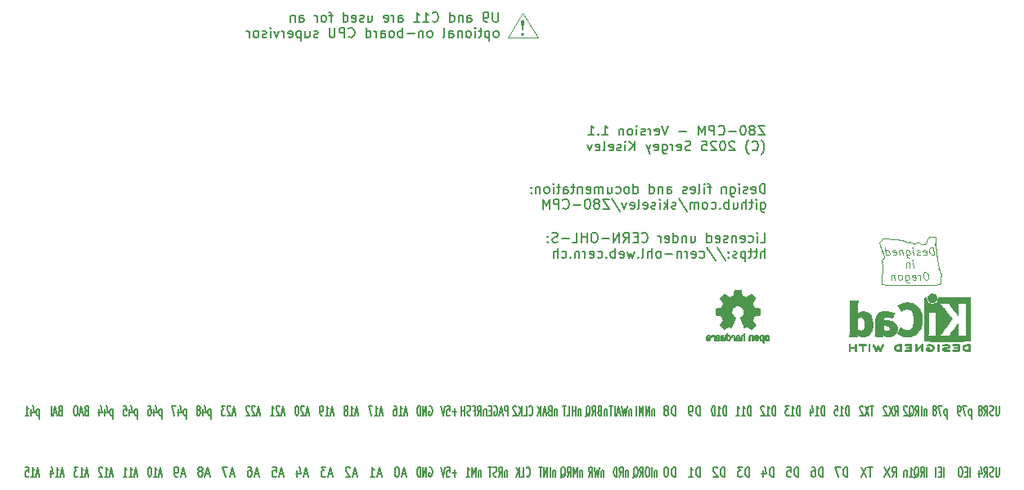
<source format=gbr>
G04 #@! TF.GenerationSoftware,KiCad,Pcbnew,(6.0.2)*
G04 #@! TF.CreationDate,2025-06-29T10:14:29-07:00*
G04 #@! TF.ProjectId,z80-cpu-mem,7a38302d-6370-4752-9d6d-656d2e6b6963,1.1*
G04 #@! TF.SameCoordinates,Original*
G04 #@! TF.FileFunction,Legend,Bot*
G04 #@! TF.FilePolarity,Positive*
%FSLAX46Y46*%
G04 Gerber Fmt 4.6, Leading zero omitted, Abs format (unit mm)*
G04 Created by KiCad (PCBNEW (6.0.2)) date 2025-06-29 10:14:29*
%MOMM*%
%LPD*%
G01*
G04 APERTURE LIST*
%ADD10C,0.120000*%
%ADD11C,0.150000*%
%ADD12C,0.010000*%
G04 APERTURE END LIST*
D10*
X177800000Y-82550000D02*
X176212500Y-85090000D01*
X219607213Y-106259715D02*
X219607213Y-106148095D01*
X220181163Y-105738735D02*
X220273768Y-105794585D01*
X219977493Y-105794585D02*
X220107163Y-105757335D01*
X220347838Y-105775885D02*
X220514513Y-105738735D01*
X220107163Y-105757335D02*
X220181163Y-105738735D01*
X219662748Y-105961920D02*
X219736818Y-105868985D01*
X219736818Y-105868985D02*
X219903418Y-105775885D01*
X219903418Y-105775885D02*
X219977493Y-105794585D01*
X219588678Y-106389925D02*
X219607213Y-106259715D01*
X220273768Y-105794585D02*
X220347838Y-105775885D01*
X219607213Y-106148095D02*
X219662748Y-105961920D01*
X214996553Y-108380795D02*
X214959603Y-108250495D01*
X216440893Y-110762313D02*
X215626153Y-110743709D01*
X219625678Y-110743709D02*
X218996113Y-110762313D01*
X215200253Y-107896960D02*
X215181753Y-107766800D01*
X215126153Y-108045850D02*
X215200253Y-107896960D01*
X218088823Y-110780848D02*
X216440893Y-110762313D01*
X220440443Y-110725037D02*
X220088628Y-110725037D01*
X220088628Y-110725037D02*
X219625678Y-110743709D01*
X215052103Y-108585420D02*
X214978053Y-108492340D01*
X214959603Y-110706502D02*
X215052103Y-108585420D01*
X214978053Y-108492340D02*
X214996553Y-108380795D01*
X215626153Y-110743709D02*
X214959603Y-110706502D01*
X218996113Y-110762313D02*
X218088823Y-110780848D01*
X215015103Y-108064455D02*
X215126153Y-108045850D01*
X214941053Y-108138945D02*
X215015103Y-108064455D01*
X214959603Y-108250495D02*
X214941053Y-108138945D01*
X214866953Y-106203905D02*
X214922503Y-106129420D01*
X217366653Y-106222500D02*
X217380993Y-106222500D01*
X214781404Y-106613445D02*
X214751303Y-106527120D01*
X219347939Y-106501565D02*
X219514608Y-106464345D01*
X215070653Y-107506290D02*
X214941053Y-107227225D01*
X214959603Y-107134146D02*
X214944953Y-107110581D01*
X217283433Y-106213200D02*
X217318143Y-106219535D01*
X219144263Y-106501565D02*
X219347939Y-106501565D01*
X214718803Y-106464345D02*
X214718803Y-106464345D01*
X218977648Y-106482885D02*
X219144263Y-106501565D01*
X218829513Y-106352725D02*
X218903583Y-106427075D01*
X218607303Y-106371265D02*
X218829513Y-106352725D01*
X217774073Y-106371265D02*
X217885148Y-106259715D01*
X217625943Y-106352725D02*
X217774073Y-106371265D01*
X217533338Y-106259715D02*
X217533338Y-106259715D01*
X217477793Y-106241105D02*
X217517764Y-106253860D01*
X216940848Y-106092270D02*
X217088908Y-106129420D01*
X217423978Y-106228285D02*
X217477793Y-106241105D01*
X215181753Y-107766800D02*
X215070653Y-107506290D01*
X214805503Y-106710670D02*
X214781404Y-106613445D01*
X217380993Y-106222500D02*
X217423978Y-106228285D01*
X215292853Y-105961920D02*
X216200153Y-105980580D01*
X214994453Y-107229025D02*
X214995753Y-107211460D01*
X217318143Y-106219535D02*
X217354533Y-106222500D01*
X214966603Y-107145455D02*
X214959603Y-107134146D01*
X217088908Y-106129420D02*
X217255598Y-106203905D01*
X214995753Y-107211460D02*
X214985403Y-107180855D01*
X214922503Y-106129420D02*
X215033653Y-105999190D01*
X216774178Y-106110880D02*
X216940848Y-106092270D01*
X214751303Y-106527120D02*
X214728103Y-106479160D01*
X218459168Y-106389925D02*
X218607303Y-106371265D01*
X214985053Y-107236470D02*
X214994453Y-107229025D01*
X218329558Y-106427075D02*
X218366563Y-106501565D01*
X218144348Y-106427075D02*
X218329558Y-106427075D01*
X214811453Y-106743465D02*
X214805503Y-106710670D01*
X217517764Y-106253860D02*
X217533338Y-106259715D01*
X216644568Y-105980580D02*
X216774178Y-106110880D01*
X214945653Y-107229290D02*
X214956953Y-107233575D01*
X214718803Y-106334115D02*
X214866953Y-106203905D01*
X214864703Y-106959681D02*
X214837203Y-106869900D01*
X214817203Y-106775160D02*
X214811453Y-106743465D01*
X217255598Y-106203905D02*
X217255598Y-106203905D01*
X214837203Y-106869900D02*
X214817203Y-106775160D01*
X215033653Y-105999190D02*
X215052103Y-105924770D01*
X214718803Y-106464345D02*
X214718803Y-106334115D01*
X217885148Y-106259715D02*
X218144348Y-106427075D01*
X217533338Y-106259715D02*
X217625943Y-106352725D01*
X217255598Y-106203905D02*
X217262548Y-106206800D01*
X217262548Y-106206800D02*
X217283433Y-106213200D01*
X217354533Y-106222500D02*
X217366653Y-106222500D01*
X214728103Y-106479160D02*
X214718803Y-106464345D01*
X214941053Y-107227225D02*
X214941053Y-107227225D01*
X215292853Y-105943380D02*
X215292853Y-105961920D01*
X214956953Y-107233575D02*
X214971353Y-107237016D01*
X215052103Y-105924770D02*
X215292853Y-105943380D01*
X216200153Y-105980580D02*
X216644568Y-105980580D01*
X214902603Y-107039055D02*
X214864703Y-106959681D01*
X214971353Y-107237016D02*
X214985053Y-107236470D01*
X214941053Y-107227225D02*
X214945653Y-107229290D01*
X214985403Y-107180855D02*
X214966603Y-107145455D01*
X219514608Y-106464345D02*
X219588678Y-106389925D01*
X218366563Y-106501565D02*
X218459168Y-106389925D01*
X218903583Y-106427075D02*
X218977648Y-106482885D01*
X214944953Y-107110581D02*
X214902603Y-107039055D01*
X220514513Y-105738735D02*
X220495978Y-105943380D01*
X221032930Y-109906481D02*
X220995929Y-110018035D01*
X220644118Y-107673790D02*
X220681118Y-107859830D01*
X221125534Y-109776190D02*
X221032930Y-109906481D01*
X220625583Y-107506290D02*
X220644118Y-107580766D01*
X220977396Y-109385515D02*
X221032930Y-109497135D01*
X220829256Y-108808730D02*
X220866326Y-108901685D01*
X220773722Y-108715650D02*
X220829256Y-108808730D01*
X220792256Y-108473805D02*
X220773722Y-108585420D01*
X220718184Y-108287765D02*
X220755187Y-108362115D01*
X220699653Y-108064455D02*
X220718184Y-108287765D01*
X220551513Y-106557445D02*
X220570048Y-106929501D01*
X220681118Y-107859830D02*
X220699653Y-108064455D01*
X220644118Y-107580766D02*
X220607048Y-107655110D01*
X220570048Y-106929501D02*
X220588583Y-107078265D01*
X220477443Y-106408535D02*
X220495978Y-106408535D01*
X220495978Y-105943380D02*
X220551513Y-105999190D01*
X220458908Y-106613255D02*
X220551513Y-106557445D01*
X220829256Y-110706502D02*
X220440443Y-110725037D01*
X220847791Y-110687900D02*
X220829256Y-110706502D01*
X220810721Y-109087795D02*
X220958861Y-109143600D01*
X221051465Y-110278550D02*
X221051465Y-110371570D01*
X220995929Y-110018035D02*
X221032930Y-110166930D01*
X220977396Y-109162205D02*
X220977396Y-109385515D01*
X220458908Y-106538695D02*
X220458908Y-106613255D01*
X220755187Y-108362115D02*
X220792256Y-108473805D01*
X220551513Y-105999190D02*
X220532978Y-106241035D01*
X220588583Y-107078265D02*
X220625583Y-107301575D01*
X220995929Y-110539071D02*
X220940395Y-110650692D01*
X221032930Y-109497135D02*
X221107000Y-109664500D01*
X220625583Y-107301575D02*
X220644118Y-107394656D01*
X220644118Y-107394656D02*
X220625583Y-107506290D01*
X220847791Y-108994765D02*
X220810721Y-109087795D01*
X220866326Y-108901685D02*
X220847791Y-108994765D01*
X220773722Y-108585420D02*
X220773722Y-108715650D01*
X220532978Y-106315525D02*
X220477443Y-106408535D01*
X220532978Y-106241035D02*
X220532978Y-106315525D01*
X220607048Y-107655110D02*
X220644118Y-107673790D01*
X220495978Y-106408535D02*
X220458908Y-106538695D01*
X220940395Y-110650692D02*
X220847791Y-110687900D01*
X221051465Y-110371570D02*
X220995929Y-110539071D01*
X220958861Y-109143600D02*
X220977396Y-109162205D01*
X221032930Y-110166930D02*
X221051465Y-110278550D01*
X221107000Y-109664500D02*
X221125534Y-109776190D01*
X179387500Y-85090000D02*
X177800000Y-82550000D01*
X176212500Y-85090000D02*
X179387500Y-85090000D01*
D11*
X202817857Y-94214880D02*
X202151190Y-94214880D01*
X202817857Y-95214880D01*
X202151190Y-95214880D01*
X201627380Y-94643452D02*
X201722619Y-94595833D01*
X201770238Y-94548214D01*
X201817857Y-94452976D01*
X201817857Y-94405357D01*
X201770238Y-94310119D01*
X201722619Y-94262500D01*
X201627380Y-94214880D01*
X201436904Y-94214880D01*
X201341666Y-94262500D01*
X201294047Y-94310119D01*
X201246428Y-94405357D01*
X201246428Y-94452976D01*
X201294047Y-94548214D01*
X201341666Y-94595833D01*
X201436904Y-94643452D01*
X201627380Y-94643452D01*
X201722619Y-94691071D01*
X201770238Y-94738690D01*
X201817857Y-94833928D01*
X201817857Y-95024404D01*
X201770238Y-95119642D01*
X201722619Y-95167261D01*
X201627380Y-95214880D01*
X201436904Y-95214880D01*
X201341666Y-95167261D01*
X201294047Y-95119642D01*
X201246428Y-95024404D01*
X201246428Y-94833928D01*
X201294047Y-94738690D01*
X201341666Y-94691071D01*
X201436904Y-94643452D01*
X200627380Y-94214880D02*
X200532142Y-94214880D01*
X200436904Y-94262500D01*
X200389285Y-94310119D01*
X200341666Y-94405357D01*
X200294047Y-94595833D01*
X200294047Y-94833928D01*
X200341666Y-95024404D01*
X200389285Y-95119642D01*
X200436904Y-95167261D01*
X200532142Y-95214880D01*
X200627380Y-95214880D01*
X200722619Y-95167261D01*
X200770238Y-95119642D01*
X200817857Y-95024404D01*
X200865476Y-94833928D01*
X200865476Y-94595833D01*
X200817857Y-94405357D01*
X200770238Y-94310119D01*
X200722619Y-94262500D01*
X200627380Y-94214880D01*
X199865476Y-94833928D02*
X199103571Y-94833928D01*
X198055952Y-95119642D02*
X198103571Y-95167261D01*
X198246428Y-95214880D01*
X198341666Y-95214880D01*
X198484523Y-95167261D01*
X198579761Y-95072023D01*
X198627380Y-94976785D01*
X198675000Y-94786309D01*
X198675000Y-94643452D01*
X198627380Y-94452976D01*
X198579761Y-94357738D01*
X198484523Y-94262500D01*
X198341666Y-94214880D01*
X198246428Y-94214880D01*
X198103571Y-94262500D01*
X198055952Y-94310119D01*
X197627380Y-95214880D02*
X197627380Y-94214880D01*
X197246428Y-94214880D01*
X197151190Y-94262500D01*
X197103571Y-94310119D01*
X197055952Y-94405357D01*
X197055952Y-94548214D01*
X197103571Y-94643452D01*
X197151190Y-94691071D01*
X197246428Y-94738690D01*
X197627380Y-94738690D01*
X196627380Y-95214880D02*
X196627380Y-94214880D01*
X196294047Y-94929166D01*
X195960714Y-94214880D01*
X195960714Y-95214880D01*
X194722619Y-94833928D02*
X193960714Y-94833928D01*
X192865476Y-94214880D02*
X192532142Y-95214880D01*
X192198809Y-94214880D01*
X191484523Y-95167261D02*
X191579761Y-95214880D01*
X191770238Y-95214880D01*
X191865476Y-95167261D01*
X191913095Y-95072023D01*
X191913095Y-94691071D01*
X191865476Y-94595833D01*
X191770238Y-94548214D01*
X191579761Y-94548214D01*
X191484523Y-94595833D01*
X191436904Y-94691071D01*
X191436904Y-94786309D01*
X191913095Y-94881547D01*
X191008333Y-95214880D02*
X191008333Y-94548214D01*
X191008333Y-94738690D02*
X190960714Y-94643452D01*
X190913095Y-94595833D01*
X190817857Y-94548214D01*
X190722619Y-94548214D01*
X190436904Y-95167261D02*
X190341666Y-95214880D01*
X190151190Y-95214880D01*
X190055952Y-95167261D01*
X190008333Y-95072023D01*
X190008333Y-95024404D01*
X190055952Y-94929166D01*
X190151190Y-94881547D01*
X190294047Y-94881547D01*
X190389285Y-94833928D01*
X190436904Y-94738690D01*
X190436904Y-94691071D01*
X190389285Y-94595833D01*
X190294047Y-94548214D01*
X190151190Y-94548214D01*
X190055952Y-94595833D01*
X189579761Y-95214880D02*
X189579761Y-94548214D01*
X189579761Y-94214880D02*
X189627380Y-94262500D01*
X189579761Y-94310119D01*
X189532142Y-94262500D01*
X189579761Y-94214880D01*
X189579761Y-94310119D01*
X188960714Y-95214880D02*
X189055952Y-95167261D01*
X189103571Y-95119642D01*
X189151190Y-95024404D01*
X189151190Y-94738690D01*
X189103571Y-94643452D01*
X189055952Y-94595833D01*
X188960714Y-94548214D01*
X188817857Y-94548214D01*
X188722619Y-94595833D01*
X188675000Y-94643452D01*
X188627380Y-94738690D01*
X188627380Y-95024404D01*
X188675000Y-95119642D01*
X188722619Y-95167261D01*
X188817857Y-95214880D01*
X188960714Y-95214880D01*
X188198809Y-94548214D02*
X188198809Y-95214880D01*
X188198809Y-94643452D02*
X188151190Y-94595833D01*
X188055952Y-94548214D01*
X187913095Y-94548214D01*
X187817857Y-94595833D01*
X187770238Y-94691071D01*
X187770238Y-95214880D01*
X186008333Y-95214880D02*
X186579761Y-95214880D01*
X186294047Y-95214880D02*
X186294047Y-94214880D01*
X186389285Y-94357738D01*
X186484523Y-94452976D01*
X186579761Y-94500595D01*
X185579761Y-95119642D02*
X185532142Y-95167261D01*
X185579761Y-95214880D01*
X185627380Y-95167261D01*
X185579761Y-95119642D01*
X185579761Y-95214880D01*
X184579761Y-95214880D02*
X185151190Y-95214880D01*
X184865476Y-95214880D02*
X184865476Y-94214880D01*
X184960714Y-94357738D01*
X185055952Y-94452976D01*
X185151190Y-94500595D01*
X202484523Y-97205833D02*
X202532142Y-97158214D01*
X202627380Y-97015357D01*
X202675000Y-96920119D01*
X202722619Y-96777261D01*
X202770238Y-96539166D01*
X202770238Y-96348690D01*
X202722619Y-96110595D01*
X202675000Y-95967738D01*
X202627380Y-95872500D01*
X202532142Y-95729642D01*
X202484523Y-95682023D01*
X201532142Y-96729642D02*
X201579761Y-96777261D01*
X201722619Y-96824880D01*
X201817857Y-96824880D01*
X201960714Y-96777261D01*
X202055952Y-96682023D01*
X202103571Y-96586785D01*
X202151190Y-96396309D01*
X202151190Y-96253452D01*
X202103571Y-96062976D01*
X202055952Y-95967738D01*
X201960714Y-95872500D01*
X201817857Y-95824880D01*
X201722619Y-95824880D01*
X201579761Y-95872500D01*
X201532142Y-95920119D01*
X201198809Y-97205833D02*
X201151190Y-97158214D01*
X201055952Y-97015357D01*
X201008333Y-96920119D01*
X200960714Y-96777261D01*
X200913095Y-96539166D01*
X200913095Y-96348690D01*
X200960714Y-96110595D01*
X201008333Y-95967738D01*
X201055952Y-95872500D01*
X201151190Y-95729642D01*
X201198809Y-95682023D01*
X199722619Y-95920119D02*
X199675000Y-95872500D01*
X199579761Y-95824880D01*
X199341666Y-95824880D01*
X199246428Y-95872500D01*
X199198809Y-95920119D01*
X199151190Y-96015357D01*
X199151190Y-96110595D01*
X199198809Y-96253452D01*
X199770238Y-96824880D01*
X199151190Y-96824880D01*
X198532142Y-95824880D02*
X198436904Y-95824880D01*
X198341666Y-95872500D01*
X198294047Y-95920119D01*
X198246428Y-96015357D01*
X198198809Y-96205833D01*
X198198809Y-96443928D01*
X198246428Y-96634404D01*
X198294047Y-96729642D01*
X198341666Y-96777261D01*
X198436904Y-96824880D01*
X198532142Y-96824880D01*
X198627380Y-96777261D01*
X198675000Y-96729642D01*
X198722619Y-96634404D01*
X198770238Y-96443928D01*
X198770238Y-96205833D01*
X198722619Y-96015357D01*
X198675000Y-95920119D01*
X198627380Y-95872500D01*
X198532142Y-95824880D01*
X197817857Y-95920119D02*
X197770238Y-95872500D01*
X197675000Y-95824880D01*
X197436904Y-95824880D01*
X197341666Y-95872500D01*
X197294047Y-95920119D01*
X197246428Y-96015357D01*
X197246428Y-96110595D01*
X197294047Y-96253452D01*
X197865476Y-96824880D01*
X197246428Y-96824880D01*
X196341666Y-95824880D02*
X196817857Y-95824880D01*
X196865476Y-96301071D01*
X196817857Y-96253452D01*
X196722619Y-96205833D01*
X196484523Y-96205833D01*
X196389285Y-96253452D01*
X196341666Y-96301071D01*
X196294047Y-96396309D01*
X196294047Y-96634404D01*
X196341666Y-96729642D01*
X196389285Y-96777261D01*
X196484523Y-96824880D01*
X196722619Y-96824880D01*
X196817857Y-96777261D01*
X196865476Y-96729642D01*
X195151190Y-96777261D02*
X195008333Y-96824880D01*
X194770238Y-96824880D01*
X194675000Y-96777261D01*
X194627380Y-96729642D01*
X194579761Y-96634404D01*
X194579761Y-96539166D01*
X194627380Y-96443928D01*
X194675000Y-96396309D01*
X194770238Y-96348690D01*
X194960714Y-96301071D01*
X195055952Y-96253452D01*
X195103571Y-96205833D01*
X195151190Y-96110595D01*
X195151190Y-96015357D01*
X195103571Y-95920119D01*
X195055952Y-95872500D01*
X194960714Y-95824880D01*
X194722619Y-95824880D01*
X194579761Y-95872500D01*
X193770238Y-96777261D02*
X193865476Y-96824880D01*
X194055952Y-96824880D01*
X194151190Y-96777261D01*
X194198809Y-96682023D01*
X194198809Y-96301071D01*
X194151190Y-96205833D01*
X194055952Y-96158214D01*
X193865476Y-96158214D01*
X193770238Y-96205833D01*
X193722619Y-96301071D01*
X193722619Y-96396309D01*
X194198809Y-96491547D01*
X193294047Y-96824880D02*
X193294047Y-96158214D01*
X193294047Y-96348690D02*
X193246428Y-96253452D01*
X193198809Y-96205833D01*
X193103571Y-96158214D01*
X193008333Y-96158214D01*
X192246428Y-96158214D02*
X192246428Y-96967738D01*
X192294047Y-97062976D01*
X192341666Y-97110595D01*
X192436904Y-97158214D01*
X192579761Y-97158214D01*
X192675000Y-97110595D01*
X192246428Y-96777261D02*
X192341666Y-96824880D01*
X192532142Y-96824880D01*
X192627380Y-96777261D01*
X192675000Y-96729642D01*
X192722619Y-96634404D01*
X192722619Y-96348690D01*
X192675000Y-96253452D01*
X192627380Y-96205833D01*
X192532142Y-96158214D01*
X192341666Y-96158214D01*
X192246428Y-96205833D01*
X191389285Y-96777261D02*
X191484523Y-96824880D01*
X191675000Y-96824880D01*
X191770238Y-96777261D01*
X191817857Y-96682023D01*
X191817857Y-96301071D01*
X191770238Y-96205833D01*
X191675000Y-96158214D01*
X191484523Y-96158214D01*
X191389285Y-96205833D01*
X191341666Y-96301071D01*
X191341666Y-96396309D01*
X191817857Y-96491547D01*
X191008333Y-96158214D02*
X190770238Y-96824880D01*
X190532142Y-96158214D02*
X190770238Y-96824880D01*
X190865476Y-97062976D01*
X190913095Y-97110595D01*
X191008333Y-97158214D01*
X189389285Y-96824880D02*
X189389285Y-95824880D01*
X188817857Y-96824880D02*
X189246428Y-96253452D01*
X188817857Y-95824880D02*
X189389285Y-96396309D01*
X188389285Y-96824880D02*
X188389285Y-96158214D01*
X188389285Y-95824880D02*
X188436904Y-95872500D01*
X188389285Y-95920119D01*
X188341666Y-95872500D01*
X188389285Y-95824880D01*
X188389285Y-95920119D01*
X187960714Y-96777261D02*
X187865476Y-96824880D01*
X187675000Y-96824880D01*
X187579761Y-96777261D01*
X187532142Y-96682023D01*
X187532142Y-96634404D01*
X187579761Y-96539166D01*
X187675000Y-96491547D01*
X187817857Y-96491547D01*
X187913095Y-96443928D01*
X187960714Y-96348690D01*
X187960714Y-96301071D01*
X187913095Y-96205833D01*
X187817857Y-96158214D01*
X187675000Y-96158214D01*
X187579761Y-96205833D01*
X186722619Y-96777261D02*
X186817857Y-96824880D01*
X187008333Y-96824880D01*
X187103571Y-96777261D01*
X187151190Y-96682023D01*
X187151190Y-96301071D01*
X187103571Y-96205833D01*
X187008333Y-96158214D01*
X186817857Y-96158214D01*
X186722619Y-96205833D01*
X186675000Y-96301071D01*
X186675000Y-96396309D01*
X187151190Y-96491547D01*
X186103571Y-96824880D02*
X186198809Y-96777261D01*
X186246428Y-96682023D01*
X186246428Y-95824880D01*
X185341666Y-96777261D02*
X185436904Y-96824880D01*
X185627380Y-96824880D01*
X185722619Y-96777261D01*
X185770238Y-96682023D01*
X185770238Y-96301071D01*
X185722619Y-96205833D01*
X185627380Y-96158214D01*
X185436904Y-96158214D01*
X185341666Y-96205833D01*
X185294047Y-96301071D01*
X185294047Y-96396309D01*
X185770238Y-96491547D01*
X184960714Y-96158214D02*
X184722619Y-96824880D01*
X184484523Y-96158214D01*
D10*
X220375976Y-107658904D02*
X220275976Y-106858904D01*
X220085500Y-106858904D01*
X219975976Y-106897000D01*
X219909309Y-106973190D01*
X219880738Y-107049380D01*
X219861690Y-107201761D01*
X219875976Y-107316047D01*
X219933119Y-107468428D01*
X219980738Y-107544619D01*
X220066452Y-107620809D01*
X220185500Y-107658904D01*
X220375976Y-107658904D01*
X219266452Y-107620809D02*
X219347404Y-107658904D01*
X219499785Y-107658904D01*
X219571214Y-107620809D01*
X219599785Y-107544619D01*
X219561690Y-107239857D01*
X219514071Y-107163666D01*
X219433119Y-107125571D01*
X219280738Y-107125571D01*
X219209309Y-107163666D01*
X219180738Y-107239857D01*
X219190261Y-107316047D01*
X219580738Y-107392238D01*
X218923595Y-107620809D02*
X218852166Y-107658904D01*
X218699785Y-107658904D01*
X218618833Y-107620809D01*
X218571214Y-107544619D01*
X218566452Y-107506523D01*
X218595023Y-107430333D01*
X218666452Y-107392238D01*
X218780738Y-107392238D01*
X218852166Y-107354142D01*
X218880738Y-107277952D01*
X218875976Y-107239857D01*
X218828357Y-107163666D01*
X218747404Y-107125571D01*
X218633119Y-107125571D01*
X218561690Y-107163666D01*
X218242642Y-107658904D02*
X218175976Y-107125571D01*
X218142642Y-106858904D02*
X218185500Y-106897000D01*
X218152166Y-106935095D01*
X218109309Y-106897000D01*
X218142642Y-106858904D01*
X218152166Y-106935095D01*
X217452166Y-107125571D02*
X217533119Y-107773190D01*
X217580738Y-107849380D01*
X217623595Y-107887476D01*
X217704547Y-107925571D01*
X217818833Y-107925571D01*
X217890261Y-107887476D01*
X217514071Y-107620809D02*
X217595023Y-107658904D01*
X217747404Y-107658904D01*
X217818833Y-107620809D01*
X217852166Y-107582714D01*
X217880738Y-107506523D01*
X217852166Y-107277952D01*
X217804547Y-107201761D01*
X217761690Y-107163666D01*
X217680738Y-107125571D01*
X217528357Y-107125571D01*
X217456928Y-107163666D01*
X217071214Y-107125571D02*
X217137880Y-107658904D01*
X217080738Y-107201761D02*
X217037880Y-107163666D01*
X216956928Y-107125571D01*
X216842642Y-107125571D01*
X216771214Y-107163666D01*
X216742642Y-107239857D01*
X216795023Y-107658904D01*
X216104547Y-107620809D02*
X216185500Y-107658904D01*
X216337880Y-107658904D01*
X216409309Y-107620809D01*
X216437880Y-107544619D01*
X216399785Y-107239857D01*
X216352166Y-107163666D01*
X216271214Y-107125571D01*
X216118833Y-107125571D01*
X216047404Y-107163666D01*
X216018833Y-107239857D01*
X216028357Y-107316047D01*
X216418833Y-107392238D01*
X215385500Y-107658904D02*
X215285500Y-106858904D01*
X215380738Y-107620809D02*
X215461690Y-107658904D01*
X215614071Y-107658904D01*
X215685500Y-107620809D01*
X215718833Y-107582714D01*
X215747404Y-107506523D01*
X215718833Y-107277952D01*
X215671214Y-107201761D01*
X215628357Y-107163666D01*
X215547404Y-107125571D01*
X215395023Y-107125571D01*
X215323595Y-107163666D01*
X218242642Y-108946904D02*
X218175976Y-108413571D01*
X218142642Y-108146904D02*
X218185500Y-108185000D01*
X218152166Y-108223095D01*
X218109309Y-108185000D01*
X218142642Y-108146904D01*
X218152166Y-108223095D01*
X217795023Y-108413571D02*
X217861690Y-108946904D01*
X217804547Y-108489761D02*
X217761690Y-108451666D01*
X217680738Y-108413571D01*
X217566452Y-108413571D01*
X217495023Y-108451666D01*
X217466452Y-108527857D01*
X217518833Y-108946904D01*
X219533119Y-109434904D02*
X219380738Y-109434904D01*
X219309309Y-109473000D01*
X219242642Y-109549190D01*
X219223595Y-109701571D01*
X219256928Y-109968238D01*
X219314071Y-110120619D01*
X219399785Y-110196809D01*
X219480738Y-110234904D01*
X219633119Y-110234904D01*
X219704547Y-110196809D01*
X219771214Y-110120619D01*
X219790261Y-109968238D01*
X219756928Y-109701571D01*
X219699785Y-109549190D01*
X219614071Y-109473000D01*
X219533119Y-109434904D01*
X218947404Y-110234904D02*
X218880738Y-109701571D01*
X218899785Y-109853952D02*
X218852166Y-109777761D01*
X218809309Y-109739666D01*
X218728357Y-109701571D01*
X218652166Y-109701571D01*
X218142642Y-110196809D02*
X218223595Y-110234904D01*
X218375976Y-110234904D01*
X218447404Y-110196809D01*
X218475976Y-110120619D01*
X218437880Y-109815857D01*
X218390261Y-109739666D01*
X218309309Y-109701571D01*
X218156928Y-109701571D01*
X218085500Y-109739666D01*
X218056928Y-109815857D01*
X218066452Y-109892047D01*
X218456928Y-109968238D01*
X217356928Y-109701571D02*
X217437880Y-110349190D01*
X217485500Y-110425380D01*
X217528357Y-110463476D01*
X217609309Y-110501571D01*
X217723595Y-110501571D01*
X217795023Y-110463476D01*
X217418833Y-110196809D02*
X217499785Y-110234904D01*
X217652166Y-110234904D01*
X217723595Y-110196809D01*
X217756928Y-110158714D01*
X217785500Y-110082523D01*
X217756928Y-109853952D01*
X217709309Y-109777761D01*
X217666452Y-109739666D01*
X217585500Y-109701571D01*
X217433119Y-109701571D01*
X217361690Y-109739666D01*
X216928357Y-110234904D02*
X216999785Y-110196809D01*
X217033119Y-110158714D01*
X217061690Y-110082523D01*
X217033119Y-109853952D01*
X216985500Y-109777761D01*
X216942642Y-109739666D01*
X216861690Y-109701571D01*
X216747404Y-109701571D01*
X216675976Y-109739666D01*
X216642642Y-109777761D01*
X216614071Y-109853952D01*
X216642642Y-110082523D01*
X216690261Y-110158714D01*
X216733119Y-110196809D01*
X216814071Y-110234904D01*
X216928357Y-110234904D01*
X216252166Y-109701571D02*
X216318833Y-110234904D01*
X216261690Y-109777761D02*
X216218833Y-109739666D01*
X216137880Y-109701571D01*
X216023595Y-109701571D01*
X215952166Y-109739666D01*
X215923595Y-109815857D01*
X215975976Y-110234904D01*
D11*
X202864404Y-101247380D02*
X202864404Y-100247380D01*
X202626309Y-100247380D01*
X202483452Y-100295000D01*
X202388214Y-100390238D01*
X202340595Y-100485476D01*
X202292976Y-100675952D01*
X202292976Y-100818809D01*
X202340595Y-101009285D01*
X202388214Y-101104523D01*
X202483452Y-101199761D01*
X202626309Y-101247380D01*
X202864404Y-101247380D01*
X201483452Y-101199761D02*
X201578690Y-101247380D01*
X201769166Y-101247380D01*
X201864404Y-101199761D01*
X201912023Y-101104523D01*
X201912023Y-100723571D01*
X201864404Y-100628333D01*
X201769166Y-100580714D01*
X201578690Y-100580714D01*
X201483452Y-100628333D01*
X201435833Y-100723571D01*
X201435833Y-100818809D01*
X201912023Y-100914047D01*
X201054880Y-101199761D02*
X200959642Y-101247380D01*
X200769166Y-101247380D01*
X200673928Y-101199761D01*
X200626309Y-101104523D01*
X200626309Y-101056904D01*
X200673928Y-100961666D01*
X200769166Y-100914047D01*
X200912023Y-100914047D01*
X201007261Y-100866428D01*
X201054880Y-100771190D01*
X201054880Y-100723571D01*
X201007261Y-100628333D01*
X200912023Y-100580714D01*
X200769166Y-100580714D01*
X200673928Y-100628333D01*
X200197738Y-101247380D02*
X200197738Y-100580714D01*
X200197738Y-100247380D02*
X200245357Y-100295000D01*
X200197738Y-100342619D01*
X200150119Y-100295000D01*
X200197738Y-100247380D01*
X200197738Y-100342619D01*
X199292976Y-100580714D02*
X199292976Y-101390238D01*
X199340595Y-101485476D01*
X199388214Y-101533095D01*
X199483452Y-101580714D01*
X199626309Y-101580714D01*
X199721547Y-101533095D01*
X199292976Y-101199761D02*
X199388214Y-101247380D01*
X199578690Y-101247380D01*
X199673928Y-101199761D01*
X199721547Y-101152142D01*
X199769166Y-101056904D01*
X199769166Y-100771190D01*
X199721547Y-100675952D01*
X199673928Y-100628333D01*
X199578690Y-100580714D01*
X199388214Y-100580714D01*
X199292976Y-100628333D01*
X198816785Y-100580714D02*
X198816785Y-101247380D01*
X198816785Y-100675952D02*
X198769166Y-100628333D01*
X198673928Y-100580714D01*
X198531071Y-100580714D01*
X198435833Y-100628333D01*
X198388214Y-100723571D01*
X198388214Y-101247380D01*
X197292976Y-100580714D02*
X196912023Y-100580714D01*
X197150119Y-101247380D02*
X197150119Y-100390238D01*
X197102500Y-100295000D01*
X197007261Y-100247380D01*
X196912023Y-100247380D01*
X196578690Y-101247380D02*
X196578690Y-100580714D01*
X196578690Y-100247380D02*
X196626309Y-100295000D01*
X196578690Y-100342619D01*
X196531071Y-100295000D01*
X196578690Y-100247380D01*
X196578690Y-100342619D01*
X195959642Y-101247380D02*
X196054880Y-101199761D01*
X196102500Y-101104523D01*
X196102500Y-100247380D01*
X195197738Y-101199761D02*
X195292976Y-101247380D01*
X195483452Y-101247380D01*
X195578690Y-101199761D01*
X195626309Y-101104523D01*
X195626309Y-100723571D01*
X195578690Y-100628333D01*
X195483452Y-100580714D01*
X195292976Y-100580714D01*
X195197738Y-100628333D01*
X195150119Y-100723571D01*
X195150119Y-100818809D01*
X195626309Y-100914047D01*
X194769166Y-101199761D02*
X194673928Y-101247380D01*
X194483452Y-101247380D01*
X194388214Y-101199761D01*
X194340595Y-101104523D01*
X194340595Y-101056904D01*
X194388214Y-100961666D01*
X194483452Y-100914047D01*
X194626309Y-100914047D01*
X194721547Y-100866428D01*
X194769166Y-100771190D01*
X194769166Y-100723571D01*
X194721547Y-100628333D01*
X194626309Y-100580714D01*
X194483452Y-100580714D01*
X194388214Y-100628333D01*
X192721547Y-101247380D02*
X192721547Y-100723571D01*
X192769166Y-100628333D01*
X192864404Y-100580714D01*
X193054880Y-100580714D01*
X193150119Y-100628333D01*
X192721547Y-101199761D02*
X192816785Y-101247380D01*
X193054880Y-101247380D01*
X193150119Y-101199761D01*
X193197738Y-101104523D01*
X193197738Y-101009285D01*
X193150119Y-100914047D01*
X193054880Y-100866428D01*
X192816785Y-100866428D01*
X192721547Y-100818809D01*
X192245357Y-100580714D02*
X192245357Y-101247380D01*
X192245357Y-100675952D02*
X192197738Y-100628333D01*
X192102500Y-100580714D01*
X191959642Y-100580714D01*
X191864404Y-100628333D01*
X191816785Y-100723571D01*
X191816785Y-101247380D01*
X190912023Y-101247380D02*
X190912023Y-100247380D01*
X190912023Y-101199761D02*
X191007261Y-101247380D01*
X191197738Y-101247380D01*
X191292976Y-101199761D01*
X191340595Y-101152142D01*
X191388214Y-101056904D01*
X191388214Y-100771190D01*
X191340595Y-100675952D01*
X191292976Y-100628333D01*
X191197738Y-100580714D01*
X191007261Y-100580714D01*
X190912023Y-100628333D01*
X189245357Y-101247380D02*
X189245357Y-100247380D01*
X189245357Y-101199761D02*
X189340595Y-101247380D01*
X189531071Y-101247380D01*
X189626309Y-101199761D01*
X189673928Y-101152142D01*
X189721547Y-101056904D01*
X189721547Y-100771190D01*
X189673928Y-100675952D01*
X189626309Y-100628333D01*
X189531071Y-100580714D01*
X189340595Y-100580714D01*
X189245357Y-100628333D01*
X188626309Y-101247380D02*
X188721547Y-101199761D01*
X188769166Y-101152142D01*
X188816785Y-101056904D01*
X188816785Y-100771190D01*
X188769166Y-100675952D01*
X188721547Y-100628333D01*
X188626309Y-100580714D01*
X188483452Y-100580714D01*
X188388214Y-100628333D01*
X188340595Y-100675952D01*
X188292976Y-100771190D01*
X188292976Y-101056904D01*
X188340595Y-101152142D01*
X188388214Y-101199761D01*
X188483452Y-101247380D01*
X188626309Y-101247380D01*
X187435833Y-101199761D02*
X187531071Y-101247380D01*
X187721547Y-101247380D01*
X187816785Y-101199761D01*
X187864404Y-101152142D01*
X187912023Y-101056904D01*
X187912023Y-100771190D01*
X187864404Y-100675952D01*
X187816785Y-100628333D01*
X187721547Y-100580714D01*
X187531071Y-100580714D01*
X187435833Y-100628333D01*
X186578690Y-100580714D02*
X186578690Y-101247380D01*
X187007261Y-100580714D02*
X187007261Y-101104523D01*
X186959642Y-101199761D01*
X186864404Y-101247380D01*
X186721547Y-101247380D01*
X186626309Y-101199761D01*
X186578690Y-101152142D01*
X186102500Y-101247380D02*
X186102500Y-100580714D01*
X186102500Y-100675952D02*
X186054880Y-100628333D01*
X185959642Y-100580714D01*
X185816785Y-100580714D01*
X185721547Y-100628333D01*
X185673928Y-100723571D01*
X185673928Y-101247380D01*
X185673928Y-100723571D02*
X185626309Y-100628333D01*
X185531071Y-100580714D01*
X185388214Y-100580714D01*
X185292976Y-100628333D01*
X185245357Y-100723571D01*
X185245357Y-101247380D01*
X184388214Y-101199761D02*
X184483452Y-101247380D01*
X184673928Y-101247380D01*
X184769166Y-101199761D01*
X184816785Y-101104523D01*
X184816785Y-100723571D01*
X184769166Y-100628333D01*
X184673928Y-100580714D01*
X184483452Y-100580714D01*
X184388214Y-100628333D01*
X184340595Y-100723571D01*
X184340595Y-100818809D01*
X184816785Y-100914047D01*
X183912023Y-100580714D02*
X183912023Y-101247380D01*
X183912023Y-100675952D02*
X183864404Y-100628333D01*
X183769166Y-100580714D01*
X183626309Y-100580714D01*
X183531071Y-100628333D01*
X183483452Y-100723571D01*
X183483452Y-101247380D01*
X183150119Y-100580714D02*
X182769166Y-100580714D01*
X183007261Y-100247380D02*
X183007261Y-101104523D01*
X182959642Y-101199761D01*
X182864404Y-101247380D01*
X182769166Y-101247380D01*
X182007261Y-101247380D02*
X182007261Y-100723571D01*
X182054880Y-100628333D01*
X182150119Y-100580714D01*
X182340595Y-100580714D01*
X182435833Y-100628333D01*
X182007261Y-101199761D02*
X182102500Y-101247380D01*
X182340595Y-101247380D01*
X182435833Y-101199761D01*
X182483452Y-101104523D01*
X182483452Y-101009285D01*
X182435833Y-100914047D01*
X182340595Y-100866428D01*
X182102500Y-100866428D01*
X182007261Y-100818809D01*
X181673928Y-100580714D02*
X181292976Y-100580714D01*
X181531071Y-100247380D02*
X181531071Y-101104523D01*
X181483452Y-101199761D01*
X181388214Y-101247380D01*
X181292976Y-101247380D01*
X180959642Y-101247380D02*
X180959642Y-100580714D01*
X180959642Y-100247380D02*
X181007261Y-100295000D01*
X180959642Y-100342619D01*
X180912023Y-100295000D01*
X180959642Y-100247380D01*
X180959642Y-100342619D01*
X180340595Y-101247380D02*
X180435833Y-101199761D01*
X180483452Y-101152142D01*
X180531071Y-101056904D01*
X180531071Y-100771190D01*
X180483452Y-100675952D01*
X180435833Y-100628333D01*
X180340595Y-100580714D01*
X180197738Y-100580714D01*
X180102500Y-100628333D01*
X180054880Y-100675952D01*
X180007261Y-100771190D01*
X180007261Y-101056904D01*
X180054880Y-101152142D01*
X180102500Y-101199761D01*
X180197738Y-101247380D01*
X180340595Y-101247380D01*
X179578690Y-100580714D02*
X179578690Y-101247380D01*
X179578690Y-100675952D02*
X179531071Y-100628333D01*
X179435833Y-100580714D01*
X179292976Y-100580714D01*
X179197738Y-100628333D01*
X179150119Y-100723571D01*
X179150119Y-101247380D01*
X178673928Y-101152142D02*
X178626309Y-101199761D01*
X178673928Y-101247380D01*
X178721547Y-101199761D01*
X178673928Y-101152142D01*
X178673928Y-101247380D01*
X178673928Y-100628333D02*
X178626309Y-100675952D01*
X178673928Y-100723571D01*
X178721547Y-100675952D01*
X178673928Y-100628333D01*
X178673928Y-100723571D01*
X202435833Y-102190714D02*
X202435833Y-103000238D01*
X202483452Y-103095476D01*
X202531071Y-103143095D01*
X202626309Y-103190714D01*
X202769166Y-103190714D01*
X202864404Y-103143095D01*
X202435833Y-102809761D02*
X202531071Y-102857380D01*
X202721547Y-102857380D01*
X202816785Y-102809761D01*
X202864404Y-102762142D01*
X202912023Y-102666904D01*
X202912023Y-102381190D01*
X202864404Y-102285952D01*
X202816785Y-102238333D01*
X202721547Y-102190714D01*
X202531071Y-102190714D01*
X202435833Y-102238333D01*
X201959642Y-102857380D02*
X201959642Y-102190714D01*
X201959642Y-101857380D02*
X202007261Y-101905000D01*
X201959642Y-101952619D01*
X201912023Y-101905000D01*
X201959642Y-101857380D01*
X201959642Y-101952619D01*
X201626309Y-102190714D02*
X201245357Y-102190714D01*
X201483452Y-101857380D02*
X201483452Y-102714523D01*
X201435833Y-102809761D01*
X201340595Y-102857380D01*
X201245357Y-102857380D01*
X200912023Y-102857380D02*
X200912023Y-101857380D01*
X200483452Y-102857380D02*
X200483452Y-102333571D01*
X200531071Y-102238333D01*
X200626309Y-102190714D01*
X200769166Y-102190714D01*
X200864404Y-102238333D01*
X200912023Y-102285952D01*
X199578690Y-102190714D02*
X199578690Y-102857380D01*
X200007261Y-102190714D02*
X200007261Y-102714523D01*
X199959642Y-102809761D01*
X199864404Y-102857380D01*
X199721547Y-102857380D01*
X199626309Y-102809761D01*
X199578690Y-102762142D01*
X199102500Y-102857380D02*
X199102500Y-101857380D01*
X199102500Y-102238333D02*
X199007261Y-102190714D01*
X198816785Y-102190714D01*
X198721547Y-102238333D01*
X198673928Y-102285952D01*
X198626309Y-102381190D01*
X198626309Y-102666904D01*
X198673928Y-102762142D01*
X198721547Y-102809761D01*
X198816785Y-102857380D01*
X199007261Y-102857380D01*
X199102500Y-102809761D01*
X198197738Y-102762142D02*
X198150119Y-102809761D01*
X198197738Y-102857380D01*
X198245357Y-102809761D01*
X198197738Y-102762142D01*
X198197738Y-102857380D01*
X197292976Y-102809761D02*
X197388214Y-102857380D01*
X197578690Y-102857380D01*
X197673928Y-102809761D01*
X197721547Y-102762142D01*
X197769166Y-102666904D01*
X197769166Y-102381190D01*
X197721547Y-102285952D01*
X197673928Y-102238333D01*
X197578690Y-102190714D01*
X197388214Y-102190714D01*
X197292976Y-102238333D01*
X196721547Y-102857380D02*
X196816785Y-102809761D01*
X196864404Y-102762142D01*
X196912023Y-102666904D01*
X196912023Y-102381190D01*
X196864404Y-102285952D01*
X196816785Y-102238333D01*
X196721547Y-102190714D01*
X196578690Y-102190714D01*
X196483452Y-102238333D01*
X196435833Y-102285952D01*
X196388214Y-102381190D01*
X196388214Y-102666904D01*
X196435833Y-102762142D01*
X196483452Y-102809761D01*
X196578690Y-102857380D01*
X196721547Y-102857380D01*
X195959642Y-102857380D02*
X195959642Y-102190714D01*
X195959642Y-102285952D02*
X195912023Y-102238333D01*
X195816785Y-102190714D01*
X195673928Y-102190714D01*
X195578690Y-102238333D01*
X195531071Y-102333571D01*
X195531071Y-102857380D01*
X195531071Y-102333571D02*
X195483452Y-102238333D01*
X195388214Y-102190714D01*
X195245357Y-102190714D01*
X195150119Y-102238333D01*
X195102500Y-102333571D01*
X195102500Y-102857380D01*
X193912023Y-101809761D02*
X194769166Y-103095476D01*
X193626309Y-102809761D02*
X193531071Y-102857380D01*
X193340595Y-102857380D01*
X193245357Y-102809761D01*
X193197738Y-102714523D01*
X193197738Y-102666904D01*
X193245357Y-102571666D01*
X193340595Y-102524047D01*
X193483452Y-102524047D01*
X193578690Y-102476428D01*
X193626309Y-102381190D01*
X193626309Y-102333571D01*
X193578690Y-102238333D01*
X193483452Y-102190714D01*
X193340595Y-102190714D01*
X193245357Y-102238333D01*
X192769166Y-102857380D02*
X192769166Y-101857380D01*
X192673928Y-102476428D02*
X192388214Y-102857380D01*
X192388214Y-102190714D02*
X192769166Y-102571666D01*
X191959642Y-102857380D02*
X191959642Y-102190714D01*
X191959642Y-101857380D02*
X192007261Y-101905000D01*
X191959642Y-101952619D01*
X191912023Y-101905000D01*
X191959642Y-101857380D01*
X191959642Y-101952619D01*
X191531071Y-102809761D02*
X191435833Y-102857380D01*
X191245357Y-102857380D01*
X191150119Y-102809761D01*
X191102500Y-102714523D01*
X191102500Y-102666904D01*
X191150119Y-102571666D01*
X191245357Y-102524047D01*
X191388214Y-102524047D01*
X191483452Y-102476428D01*
X191531071Y-102381190D01*
X191531071Y-102333571D01*
X191483452Y-102238333D01*
X191388214Y-102190714D01*
X191245357Y-102190714D01*
X191150119Y-102238333D01*
X190292976Y-102809761D02*
X190388214Y-102857380D01*
X190578690Y-102857380D01*
X190673928Y-102809761D01*
X190721547Y-102714523D01*
X190721547Y-102333571D01*
X190673928Y-102238333D01*
X190578690Y-102190714D01*
X190388214Y-102190714D01*
X190292976Y-102238333D01*
X190245357Y-102333571D01*
X190245357Y-102428809D01*
X190721547Y-102524047D01*
X189673928Y-102857380D02*
X189769166Y-102809761D01*
X189816785Y-102714523D01*
X189816785Y-101857380D01*
X188912023Y-102809761D02*
X189007261Y-102857380D01*
X189197738Y-102857380D01*
X189292976Y-102809761D01*
X189340595Y-102714523D01*
X189340595Y-102333571D01*
X189292976Y-102238333D01*
X189197738Y-102190714D01*
X189007261Y-102190714D01*
X188912023Y-102238333D01*
X188864404Y-102333571D01*
X188864404Y-102428809D01*
X189340595Y-102524047D01*
X188531071Y-102190714D02*
X188292976Y-102857380D01*
X188054880Y-102190714D01*
X186959642Y-101809761D02*
X187816785Y-103095476D01*
X186721547Y-101857380D02*
X186054880Y-101857380D01*
X186721547Y-102857380D01*
X186054880Y-102857380D01*
X185531071Y-102285952D02*
X185626309Y-102238333D01*
X185673928Y-102190714D01*
X185721547Y-102095476D01*
X185721547Y-102047857D01*
X185673928Y-101952619D01*
X185626309Y-101905000D01*
X185531071Y-101857380D01*
X185340595Y-101857380D01*
X185245357Y-101905000D01*
X185197738Y-101952619D01*
X185150119Y-102047857D01*
X185150119Y-102095476D01*
X185197738Y-102190714D01*
X185245357Y-102238333D01*
X185340595Y-102285952D01*
X185531071Y-102285952D01*
X185626309Y-102333571D01*
X185673928Y-102381190D01*
X185721547Y-102476428D01*
X185721547Y-102666904D01*
X185673928Y-102762142D01*
X185626309Y-102809761D01*
X185531071Y-102857380D01*
X185340595Y-102857380D01*
X185245357Y-102809761D01*
X185197738Y-102762142D01*
X185150119Y-102666904D01*
X185150119Y-102476428D01*
X185197738Y-102381190D01*
X185245357Y-102333571D01*
X185340595Y-102285952D01*
X184531071Y-101857380D02*
X184435833Y-101857380D01*
X184340595Y-101905000D01*
X184292976Y-101952619D01*
X184245357Y-102047857D01*
X184197738Y-102238333D01*
X184197738Y-102476428D01*
X184245357Y-102666904D01*
X184292976Y-102762142D01*
X184340595Y-102809761D01*
X184435833Y-102857380D01*
X184531071Y-102857380D01*
X184626309Y-102809761D01*
X184673928Y-102762142D01*
X184721547Y-102666904D01*
X184769166Y-102476428D01*
X184769166Y-102238333D01*
X184721547Y-102047857D01*
X184673928Y-101952619D01*
X184626309Y-101905000D01*
X184531071Y-101857380D01*
X183769166Y-102476428D02*
X183007261Y-102476428D01*
X181959642Y-102762142D02*
X182007261Y-102809761D01*
X182150119Y-102857380D01*
X182245357Y-102857380D01*
X182388214Y-102809761D01*
X182483452Y-102714523D01*
X182531071Y-102619285D01*
X182578690Y-102428809D01*
X182578690Y-102285952D01*
X182531071Y-102095476D01*
X182483452Y-102000238D01*
X182388214Y-101905000D01*
X182245357Y-101857380D01*
X182150119Y-101857380D01*
X182007261Y-101905000D01*
X181959642Y-101952619D01*
X181531071Y-102857380D02*
X181531071Y-101857380D01*
X181150119Y-101857380D01*
X181054880Y-101905000D01*
X181007261Y-101952619D01*
X180959642Y-102047857D01*
X180959642Y-102190714D01*
X181007261Y-102285952D01*
X181054880Y-102333571D01*
X181150119Y-102381190D01*
X181531071Y-102381190D01*
X180531071Y-102857380D02*
X180531071Y-101857380D01*
X180197738Y-102571666D01*
X179864404Y-101857380D01*
X179864404Y-102857380D01*
X202388214Y-106327380D02*
X202864404Y-106327380D01*
X202864404Y-105327380D01*
X202054880Y-106327380D02*
X202054880Y-105660714D01*
X202054880Y-105327380D02*
X202102500Y-105375000D01*
X202054880Y-105422619D01*
X202007261Y-105375000D01*
X202054880Y-105327380D01*
X202054880Y-105422619D01*
X201150119Y-106279761D02*
X201245357Y-106327380D01*
X201435833Y-106327380D01*
X201531071Y-106279761D01*
X201578690Y-106232142D01*
X201626309Y-106136904D01*
X201626309Y-105851190D01*
X201578690Y-105755952D01*
X201531071Y-105708333D01*
X201435833Y-105660714D01*
X201245357Y-105660714D01*
X201150119Y-105708333D01*
X200340595Y-106279761D02*
X200435833Y-106327380D01*
X200626309Y-106327380D01*
X200721547Y-106279761D01*
X200769166Y-106184523D01*
X200769166Y-105803571D01*
X200721547Y-105708333D01*
X200626309Y-105660714D01*
X200435833Y-105660714D01*
X200340595Y-105708333D01*
X200292976Y-105803571D01*
X200292976Y-105898809D01*
X200769166Y-105994047D01*
X199864404Y-105660714D02*
X199864404Y-106327380D01*
X199864404Y-105755952D02*
X199816785Y-105708333D01*
X199721547Y-105660714D01*
X199578690Y-105660714D01*
X199483452Y-105708333D01*
X199435833Y-105803571D01*
X199435833Y-106327380D01*
X199007261Y-106279761D02*
X198912023Y-106327380D01*
X198721547Y-106327380D01*
X198626309Y-106279761D01*
X198578690Y-106184523D01*
X198578690Y-106136904D01*
X198626309Y-106041666D01*
X198721547Y-105994047D01*
X198864404Y-105994047D01*
X198959642Y-105946428D01*
X199007261Y-105851190D01*
X199007261Y-105803571D01*
X198959642Y-105708333D01*
X198864404Y-105660714D01*
X198721547Y-105660714D01*
X198626309Y-105708333D01*
X197769166Y-106279761D02*
X197864404Y-106327380D01*
X198054880Y-106327380D01*
X198150119Y-106279761D01*
X198197738Y-106184523D01*
X198197738Y-105803571D01*
X198150119Y-105708333D01*
X198054880Y-105660714D01*
X197864404Y-105660714D01*
X197769166Y-105708333D01*
X197721547Y-105803571D01*
X197721547Y-105898809D01*
X198197738Y-105994047D01*
X196864404Y-106327380D02*
X196864404Y-105327380D01*
X196864404Y-106279761D02*
X196959642Y-106327380D01*
X197150119Y-106327380D01*
X197245357Y-106279761D01*
X197292976Y-106232142D01*
X197340595Y-106136904D01*
X197340595Y-105851190D01*
X197292976Y-105755952D01*
X197245357Y-105708333D01*
X197150119Y-105660714D01*
X196959642Y-105660714D01*
X196864404Y-105708333D01*
X195197738Y-105660714D02*
X195197738Y-106327380D01*
X195626309Y-105660714D02*
X195626309Y-106184523D01*
X195578690Y-106279761D01*
X195483452Y-106327380D01*
X195340595Y-106327380D01*
X195245357Y-106279761D01*
X195197738Y-106232142D01*
X194721547Y-105660714D02*
X194721547Y-106327380D01*
X194721547Y-105755952D02*
X194673928Y-105708333D01*
X194578690Y-105660714D01*
X194435833Y-105660714D01*
X194340595Y-105708333D01*
X194292976Y-105803571D01*
X194292976Y-106327380D01*
X193388214Y-106327380D02*
X193388214Y-105327380D01*
X193388214Y-106279761D02*
X193483452Y-106327380D01*
X193673928Y-106327380D01*
X193769166Y-106279761D01*
X193816785Y-106232142D01*
X193864404Y-106136904D01*
X193864404Y-105851190D01*
X193816785Y-105755952D01*
X193769166Y-105708333D01*
X193673928Y-105660714D01*
X193483452Y-105660714D01*
X193388214Y-105708333D01*
X192531071Y-106279761D02*
X192626309Y-106327380D01*
X192816785Y-106327380D01*
X192912023Y-106279761D01*
X192959642Y-106184523D01*
X192959642Y-105803571D01*
X192912023Y-105708333D01*
X192816785Y-105660714D01*
X192626309Y-105660714D01*
X192531071Y-105708333D01*
X192483452Y-105803571D01*
X192483452Y-105898809D01*
X192959642Y-105994047D01*
X192054880Y-106327380D02*
X192054880Y-105660714D01*
X192054880Y-105851190D02*
X192007261Y-105755952D01*
X191959642Y-105708333D01*
X191864404Y-105660714D01*
X191769166Y-105660714D01*
X190102500Y-106232142D02*
X190150119Y-106279761D01*
X190292976Y-106327380D01*
X190388214Y-106327380D01*
X190531071Y-106279761D01*
X190626309Y-106184523D01*
X190673928Y-106089285D01*
X190721547Y-105898809D01*
X190721547Y-105755952D01*
X190673928Y-105565476D01*
X190626309Y-105470238D01*
X190531071Y-105375000D01*
X190388214Y-105327380D01*
X190292976Y-105327380D01*
X190150119Y-105375000D01*
X190102500Y-105422619D01*
X189673928Y-105803571D02*
X189340595Y-105803571D01*
X189197738Y-106327380D02*
X189673928Y-106327380D01*
X189673928Y-105327380D01*
X189197738Y-105327380D01*
X188197738Y-106327380D02*
X188531071Y-105851190D01*
X188769166Y-106327380D02*
X188769166Y-105327380D01*
X188388214Y-105327380D01*
X188292976Y-105375000D01*
X188245357Y-105422619D01*
X188197738Y-105517857D01*
X188197738Y-105660714D01*
X188245357Y-105755952D01*
X188292976Y-105803571D01*
X188388214Y-105851190D01*
X188769166Y-105851190D01*
X187769166Y-106327380D02*
X187769166Y-105327380D01*
X187197738Y-106327380D01*
X187197738Y-105327380D01*
X186721547Y-105946428D02*
X185959642Y-105946428D01*
X185292976Y-105327380D02*
X185102500Y-105327380D01*
X185007261Y-105375000D01*
X184912023Y-105470238D01*
X184864404Y-105660714D01*
X184864404Y-105994047D01*
X184912023Y-106184523D01*
X185007261Y-106279761D01*
X185102500Y-106327380D01*
X185292976Y-106327380D01*
X185388214Y-106279761D01*
X185483452Y-106184523D01*
X185531071Y-105994047D01*
X185531071Y-105660714D01*
X185483452Y-105470238D01*
X185388214Y-105375000D01*
X185292976Y-105327380D01*
X184435833Y-106327380D02*
X184435833Y-105327380D01*
X184435833Y-105803571D02*
X183864404Y-105803571D01*
X183864404Y-106327380D02*
X183864404Y-105327380D01*
X182912023Y-106327380D02*
X183388214Y-106327380D01*
X183388214Y-105327380D01*
X182578690Y-105946428D02*
X181816785Y-105946428D01*
X181388214Y-106279761D02*
X181245357Y-106327380D01*
X181007261Y-106327380D01*
X180912023Y-106279761D01*
X180864404Y-106232142D01*
X180816785Y-106136904D01*
X180816785Y-106041666D01*
X180864404Y-105946428D01*
X180912023Y-105898809D01*
X181007261Y-105851190D01*
X181197738Y-105803571D01*
X181292976Y-105755952D01*
X181340595Y-105708333D01*
X181388214Y-105613095D01*
X181388214Y-105517857D01*
X181340595Y-105422619D01*
X181292976Y-105375000D01*
X181197738Y-105327380D01*
X180959642Y-105327380D01*
X180816785Y-105375000D01*
X180388214Y-106232142D02*
X180340595Y-106279761D01*
X180388214Y-106327380D01*
X180435833Y-106279761D01*
X180388214Y-106232142D01*
X180388214Y-106327380D01*
X180388214Y-105708333D02*
X180340595Y-105755952D01*
X180388214Y-105803571D01*
X180435833Y-105755952D01*
X180388214Y-105708333D01*
X180388214Y-105803571D01*
X202864404Y-107937380D02*
X202864404Y-106937380D01*
X202435833Y-107937380D02*
X202435833Y-107413571D01*
X202483452Y-107318333D01*
X202578690Y-107270714D01*
X202721547Y-107270714D01*
X202816785Y-107318333D01*
X202864404Y-107365952D01*
X202102500Y-107270714D02*
X201721547Y-107270714D01*
X201959642Y-106937380D02*
X201959642Y-107794523D01*
X201912023Y-107889761D01*
X201816785Y-107937380D01*
X201721547Y-107937380D01*
X201531071Y-107270714D02*
X201150119Y-107270714D01*
X201388214Y-106937380D02*
X201388214Y-107794523D01*
X201340595Y-107889761D01*
X201245357Y-107937380D01*
X201150119Y-107937380D01*
X200816785Y-107270714D02*
X200816785Y-108270714D01*
X200816785Y-107318333D02*
X200721547Y-107270714D01*
X200531071Y-107270714D01*
X200435833Y-107318333D01*
X200388214Y-107365952D01*
X200340595Y-107461190D01*
X200340595Y-107746904D01*
X200388214Y-107842142D01*
X200435833Y-107889761D01*
X200531071Y-107937380D01*
X200721547Y-107937380D01*
X200816785Y-107889761D01*
X199959642Y-107889761D02*
X199864404Y-107937380D01*
X199673928Y-107937380D01*
X199578690Y-107889761D01*
X199531071Y-107794523D01*
X199531071Y-107746904D01*
X199578690Y-107651666D01*
X199673928Y-107604047D01*
X199816785Y-107604047D01*
X199912023Y-107556428D01*
X199959642Y-107461190D01*
X199959642Y-107413571D01*
X199912023Y-107318333D01*
X199816785Y-107270714D01*
X199673928Y-107270714D01*
X199578690Y-107318333D01*
X199102500Y-107842142D02*
X199054880Y-107889761D01*
X199102500Y-107937380D01*
X199150119Y-107889761D01*
X199102500Y-107842142D01*
X199102500Y-107937380D01*
X199102500Y-107318333D02*
X199054880Y-107365952D01*
X199102500Y-107413571D01*
X199150119Y-107365952D01*
X199102500Y-107318333D01*
X199102500Y-107413571D01*
X197912023Y-106889761D02*
X198769166Y-108175476D01*
X196864404Y-106889761D02*
X197721547Y-108175476D01*
X196102500Y-107889761D02*
X196197738Y-107937380D01*
X196388214Y-107937380D01*
X196483452Y-107889761D01*
X196531071Y-107842142D01*
X196578690Y-107746904D01*
X196578690Y-107461190D01*
X196531071Y-107365952D01*
X196483452Y-107318333D01*
X196388214Y-107270714D01*
X196197738Y-107270714D01*
X196102500Y-107318333D01*
X195292976Y-107889761D02*
X195388214Y-107937380D01*
X195578690Y-107937380D01*
X195673928Y-107889761D01*
X195721547Y-107794523D01*
X195721547Y-107413571D01*
X195673928Y-107318333D01*
X195578690Y-107270714D01*
X195388214Y-107270714D01*
X195292976Y-107318333D01*
X195245357Y-107413571D01*
X195245357Y-107508809D01*
X195721547Y-107604047D01*
X194816785Y-107937380D02*
X194816785Y-107270714D01*
X194816785Y-107461190D02*
X194769166Y-107365952D01*
X194721547Y-107318333D01*
X194626309Y-107270714D01*
X194531071Y-107270714D01*
X194197738Y-107270714D02*
X194197738Y-107937380D01*
X194197738Y-107365952D02*
X194150119Y-107318333D01*
X194054880Y-107270714D01*
X193912023Y-107270714D01*
X193816785Y-107318333D01*
X193769166Y-107413571D01*
X193769166Y-107937380D01*
X193292976Y-107556428D02*
X192531071Y-107556428D01*
X191912023Y-107937380D02*
X192007261Y-107889761D01*
X192054880Y-107842142D01*
X192102500Y-107746904D01*
X192102500Y-107461190D01*
X192054880Y-107365952D01*
X192007261Y-107318333D01*
X191912023Y-107270714D01*
X191769166Y-107270714D01*
X191673928Y-107318333D01*
X191626309Y-107365952D01*
X191578690Y-107461190D01*
X191578690Y-107746904D01*
X191626309Y-107842142D01*
X191673928Y-107889761D01*
X191769166Y-107937380D01*
X191912023Y-107937380D01*
X191150119Y-107937380D02*
X191150119Y-106937380D01*
X190721547Y-107937380D02*
X190721547Y-107413571D01*
X190769166Y-107318333D01*
X190864404Y-107270714D01*
X191007261Y-107270714D01*
X191102500Y-107318333D01*
X191150119Y-107365952D01*
X190102500Y-107937380D02*
X190197738Y-107889761D01*
X190245357Y-107794523D01*
X190245357Y-106937380D01*
X189721547Y-107842142D02*
X189673928Y-107889761D01*
X189721547Y-107937380D01*
X189769166Y-107889761D01*
X189721547Y-107842142D01*
X189721547Y-107937380D01*
X189340595Y-107270714D02*
X189150119Y-107937380D01*
X188959642Y-107461190D01*
X188769166Y-107937380D01*
X188578690Y-107270714D01*
X187816785Y-107889761D02*
X187912023Y-107937380D01*
X188102500Y-107937380D01*
X188197738Y-107889761D01*
X188245357Y-107794523D01*
X188245357Y-107413571D01*
X188197738Y-107318333D01*
X188102500Y-107270714D01*
X187912023Y-107270714D01*
X187816785Y-107318333D01*
X187769166Y-107413571D01*
X187769166Y-107508809D01*
X188245357Y-107604047D01*
X187340595Y-107937380D02*
X187340595Y-106937380D01*
X187340595Y-107318333D02*
X187245357Y-107270714D01*
X187054880Y-107270714D01*
X186959642Y-107318333D01*
X186912023Y-107365952D01*
X186864404Y-107461190D01*
X186864404Y-107746904D01*
X186912023Y-107842142D01*
X186959642Y-107889761D01*
X187054880Y-107937380D01*
X187245357Y-107937380D01*
X187340595Y-107889761D01*
X186435833Y-107842142D02*
X186388214Y-107889761D01*
X186435833Y-107937380D01*
X186483452Y-107889761D01*
X186435833Y-107842142D01*
X186435833Y-107937380D01*
X185531071Y-107889761D02*
X185626309Y-107937380D01*
X185816785Y-107937380D01*
X185912023Y-107889761D01*
X185959642Y-107842142D01*
X186007261Y-107746904D01*
X186007261Y-107461190D01*
X185959642Y-107365952D01*
X185912023Y-107318333D01*
X185816785Y-107270714D01*
X185626309Y-107270714D01*
X185531071Y-107318333D01*
X184721547Y-107889761D02*
X184816785Y-107937380D01*
X185007261Y-107937380D01*
X185102500Y-107889761D01*
X185150119Y-107794523D01*
X185150119Y-107413571D01*
X185102500Y-107318333D01*
X185007261Y-107270714D01*
X184816785Y-107270714D01*
X184721547Y-107318333D01*
X184673928Y-107413571D01*
X184673928Y-107508809D01*
X185150119Y-107604047D01*
X184245357Y-107937380D02*
X184245357Y-107270714D01*
X184245357Y-107461190D02*
X184197738Y-107365952D01*
X184150119Y-107318333D01*
X184054880Y-107270714D01*
X183959642Y-107270714D01*
X183626309Y-107270714D02*
X183626309Y-107937380D01*
X183626309Y-107365952D02*
X183578690Y-107318333D01*
X183483452Y-107270714D01*
X183340595Y-107270714D01*
X183245357Y-107318333D01*
X183197738Y-107413571D01*
X183197738Y-107937380D01*
X182721547Y-107842142D02*
X182673928Y-107889761D01*
X182721547Y-107937380D01*
X182769166Y-107889761D01*
X182721547Y-107842142D01*
X182721547Y-107937380D01*
X181816785Y-107889761D02*
X181912023Y-107937380D01*
X182102500Y-107937380D01*
X182197738Y-107889761D01*
X182245357Y-107842142D01*
X182292976Y-107746904D01*
X182292976Y-107461190D01*
X182245357Y-107365952D01*
X182197738Y-107318333D01*
X182102500Y-107270714D01*
X181912023Y-107270714D01*
X181816785Y-107318333D01*
X181388214Y-107937380D02*
X181388214Y-106937380D01*
X180959642Y-107937380D02*
X180959642Y-107413571D01*
X181007261Y-107318333D01*
X181102500Y-107270714D01*
X181245357Y-107270714D01*
X181340595Y-107318333D01*
X181388214Y-107365952D01*
X175241904Y-82467380D02*
X175241904Y-83276904D01*
X175194285Y-83372142D01*
X175146666Y-83419761D01*
X175051428Y-83467380D01*
X174860952Y-83467380D01*
X174765714Y-83419761D01*
X174718095Y-83372142D01*
X174670476Y-83276904D01*
X174670476Y-82467380D01*
X174146666Y-83467380D02*
X173956190Y-83467380D01*
X173860952Y-83419761D01*
X173813333Y-83372142D01*
X173718095Y-83229285D01*
X173670476Y-83038809D01*
X173670476Y-82657857D01*
X173718095Y-82562619D01*
X173765714Y-82515000D01*
X173860952Y-82467380D01*
X174051428Y-82467380D01*
X174146666Y-82515000D01*
X174194285Y-82562619D01*
X174241904Y-82657857D01*
X174241904Y-82895952D01*
X174194285Y-82991190D01*
X174146666Y-83038809D01*
X174051428Y-83086428D01*
X173860952Y-83086428D01*
X173765714Y-83038809D01*
X173718095Y-82991190D01*
X173670476Y-82895952D01*
X172051428Y-83467380D02*
X172051428Y-82943571D01*
X172099047Y-82848333D01*
X172194285Y-82800714D01*
X172384761Y-82800714D01*
X172480000Y-82848333D01*
X172051428Y-83419761D02*
X172146666Y-83467380D01*
X172384761Y-83467380D01*
X172480000Y-83419761D01*
X172527619Y-83324523D01*
X172527619Y-83229285D01*
X172480000Y-83134047D01*
X172384761Y-83086428D01*
X172146666Y-83086428D01*
X172051428Y-83038809D01*
X171575238Y-82800714D02*
X171575238Y-83467380D01*
X171575238Y-82895952D02*
X171527619Y-82848333D01*
X171432380Y-82800714D01*
X171289523Y-82800714D01*
X171194285Y-82848333D01*
X171146666Y-82943571D01*
X171146666Y-83467380D01*
X170241904Y-83467380D02*
X170241904Y-82467380D01*
X170241904Y-83419761D02*
X170337142Y-83467380D01*
X170527619Y-83467380D01*
X170622857Y-83419761D01*
X170670476Y-83372142D01*
X170718095Y-83276904D01*
X170718095Y-82991190D01*
X170670476Y-82895952D01*
X170622857Y-82848333D01*
X170527619Y-82800714D01*
X170337142Y-82800714D01*
X170241904Y-82848333D01*
X168432380Y-83372142D02*
X168480000Y-83419761D01*
X168622857Y-83467380D01*
X168718095Y-83467380D01*
X168860952Y-83419761D01*
X168956190Y-83324523D01*
X169003809Y-83229285D01*
X169051428Y-83038809D01*
X169051428Y-82895952D01*
X169003809Y-82705476D01*
X168956190Y-82610238D01*
X168860952Y-82515000D01*
X168718095Y-82467380D01*
X168622857Y-82467380D01*
X168480000Y-82515000D01*
X168432380Y-82562619D01*
X167480000Y-83467380D02*
X168051428Y-83467380D01*
X167765714Y-83467380D02*
X167765714Y-82467380D01*
X167860952Y-82610238D01*
X167956190Y-82705476D01*
X168051428Y-82753095D01*
X166527619Y-83467380D02*
X167099047Y-83467380D01*
X166813333Y-83467380D02*
X166813333Y-82467380D01*
X166908571Y-82610238D01*
X167003809Y-82705476D01*
X167099047Y-82753095D01*
X164908571Y-83467380D02*
X164908571Y-82943571D01*
X164956190Y-82848333D01*
X165051428Y-82800714D01*
X165241904Y-82800714D01*
X165337142Y-82848333D01*
X164908571Y-83419761D02*
X165003809Y-83467380D01*
X165241904Y-83467380D01*
X165337142Y-83419761D01*
X165384761Y-83324523D01*
X165384761Y-83229285D01*
X165337142Y-83134047D01*
X165241904Y-83086428D01*
X165003809Y-83086428D01*
X164908571Y-83038809D01*
X164432380Y-83467380D02*
X164432380Y-82800714D01*
X164432380Y-82991190D02*
X164384761Y-82895952D01*
X164337142Y-82848333D01*
X164241904Y-82800714D01*
X164146666Y-82800714D01*
X163432380Y-83419761D02*
X163527619Y-83467380D01*
X163718095Y-83467380D01*
X163813333Y-83419761D01*
X163860952Y-83324523D01*
X163860952Y-82943571D01*
X163813333Y-82848333D01*
X163718095Y-82800714D01*
X163527619Y-82800714D01*
X163432380Y-82848333D01*
X163384761Y-82943571D01*
X163384761Y-83038809D01*
X163860952Y-83134047D01*
X161765714Y-82800714D02*
X161765714Y-83467380D01*
X162194285Y-82800714D02*
X162194285Y-83324523D01*
X162146666Y-83419761D01*
X162051428Y-83467380D01*
X161908571Y-83467380D01*
X161813333Y-83419761D01*
X161765714Y-83372142D01*
X161337142Y-83419761D02*
X161241904Y-83467380D01*
X161051428Y-83467380D01*
X160956190Y-83419761D01*
X160908571Y-83324523D01*
X160908571Y-83276904D01*
X160956190Y-83181666D01*
X161051428Y-83134047D01*
X161194285Y-83134047D01*
X161289523Y-83086428D01*
X161337142Y-82991190D01*
X161337142Y-82943571D01*
X161289523Y-82848333D01*
X161194285Y-82800714D01*
X161051428Y-82800714D01*
X160956190Y-82848333D01*
X160099047Y-83419761D02*
X160194285Y-83467380D01*
X160384761Y-83467380D01*
X160480000Y-83419761D01*
X160527619Y-83324523D01*
X160527619Y-82943571D01*
X160480000Y-82848333D01*
X160384761Y-82800714D01*
X160194285Y-82800714D01*
X160099047Y-82848333D01*
X160051428Y-82943571D01*
X160051428Y-83038809D01*
X160527619Y-83134047D01*
X159194285Y-83467380D02*
X159194285Y-82467380D01*
X159194285Y-83419761D02*
X159289523Y-83467380D01*
X159480000Y-83467380D01*
X159575238Y-83419761D01*
X159622857Y-83372142D01*
X159670476Y-83276904D01*
X159670476Y-82991190D01*
X159622857Y-82895952D01*
X159575238Y-82848333D01*
X159480000Y-82800714D01*
X159289523Y-82800714D01*
X159194285Y-82848333D01*
X158099047Y-82800714D02*
X157718095Y-82800714D01*
X157956190Y-83467380D02*
X157956190Y-82610238D01*
X157908571Y-82515000D01*
X157813333Y-82467380D01*
X157718095Y-82467380D01*
X157241904Y-83467380D02*
X157337142Y-83419761D01*
X157384761Y-83372142D01*
X157432380Y-83276904D01*
X157432380Y-82991190D01*
X157384761Y-82895952D01*
X157337142Y-82848333D01*
X157241904Y-82800714D01*
X157099047Y-82800714D01*
X157003809Y-82848333D01*
X156956190Y-82895952D01*
X156908571Y-82991190D01*
X156908571Y-83276904D01*
X156956190Y-83372142D01*
X157003809Y-83419761D01*
X157099047Y-83467380D01*
X157241904Y-83467380D01*
X156480000Y-83467380D02*
X156480000Y-82800714D01*
X156480000Y-82991190D02*
X156432380Y-82895952D01*
X156384761Y-82848333D01*
X156289523Y-82800714D01*
X156194285Y-82800714D01*
X154670476Y-83467380D02*
X154670476Y-82943571D01*
X154718095Y-82848333D01*
X154813333Y-82800714D01*
X155003809Y-82800714D01*
X155099047Y-82848333D01*
X154670476Y-83419761D02*
X154765714Y-83467380D01*
X155003809Y-83467380D01*
X155099047Y-83419761D01*
X155146666Y-83324523D01*
X155146666Y-83229285D01*
X155099047Y-83134047D01*
X155003809Y-83086428D01*
X154765714Y-83086428D01*
X154670476Y-83038809D01*
X154194285Y-82800714D02*
X154194285Y-83467380D01*
X154194285Y-82895952D02*
X154146666Y-82848333D01*
X154051428Y-82800714D01*
X153908571Y-82800714D01*
X153813333Y-82848333D01*
X153765714Y-82943571D01*
X153765714Y-83467380D01*
X175099047Y-85077380D02*
X175194285Y-85029761D01*
X175241904Y-84982142D01*
X175289523Y-84886904D01*
X175289523Y-84601190D01*
X175241904Y-84505952D01*
X175194285Y-84458333D01*
X175099047Y-84410714D01*
X174956190Y-84410714D01*
X174860952Y-84458333D01*
X174813333Y-84505952D01*
X174765714Y-84601190D01*
X174765714Y-84886904D01*
X174813333Y-84982142D01*
X174860952Y-85029761D01*
X174956190Y-85077380D01*
X175099047Y-85077380D01*
X174337142Y-84410714D02*
X174337142Y-85410714D01*
X174337142Y-84458333D02*
X174241904Y-84410714D01*
X174051428Y-84410714D01*
X173956190Y-84458333D01*
X173908571Y-84505952D01*
X173860952Y-84601190D01*
X173860952Y-84886904D01*
X173908571Y-84982142D01*
X173956190Y-85029761D01*
X174051428Y-85077380D01*
X174241904Y-85077380D01*
X174337142Y-85029761D01*
X173575238Y-84410714D02*
X173194285Y-84410714D01*
X173432380Y-84077380D02*
X173432380Y-84934523D01*
X173384761Y-85029761D01*
X173289523Y-85077380D01*
X173194285Y-85077380D01*
X172860952Y-85077380D02*
X172860952Y-84410714D01*
X172860952Y-84077380D02*
X172908571Y-84125000D01*
X172860952Y-84172619D01*
X172813333Y-84125000D01*
X172860952Y-84077380D01*
X172860952Y-84172619D01*
X172241904Y-85077380D02*
X172337142Y-85029761D01*
X172384761Y-84982142D01*
X172432380Y-84886904D01*
X172432380Y-84601190D01*
X172384761Y-84505952D01*
X172337142Y-84458333D01*
X172241904Y-84410714D01*
X172099047Y-84410714D01*
X172003809Y-84458333D01*
X171956190Y-84505952D01*
X171908571Y-84601190D01*
X171908571Y-84886904D01*
X171956190Y-84982142D01*
X172003809Y-85029761D01*
X172099047Y-85077380D01*
X172241904Y-85077380D01*
X171480000Y-84410714D02*
X171480000Y-85077380D01*
X171480000Y-84505952D02*
X171432380Y-84458333D01*
X171337142Y-84410714D01*
X171194285Y-84410714D01*
X171099047Y-84458333D01*
X171051428Y-84553571D01*
X171051428Y-85077380D01*
X170146666Y-85077380D02*
X170146666Y-84553571D01*
X170194285Y-84458333D01*
X170289523Y-84410714D01*
X170480000Y-84410714D01*
X170575238Y-84458333D01*
X170146666Y-85029761D02*
X170241904Y-85077380D01*
X170480000Y-85077380D01*
X170575238Y-85029761D01*
X170622857Y-84934523D01*
X170622857Y-84839285D01*
X170575238Y-84744047D01*
X170480000Y-84696428D01*
X170241904Y-84696428D01*
X170146666Y-84648809D01*
X169527619Y-85077380D02*
X169622857Y-85029761D01*
X169670476Y-84934523D01*
X169670476Y-84077380D01*
X168241904Y-85077380D02*
X168337142Y-85029761D01*
X168384761Y-84982142D01*
X168432380Y-84886904D01*
X168432380Y-84601190D01*
X168384761Y-84505952D01*
X168337142Y-84458333D01*
X168241904Y-84410714D01*
X168099047Y-84410714D01*
X168003809Y-84458333D01*
X167956190Y-84505952D01*
X167908571Y-84601190D01*
X167908571Y-84886904D01*
X167956190Y-84982142D01*
X168003809Y-85029761D01*
X168099047Y-85077380D01*
X168241904Y-85077380D01*
X167480000Y-84410714D02*
X167480000Y-85077380D01*
X167480000Y-84505952D02*
X167432380Y-84458333D01*
X167337142Y-84410714D01*
X167194285Y-84410714D01*
X167099047Y-84458333D01*
X167051428Y-84553571D01*
X167051428Y-85077380D01*
X166575238Y-84696428D02*
X165813333Y-84696428D01*
X165337142Y-85077380D02*
X165337142Y-84077380D01*
X165337142Y-84458333D02*
X165241904Y-84410714D01*
X165051428Y-84410714D01*
X164956190Y-84458333D01*
X164908571Y-84505952D01*
X164860952Y-84601190D01*
X164860952Y-84886904D01*
X164908571Y-84982142D01*
X164956190Y-85029761D01*
X165051428Y-85077380D01*
X165241904Y-85077380D01*
X165337142Y-85029761D01*
X164289523Y-85077380D02*
X164384761Y-85029761D01*
X164432380Y-84982142D01*
X164480000Y-84886904D01*
X164480000Y-84601190D01*
X164432380Y-84505952D01*
X164384761Y-84458333D01*
X164289523Y-84410714D01*
X164146666Y-84410714D01*
X164051428Y-84458333D01*
X164003809Y-84505952D01*
X163956190Y-84601190D01*
X163956190Y-84886904D01*
X164003809Y-84982142D01*
X164051428Y-85029761D01*
X164146666Y-85077380D01*
X164289523Y-85077380D01*
X163099047Y-85077380D02*
X163099047Y-84553571D01*
X163146666Y-84458333D01*
X163241904Y-84410714D01*
X163432380Y-84410714D01*
X163527619Y-84458333D01*
X163099047Y-85029761D02*
X163194285Y-85077380D01*
X163432380Y-85077380D01*
X163527619Y-85029761D01*
X163575238Y-84934523D01*
X163575238Y-84839285D01*
X163527619Y-84744047D01*
X163432380Y-84696428D01*
X163194285Y-84696428D01*
X163099047Y-84648809D01*
X162622857Y-85077380D02*
X162622857Y-84410714D01*
X162622857Y-84601190D02*
X162575238Y-84505952D01*
X162527619Y-84458333D01*
X162432380Y-84410714D01*
X162337142Y-84410714D01*
X161575238Y-85077380D02*
X161575238Y-84077380D01*
X161575238Y-85029761D02*
X161670476Y-85077380D01*
X161860952Y-85077380D01*
X161956190Y-85029761D01*
X162003809Y-84982142D01*
X162051428Y-84886904D01*
X162051428Y-84601190D01*
X162003809Y-84505952D01*
X161956190Y-84458333D01*
X161860952Y-84410714D01*
X161670476Y-84410714D01*
X161575238Y-84458333D01*
X159765714Y-84982142D02*
X159813333Y-85029761D01*
X159956190Y-85077380D01*
X160051428Y-85077380D01*
X160194285Y-85029761D01*
X160289523Y-84934523D01*
X160337142Y-84839285D01*
X160384761Y-84648809D01*
X160384761Y-84505952D01*
X160337142Y-84315476D01*
X160289523Y-84220238D01*
X160194285Y-84125000D01*
X160051428Y-84077380D01*
X159956190Y-84077380D01*
X159813333Y-84125000D01*
X159765714Y-84172619D01*
X159337142Y-85077380D02*
X159337142Y-84077380D01*
X158956190Y-84077380D01*
X158860952Y-84125000D01*
X158813333Y-84172619D01*
X158765714Y-84267857D01*
X158765714Y-84410714D01*
X158813333Y-84505952D01*
X158860952Y-84553571D01*
X158956190Y-84601190D01*
X159337142Y-84601190D01*
X158337142Y-84077380D02*
X158337142Y-84886904D01*
X158289523Y-84982142D01*
X158241904Y-85029761D01*
X158146666Y-85077380D01*
X157956190Y-85077380D01*
X157860952Y-85029761D01*
X157813333Y-84982142D01*
X157765714Y-84886904D01*
X157765714Y-84077380D01*
X156575238Y-85029761D02*
X156480000Y-85077380D01*
X156289523Y-85077380D01*
X156194285Y-85029761D01*
X156146666Y-84934523D01*
X156146666Y-84886904D01*
X156194285Y-84791666D01*
X156289523Y-84744047D01*
X156432380Y-84744047D01*
X156527619Y-84696428D01*
X156575238Y-84601190D01*
X156575238Y-84553571D01*
X156527619Y-84458333D01*
X156432380Y-84410714D01*
X156289523Y-84410714D01*
X156194285Y-84458333D01*
X155289523Y-84410714D02*
X155289523Y-85077380D01*
X155718095Y-84410714D02*
X155718095Y-84934523D01*
X155670476Y-85029761D01*
X155575238Y-85077380D01*
X155432380Y-85077380D01*
X155337142Y-85029761D01*
X155289523Y-84982142D01*
X154813333Y-84410714D02*
X154813333Y-85410714D01*
X154813333Y-84458333D02*
X154718095Y-84410714D01*
X154527619Y-84410714D01*
X154432380Y-84458333D01*
X154384761Y-84505952D01*
X154337142Y-84601190D01*
X154337142Y-84886904D01*
X154384761Y-84982142D01*
X154432380Y-85029761D01*
X154527619Y-85077380D01*
X154718095Y-85077380D01*
X154813333Y-85029761D01*
X153527619Y-85029761D02*
X153622857Y-85077380D01*
X153813333Y-85077380D01*
X153908571Y-85029761D01*
X153956190Y-84934523D01*
X153956190Y-84553571D01*
X153908571Y-84458333D01*
X153813333Y-84410714D01*
X153622857Y-84410714D01*
X153527619Y-84458333D01*
X153480000Y-84553571D01*
X153480000Y-84648809D01*
X153956190Y-84744047D01*
X153051428Y-85077380D02*
X153051428Y-84410714D01*
X153051428Y-84601190D02*
X153003809Y-84505952D01*
X152956190Y-84458333D01*
X152860952Y-84410714D01*
X152765714Y-84410714D01*
X152527619Y-84410714D02*
X152289523Y-85077380D01*
X152051428Y-84410714D01*
X151670476Y-85077380D02*
X151670476Y-84410714D01*
X151670476Y-84077380D02*
X151718095Y-84125000D01*
X151670476Y-84172619D01*
X151622857Y-84125000D01*
X151670476Y-84077380D01*
X151670476Y-84172619D01*
X151241904Y-85029761D02*
X151146666Y-85077380D01*
X150956190Y-85077380D01*
X150860952Y-85029761D01*
X150813333Y-84934523D01*
X150813333Y-84886904D01*
X150860952Y-84791666D01*
X150956190Y-84744047D01*
X151099047Y-84744047D01*
X151194285Y-84696428D01*
X151241904Y-84601190D01*
X151241904Y-84553571D01*
X151194285Y-84458333D01*
X151099047Y-84410714D01*
X150956190Y-84410714D01*
X150860952Y-84458333D01*
X150241904Y-85077380D02*
X150337142Y-85029761D01*
X150384761Y-84982142D01*
X150432380Y-84886904D01*
X150432380Y-84601190D01*
X150384761Y-84505952D01*
X150337142Y-84458333D01*
X150241904Y-84410714D01*
X150099047Y-84410714D01*
X150003809Y-84458333D01*
X149956190Y-84505952D01*
X149908571Y-84601190D01*
X149908571Y-84886904D01*
X149956190Y-84982142D01*
X150003809Y-85029761D01*
X150099047Y-85077380D01*
X150241904Y-85077380D01*
X149480000Y-85077380D02*
X149480000Y-84410714D01*
X149480000Y-84601190D02*
X149432380Y-84505952D01*
X149384761Y-84458333D01*
X149289523Y-84410714D01*
X149194285Y-84410714D01*
X177800000Y-84673214D02*
X177728571Y-84744642D01*
X177800000Y-84816071D01*
X177871428Y-84744642D01*
X177800000Y-84673214D01*
X177800000Y-84816071D01*
X177800000Y-84244642D02*
X177871428Y-83387500D01*
X177800000Y-83316071D01*
X177728571Y-83387500D01*
X177800000Y-84244642D01*
X177800000Y-83316071D01*
X178442857Y-124182142D02*
X178471428Y-124229761D01*
X178557142Y-124277380D01*
X178614285Y-124277380D01*
X178700000Y-124229761D01*
X178757142Y-124134523D01*
X178785714Y-124039285D01*
X178814285Y-123848809D01*
X178814285Y-123705952D01*
X178785714Y-123515476D01*
X178757142Y-123420238D01*
X178700000Y-123325000D01*
X178614285Y-123277380D01*
X178557142Y-123277380D01*
X178471428Y-123325000D01*
X178442857Y-123372619D01*
X177900000Y-124277380D02*
X178185714Y-124277380D01*
X178185714Y-123277380D01*
X177700000Y-124277380D02*
X177700000Y-123277380D01*
X177357142Y-124277380D02*
X177614285Y-123705952D01*
X177357142Y-123277380D02*
X177700000Y-123848809D01*
X177128571Y-123372619D02*
X177100000Y-123325000D01*
X177042857Y-123277380D01*
X176900000Y-123277380D01*
X176842857Y-123325000D01*
X176814285Y-123372619D01*
X176785714Y-123467857D01*
X176785714Y-123563095D01*
X176814285Y-123705952D01*
X177157142Y-124277380D01*
X176785714Y-124277380D01*
X209008571Y-124277380D02*
X209008571Y-123277380D01*
X208865714Y-123277380D01*
X208780000Y-123325000D01*
X208722857Y-123420238D01*
X208694285Y-123515476D01*
X208665714Y-123705952D01*
X208665714Y-123848809D01*
X208694285Y-124039285D01*
X208722857Y-124134523D01*
X208780000Y-124229761D01*
X208865714Y-124277380D01*
X209008571Y-124277380D01*
X208094285Y-124277380D02*
X208437142Y-124277380D01*
X208265714Y-124277380D02*
X208265714Y-123277380D01*
X208322857Y-123420238D01*
X208380000Y-123515476D01*
X208437142Y-123563095D01*
X207580000Y-123610714D02*
X207580000Y-124277380D01*
X207722857Y-123229761D02*
X207865714Y-123944047D01*
X207494285Y-123944047D01*
X214102857Y-123277380D02*
X213760000Y-123277380D01*
X213931428Y-124277380D02*
X213931428Y-123277380D01*
X213617142Y-123277380D02*
X213217142Y-124277380D01*
X213217142Y-123277380D02*
X213617142Y-124277380D01*
X213017142Y-123372619D02*
X212988571Y-123325000D01*
X212931428Y-123277380D01*
X212788571Y-123277380D01*
X212731428Y-123325000D01*
X212702857Y-123372619D01*
X212674285Y-123467857D01*
X212674285Y-123563095D01*
X212702857Y-123705952D01*
X213045714Y-124277380D01*
X212674285Y-124277380D01*
X183794285Y-123610714D02*
X183794285Y-124277380D01*
X183794285Y-123705952D02*
X183765714Y-123658333D01*
X183708571Y-123610714D01*
X183622857Y-123610714D01*
X183565714Y-123658333D01*
X183537142Y-123753571D01*
X183537142Y-124277380D01*
X183251428Y-124277380D02*
X183251428Y-123277380D01*
X183251428Y-123753571D02*
X182908571Y-123753571D01*
X182908571Y-124277380D02*
X182908571Y-123277380D01*
X182337142Y-124277380D02*
X182622857Y-124277380D01*
X182622857Y-123277380D01*
X182222857Y-123277380D02*
X181880000Y-123277380D01*
X182051428Y-124277380D02*
X182051428Y-123277380D01*
X155654285Y-123991666D02*
X155368571Y-123991666D01*
X155711428Y-124277380D02*
X155511428Y-123277380D01*
X155311428Y-124277380D01*
X155140000Y-123372619D02*
X155111428Y-123325000D01*
X155054285Y-123277380D01*
X154911428Y-123277380D01*
X154854285Y-123325000D01*
X154825714Y-123372619D01*
X154797142Y-123467857D01*
X154797142Y-123563095D01*
X154825714Y-123705952D01*
X155168571Y-124277380D01*
X154797142Y-124277380D01*
X154425714Y-123277380D02*
X154368571Y-123277380D01*
X154311428Y-123325000D01*
X154282857Y-123372619D01*
X154254285Y-123467857D01*
X154225714Y-123658333D01*
X154225714Y-123896428D01*
X154254285Y-124086904D01*
X154282857Y-124182142D01*
X154311428Y-124229761D01*
X154368571Y-124277380D01*
X154425714Y-124277380D01*
X154482857Y-124229761D01*
X154511428Y-124182142D01*
X154540000Y-124086904D01*
X154568571Y-123896428D01*
X154568571Y-123658333D01*
X154540000Y-123467857D01*
X154511428Y-123372619D01*
X154482857Y-123325000D01*
X154425714Y-123277380D01*
X170951428Y-130246428D02*
X170494285Y-130246428D01*
X170722857Y-130627380D02*
X170722857Y-129865476D01*
X169922857Y-129627380D02*
X170208571Y-129627380D01*
X170237142Y-130103571D01*
X170208571Y-130055952D01*
X170151428Y-130008333D01*
X170008571Y-130008333D01*
X169951428Y-130055952D01*
X169922857Y-130103571D01*
X169894285Y-130198809D01*
X169894285Y-130436904D01*
X169922857Y-130532142D01*
X169951428Y-130579761D01*
X170008571Y-130627380D01*
X170151428Y-130627380D01*
X170208571Y-130579761D01*
X170237142Y-130532142D01*
X169722857Y-129627380D02*
X169522857Y-130627380D01*
X169322857Y-129627380D01*
X196170476Y-130627380D02*
X196170476Y-129627380D01*
X195980000Y-129627380D01*
X195865714Y-129675000D01*
X195789523Y-129770238D01*
X195751428Y-129865476D01*
X195713333Y-130055952D01*
X195713333Y-130198809D01*
X195751428Y-130389285D01*
X195789523Y-130484523D01*
X195865714Y-130579761D01*
X195980000Y-130627380D01*
X196170476Y-130627380D01*
X194951428Y-130627380D02*
X195408571Y-130627380D01*
X195180000Y-130627380D02*
X195180000Y-129627380D01*
X195256190Y-129770238D01*
X195332380Y-129865476D01*
X195408571Y-129913095D01*
X168097142Y-129675000D02*
X168154285Y-129627380D01*
X168240000Y-129627380D01*
X168325714Y-129675000D01*
X168382857Y-129770238D01*
X168411428Y-129865476D01*
X168440000Y-130055952D01*
X168440000Y-130198809D01*
X168411428Y-130389285D01*
X168382857Y-130484523D01*
X168325714Y-130579761D01*
X168240000Y-130627380D01*
X168182857Y-130627380D01*
X168097142Y-130579761D01*
X168068571Y-130532142D01*
X168068571Y-130198809D01*
X168182857Y-130198809D01*
X167811428Y-130627380D02*
X167811428Y-129627380D01*
X167468571Y-130627380D01*
X167468571Y-129627380D01*
X167182857Y-130627380D02*
X167182857Y-129627380D01*
X167040000Y-129627380D01*
X166954285Y-129675000D01*
X166897142Y-129770238D01*
X166868571Y-129865476D01*
X166840000Y-130055952D01*
X166840000Y-130198809D01*
X166868571Y-130389285D01*
X166897142Y-130484523D01*
X166954285Y-130579761D01*
X167040000Y-130627380D01*
X167182857Y-130627380D01*
X150429266Y-130328881D02*
X150048314Y-130328881D01*
X150505457Y-130614595D02*
X150238790Y-129614595D01*
X149972123Y-130614595D01*
X149362599Y-129614595D02*
X149514980Y-129614595D01*
X149591171Y-129662215D01*
X149629266Y-129709834D01*
X149705457Y-129852691D01*
X149743552Y-130043167D01*
X149743552Y-130424119D01*
X149705457Y-130519357D01*
X149667361Y-130566976D01*
X149591171Y-130614595D01*
X149438790Y-130614595D01*
X149362599Y-130566976D01*
X149324504Y-130519357D01*
X149286409Y-130424119D01*
X149286409Y-130186024D01*
X149324504Y-130090786D01*
X149362599Y-130043167D01*
X149438790Y-129995548D01*
X149591171Y-129995548D01*
X149667361Y-130043167D01*
X149705457Y-130090786D01*
X149743552Y-130186024D01*
X129897142Y-123753571D02*
X129811428Y-123801190D01*
X129782857Y-123848809D01*
X129754285Y-123944047D01*
X129754285Y-124086904D01*
X129782857Y-124182142D01*
X129811428Y-124229761D01*
X129868571Y-124277380D01*
X130097142Y-124277380D01*
X130097142Y-123277380D01*
X129897142Y-123277380D01*
X129840000Y-123325000D01*
X129811428Y-123372619D01*
X129782857Y-123467857D01*
X129782857Y-123563095D01*
X129811428Y-123658333D01*
X129840000Y-123705952D01*
X129897142Y-123753571D01*
X130097142Y-123753571D01*
X129525714Y-123991666D02*
X129240000Y-123991666D01*
X129582857Y-124277380D02*
X129382857Y-123277380D01*
X129182857Y-124277380D01*
X128982857Y-124277380D02*
X128982857Y-123277380D01*
X135320000Y-123610714D02*
X135320000Y-124610714D01*
X135320000Y-123658333D02*
X135262857Y-123610714D01*
X135148571Y-123610714D01*
X135091428Y-123658333D01*
X135062857Y-123705952D01*
X135034285Y-123801190D01*
X135034285Y-124086904D01*
X135062857Y-124182142D01*
X135091428Y-124229761D01*
X135148571Y-124277380D01*
X135262857Y-124277380D01*
X135320000Y-124229761D01*
X134520000Y-123610714D02*
X134520000Y-124277380D01*
X134662857Y-123229761D02*
X134805714Y-123944047D01*
X134434285Y-123944047D01*
X133948571Y-123610714D02*
X133948571Y-124277380D01*
X134091428Y-123229761D02*
X134234285Y-123944047D01*
X133862857Y-123944047D01*
X163274285Y-123991666D02*
X162988571Y-123991666D01*
X163331428Y-124277380D02*
X163131428Y-123277380D01*
X162931428Y-124277380D01*
X162417142Y-124277380D02*
X162760000Y-124277380D01*
X162588571Y-124277380D02*
X162588571Y-123277380D01*
X162645714Y-123420238D01*
X162702857Y-123515476D01*
X162760000Y-123563095D01*
X162217142Y-123277380D02*
X161817142Y-123277380D01*
X162074285Y-124277380D01*
X140414285Y-130341666D02*
X140128571Y-130341666D01*
X140471428Y-130627380D02*
X140271428Y-129627380D01*
X140071428Y-130627380D01*
X139557142Y-130627380D02*
X139900000Y-130627380D01*
X139728571Y-130627380D02*
X139728571Y-129627380D01*
X139785714Y-129770238D01*
X139842857Y-129865476D01*
X139900000Y-129913095D01*
X139185714Y-129627380D02*
X139128571Y-129627380D01*
X139071428Y-129675000D01*
X139042857Y-129722619D01*
X139014285Y-129817857D01*
X138985714Y-130008333D01*
X138985714Y-130246428D01*
X139014285Y-130436904D01*
X139042857Y-130532142D01*
X139071428Y-130579761D01*
X139128571Y-130627380D01*
X139185714Y-130627380D01*
X139242857Y-130579761D01*
X139271428Y-130532142D01*
X139300000Y-130436904D01*
X139328571Y-130246428D01*
X139328571Y-130008333D01*
X139300000Y-129817857D01*
X139271428Y-129722619D01*
X139242857Y-129675000D01*
X139185714Y-129627380D01*
X213969523Y-129627380D02*
X213512380Y-129627380D01*
X213740952Y-130627380D02*
X213740952Y-129627380D01*
X213321904Y-129627380D02*
X212788571Y-130627380D01*
X212788571Y-129627380D02*
X213321904Y-130627380D01*
X227102857Y-129627380D02*
X227102857Y-130436904D01*
X227074285Y-130532142D01*
X227045714Y-130579761D01*
X226988571Y-130627380D01*
X226874285Y-130627380D01*
X226817142Y-130579761D01*
X226788571Y-130532142D01*
X226760000Y-130436904D01*
X226760000Y-129627380D01*
X226502857Y-130579761D02*
X226417142Y-130627380D01*
X226274285Y-130627380D01*
X226217142Y-130579761D01*
X226188571Y-130532142D01*
X226160000Y-130436904D01*
X226160000Y-130341666D01*
X226188571Y-130246428D01*
X226217142Y-130198809D01*
X226274285Y-130151190D01*
X226388571Y-130103571D01*
X226445714Y-130055952D01*
X226474285Y-130008333D01*
X226502857Y-129913095D01*
X226502857Y-129817857D01*
X226474285Y-129722619D01*
X226445714Y-129675000D01*
X226388571Y-129627380D01*
X226245714Y-129627380D01*
X226160000Y-129675000D01*
X225560000Y-130627380D02*
X225760000Y-130151190D01*
X225902857Y-130627380D02*
X225902857Y-129627380D01*
X225674285Y-129627380D01*
X225617142Y-129675000D01*
X225588571Y-129722619D01*
X225560000Y-129817857D01*
X225560000Y-129960714D01*
X225588571Y-130055952D01*
X225617142Y-130103571D01*
X225674285Y-130151190D01*
X225902857Y-130151190D01*
X225045714Y-129960714D02*
X225045714Y-130627380D01*
X225188571Y-129579761D02*
X225331428Y-130294047D01*
X224960000Y-130294047D01*
X135334285Y-130341666D02*
X135048571Y-130341666D01*
X135391428Y-130627380D02*
X135191428Y-129627380D01*
X134991428Y-130627380D01*
X134477142Y-130627380D02*
X134820000Y-130627380D01*
X134648571Y-130627380D02*
X134648571Y-129627380D01*
X134705714Y-129770238D01*
X134762857Y-129865476D01*
X134820000Y-129913095D01*
X134248571Y-129722619D02*
X134220000Y-129675000D01*
X134162857Y-129627380D01*
X134020000Y-129627380D01*
X133962857Y-129675000D01*
X133934285Y-129722619D01*
X133905714Y-129817857D01*
X133905714Y-129913095D01*
X133934285Y-130055952D01*
X134277142Y-130627380D01*
X133905714Y-130627380D01*
X224105714Y-130627380D02*
X224105714Y-129627380D01*
X223820000Y-130103571D02*
X223620000Y-130103571D01*
X223534285Y-130627380D02*
X223820000Y-130627380D01*
X223820000Y-129627380D01*
X223534285Y-129627380D01*
X223162857Y-129627380D02*
X223048571Y-129627380D01*
X222991428Y-129675000D01*
X222934285Y-129770238D01*
X222905714Y-129960714D01*
X222905714Y-130294047D01*
X222934285Y-130484523D01*
X222991428Y-130579761D01*
X223048571Y-130627380D01*
X223162857Y-130627380D01*
X223220000Y-130579761D01*
X223277142Y-130484523D01*
X223305714Y-130294047D01*
X223305714Y-129960714D01*
X223277142Y-129770238D01*
X223220000Y-129675000D01*
X223162857Y-129627380D01*
X127714285Y-130341666D02*
X127428571Y-130341666D01*
X127771428Y-130627380D02*
X127571428Y-129627380D01*
X127371428Y-130627380D01*
X126857142Y-130627380D02*
X127200000Y-130627380D01*
X127028571Y-130627380D02*
X127028571Y-129627380D01*
X127085714Y-129770238D01*
X127142857Y-129865476D01*
X127200000Y-129913095D01*
X126314285Y-129627380D02*
X126600000Y-129627380D01*
X126628571Y-130103571D01*
X126600000Y-130055952D01*
X126542857Y-130008333D01*
X126400000Y-130008333D01*
X126342857Y-130055952D01*
X126314285Y-130103571D01*
X126285714Y-130198809D01*
X126285714Y-130436904D01*
X126314285Y-130532142D01*
X126342857Y-130579761D01*
X126400000Y-130627380D01*
X126542857Y-130627380D01*
X126600000Y-130579761D01*
X126628571Y-130532142D01*
X137874285Y-130341666D02*
X137588571Y-130341666D01*
X137931428Y-130627380D02*
X137731428Y-129627380D01*
X137531428Y-130627380D01*
X137017142Y-130627380D02*
X137360000Y-130627380D01*
X137188571Y-130627380D02*
X137188571Y-129627380D01*
X137245714Y-129770238D01*
X137302857Y-129865476D01*
X137360000Y-129913095D01*
X136445714Y-130627380D02*
X136788571Y-130627380D01*
X136617142Y-130627380D02*
X136617142Y-129627380D01*
X136674285Y-129770238D01*
X136731428Y-129865476D01*
X136788571Y-129913095D01*
X191428571Y-123610714D02*
X191428571Y-124277380D01*
X191428571Y-123705952D02*
X191400000Y-123658333D01*
X191342857Y-123610714D01*
X191257142Y-123610714D01*
X191200000Y-123658333D01*
X191171428Y-123753571D01*
X191171428Y-124277380D01*
X190885714Y-124277380D02*
X190885714Y-123277380D01*
X190542857Y-124277380D01*
X190542857Y-123277380D01*
X190257142Y-124277380D02*
X190257142Y-123277380D01*
X190057142Y-123991666D01*
X189857142Y-123277380D01*
X189857142Y-124277380D01*
X189571428Y-124277380D02*
X189571428Y-123277380D01*
X137860000Y-123610714D02*
X137860000Y-124610714D01*
X137860000Y-123658333D02*
X137802857Y-123610714D01*
X137688571Y-123610714D01*
X137631428Y-123658333D01*
X137602857Y-123705952D01*
X137574285Y-123801190D01*
X137574285Y-124086904D01*
X137602857Y-124182142D01*
X137631428Y-124229761D01*
X137688571Y-124277380D01*
X137802857Y-124277380D01*
X137860000Y-124229761D01*
X137060000Y-123610714D02*
X137060000Y-124277380D01*
X137202857Y-123229761D02*
X137345714Y-123944047D01*
X136974285Y-123944047D01*
X136460000Y-123277380D02*
X136745714Y-123277380D01*
X136774285Y-123753571D01*
X136745714Y-123705952D01*
X136688571Y-123658333D01*
X136545714Y-123658333D01*
X136488571Y-123705952D01*
X136460000Y-123753571D01*
X136431428Y-123848809D01*
X136431428Y-124086904D01*
X136460000Y-124182142D01*
X136488571Y-124229761D01*
X136545714Y-124277380D01*
X136688571Y-124277380D01*
X136745714Y-124229761D01*
X136774285Y-124182142D01*
X193630476Y-124277380D02*
X193630476Y-123277380D01*
X193440000Y-123277380D01*
X193325714Y-123325000D01*
X193249523Y-123420238D01*
X193211428Y-123515476D01*
X193173333Y-123705952D01*
X193173333Y-123848809D01*
X193211428Y-124039285D01*
X193249523Y-124134523D01*
X193325714Y-124229761D01*
X193440000Y-124277380D01*
X193630476Y-124277380D01*
X192716190Y-123705952D02*
X192792380Y-123658333D01*
X192830476Y-123610714D01*
X192868571Y-123515476D01*
X192868571Y-123467857D01*
X192830476Y-123372619D01*
X192792380Y-123325000D01*
X192716190Y-123277380D01*
X192563809Y-123277380D01*
X192487619Y-123325000D01*
X192449523Y-123372619D01*
X192411428Y-123467857D01*
X192411428Y-123515476D01*
X192449523Y-123610714D01*
X192487619Y-123658333D01*
X192563809Y-123705952D01*
X192716190Y-123705952D01*
X192792380Y-123753571D01*
X192830476Y-123801190D01*
X192868571Y-123896428D01*
X192868571Y-124086904D01*
X192830476Y-124182142D01*
X192792380Y-124229761D01*
X192716190Y-124277380D01*
X192563809Y-124277380D01*
X192487619Y-124229761D01*
X192449523Y-124182142D01*
X192411428Y-124086904D01*
X192411428Y-123896428D01*
X192449523Y-123801190D01*
X192487619Y-123753571D01*
X192563809Y-123705952D01*
X181325714Y-123610714D02*
X181325714Y-124277380D01*
X181325714Y-123705952D02*
X181297142Y-123658333D01*
X181240000Y-123610714D01*
X181154285Y-123610714D01*
X181097142Y-123658333D01*
X181068571Y-123753571D01*
X181068571Y-124277380D01*
X180582857Y-123753571D02*
X180497142Y-123801190D01*
X180468571Y-123848809D01*
X180440000Y-123944047D01*
X180440000Y-124086904D01*
X180468571Y-124182142D01*
X180497142Y-124229761D01*
X180554285Y-124277380D01*
X180782857Y-124277380D01*
X180782857Y-123277380D01*
X180582857Y-123277380D01*
X180525714Y-123325000D01*
X180497142Y-123372619D01*
X180468571Y-123467857D01*
X180468571Y-123563095D01*
X180497142Y-123658333D01*
X180525714Y-123705952D01*
X180582857Y-123753571D01*
X180782857Y-123753571D01*
X180211428Y-123991666D02*
X179925714Y-123991666D01*
X180268571Y-124277380D02*
X180068571Y-123277380D01*
X179868571Y-124277380D01*
X179668571Y-124277380D02*
X179668571Y-123277380D01*
X179325714Y-124277380D02*
X179582857Y-123705952D01*
X179325714Y-123277380D02*
X179668571Y-123848809D01*
X201250476Y-130627380D02*
X201250476Y-129627380D01*
X201060000Y-129627380D01*
X200945714Y-129675000D01*
X200869523Y-129770238D01*
X200831428Y-129865476D01*
X200793333Y-130055952D01*
X200793333Y-130198809D01*
X200831428Y-130389285D01*
X200869523Y-130484523D01*
X200945714Y-130579761D01*
X201060000Y-130627380D01*
X201250476Y-130627380D01*
X200526666Y-129627380D02*
X200031428Y-129627380D01*
X200298095Y-130008333D01*
X200183809Y-130008333D01*
X200107619Y-130055952D01*
X200069523Y-130103571D01*
X200031428Y-130198809D01*
X200031428Y-130436904D01*
X200069523Y-130532142D01*
X200107619Y-130579761D01*
X200183809Y-130627380D01*
X200412380Y-130627380D01*
X200488571Y-130579761D01*
X200526666Y-130532142D01*
X160734285Y-123991666D02*
X160448571Y-123991666D01*
X160791428Y-124277380D02*
X160591428Y-123277380D01*
X160391428Y-124277380D01*
X159877142Y-124277380D02*
X160220000Y-124277380D01*
X160048571Y-124277380D02*
X160048571Y-123277380D01*
X160105714Y-123420238D01*
X160162857Y-123515476D01*
X160220000Y-123563095D01*
X159534285Y-123705952D02*
X159591428Y-123658333D01*
X159620000Y-123610714D01*
X159648571Y-123515476D01*
X159648571Y-123467857D01*
X159620000Y-123372619D01*
X159591428Y-123325000D01*
X159534285Y-123277380D01*
X159420000Y-123277380D01*
X159362857Y-123325000D01*
X159334285Y-123372619D01*
X159305714Y-123467857D01*
X159305714Y-123515476D01*
X159334285Y-123610714D01*
X159362857Y-123658333D01*
X159420000Y-123705952D01*
X159534285Y-123705952D01*
X159591428Y-123753571D01*
X159620000Y-123801190D01*
X159648571Y-123896428D01*
X159648571Y-124086904D01*
X159620000Y-124182142D01*
X159591428Y-124229761D01*
X159534285Y-124277380D01*
X159420000Y-124277380D01*
X159362857Y-124229761D01*
X159334285Y-124182142D01*
X159305714Y-124086904D01*
X159305714Y-123896428D01*
X159334285Y-123801190D01*
X159362857Y-123753571D01*
X159420000Y-123705952D01*
X158194285Y-123991666D02*
X157908571Y-123991666D01*
X158251428Y-124277380D02*
X158051428Y-123277380D01*
X157851428Y-124277380D01*
X157337142Y-124277380D02*
X157680000Y-124277380D01*
X157508571Y-124277380D02*
X157508571Y-123277380D01*
X157565714Y-123420238D01*
X157622857Y-123515476D01*
X157680000Y-123563095D01*
X157051428Y-124277380D02*
X156937142Y-124277380D01*
X156880000Y-124229761D01*
X156851428Y-124182142D01*
X156794285Y-124039285D01*
X156765714Y-123848809D01*
X156765714Y-123467857D01*
X156794285Y-123372619D01*
X156822857Y-123325000D01*
X156880000Y-123277380D01*
X156994285Y-123277380D01*
X157051428Y-123325000D01*
X157080000Y-123372619D01*
X157108571Y-123467857D01*
X157108571Y-123705952D01*
X157080000Y-123801190D01*
X157051428Y-123848809D01*
X156994285Y-123896428D01*
X156880000Y-123896428D01*
X156822857Y-123848809D01*
X156794285Y-123801190D01*
X156765714Y-123705952D01*
X160591428Y-130341666D02*
X160210476Y-130341666D01*
X160667619Y-130627380D02*
X160400952Y-129627380D01*
X160134285Y-130627380D01*
X159905714Y-129722619D02*
X159867619Y-129675000D01*
X159791428Y-129627380D01*
X159600952Y-129627380D01*
X159524761Y-129675000D01*
X159486666Y-129722619D01*
X159448571Y-129817857D01*
X159448571Y-129913095D01*
X159486666Y-130055952D01*
X159943809Y-130627380D01*
X159448571Y-130627380D01*
X145331963Y-130328881D02*
X144951011Y-130328881D01*
X145408154Y-130614595D02*
X145141487Y-129614595D01*
X144874820Y-130614595D01*
X144493868Y-130043167D02*
X144570058Y-129995548D01*
X144608154Y-129947929D01*
X144646249Y-129852691D01*
X144646249Y-129805072D01*
X144608154Y-129709834D01*
X144570058Y-129662215D01*
X144493868Y-129614595D01*
X144341487Y-129614595D01*
X144265296Y-129662215D01*
X144227201Y-129709834D01*
X144189106Y-129805072D01*
X144189106Y-129852691D01*
X144227201Y-129947929D01*
X144265296Y-129995548D01*
X144341487Y-130043167D01*
X144493868Y-130043167D01*
X144570058Y-130090786D01*
X144608154Y-130138405D01*
X144646249Y-130233643D01*
X144646249Y-130424119D01*
X144608154Y-130519357D01*
X144570058Y-130566976D01*
X144493868Y-130614595D01*
X144341487Y-130614595D01*
X144265296Y-130566976D01*
X144227201Y-130519357D01*
X144189106Y-130424119D01*
X144189106Y-130233643D01*
X144227201Y-130138405D01*
X144265296Y-130090786D01*
X144341487Y-130043167D01*
X127700000Y-123610714D02*
X127700000Y-124610714D01*
X127700000Y-123658333D02*
X127642857Y-123610714D01*
X127528571Y-123610714D01*
X127471428Y-123658333D01*
X127442857Y-123705952D01*
X127414285Y-123801190D01*
X127414285Y-124086904D01*
X127442857Y-124182142D01*
X127471428Y-124229761D01*
X127528571Y-124277380D01*
X127642857Y-124277380D01*
X127700000Y-124229761D01*
X126900000Y-123610714D02*
X126900000Y-124277380D01*
X127042857Y-123229761D02*
X127185714Y-123944047D01*
X126814285Y-123944047D01*
X126271428Y-124277380D02*
X126614285Y-124277380D01*
X126442857Y-124277380D02*
X126442857Y-123277380D01*
X126500000Y-123420238D01*
X126557142Y-123515476D01*
X126614285Y-123563095D01*
X168097142Y-123325000D02*
X168154285Y-123277380D01*
X168240000Y-123277380D01*
X168325714Y-123325000D01*
X168382857Y-123420238D01*
X168411428Y-123515476D01*
X168440000Y-123705952D01*
X168440000Y-123848809D01*
X168411428Y-124039285D01*
X168382857Y-124134523D01*
X168325714Y-124229761D01*
X168240000Y-124277380D01*
X168182857Y-124277380D01*
X168097142Y-124229761D01*
X168068571Y-124182142D01*
X168068571Y-123848809D01*
X168182857Y-123848809D01*
X167811428Y-124277380D02*
X167811428Y-123277380D01*
X167468571Y-124277380D01*
X167468571Y-123277380D01*
X167182857Y-124277380D02*
X167182857Y-123277380D01*
X167040000Y-123277380D01*
X166954285Y-123325000D01*
X166897142Y-123420238D01*
X166868571Y-123515476D01*
X166840000Y-123705952D01*
X166840000Y-123848809D01*
X166868571Y-124039285D01*
X166897142Y-124134523D01*
X166954285Y-124229761D01*
X167040000Y-124277380D01*
X167182857Y-124277380D01*
X186191428Y-129960714D02*
X186191428Y-130627380D01*
X186191428Y-130055952D02*
X186162857Y-130008333D01*
X186105714Y-129960714D01*
X186020000Y-129960714D01*
X185962857Y-130008333D01*
X185934285Y-130103571D01*
X185934285Y-130627380D01*
X185705714Y-129627380D02*
X185562857Y-130627380D01*
X185448571Y-129913095D01*
X185334285Y-130627380D01*
X185191428Y-129627380D01*
X184620000Y-130627380D02*
X184820000Y-130151190D01*
X184962857Y-130627380D02*
X184962857Y-129627380D01*
X184734285Y-129627380D01*
X184677142Y-129675000D01*
X184648571Y-129722619D01*
X184620000Y-129817857D01*
X184620000Y-129960714D01*
X184648571Y-130055952D01*
X184677142Y-130103571D01*
X184734285Y-130151190D01*
X184962857Y-130151190D01*
X219611428Y-130627380D02*
X219611428Y-129627380D01*
X218982857Y-130627380D02*
X219182857Y-130151190D01*
X219325714Y-130627380D02*
X219325714Y-129627380D01*
X219097142Y-129627380D01*
X219040000Y-129675000D01*
X219011428Y-129722619D01*
X218982857Y-129817857D01*
X218982857Y-129960714D01*
X219011428Y-130055952D01*
X219040000Y-130103571D01*
X219097142Y-130151190D01*
X219325714Y-130151190D01*
X218325714Y-130722619D02*
X218382857Y-130675000D01*
X218440000Y-130579761D01*
X218525714Y-130436904D01*
X218582857Y-130389285D01*
X218640000Y-130389285D01*
X218611428Y-130627380D02*
X218668571Y-130579761D01*
X218725714Y-130484523D01*
X218754285Y-130294047D01*
X218754285Y-129960714D01*
X218725714Y-129770238D01*
X218668571Y-129675000D01*
X218611428Y-129627380D01*
X218497142Y-129627380D01*
X218440000Y-129675000D01*
X218382857Y-129770238D01*
X218354285Y-129960714D01*
X218354285Y-130294047D01*
X218382857Y-130484523D01*
X218440000Y-130579761D01*
X218497142Y-130627380D01*
X218611428Y-130627380D01*
X217782857Y-130627380D02*
X218125714Y-130627380D01*
X217954285Y-130627380D02*
X217954285Y-129627380D01*
X218011428Y-129770238D01*
X218068571Y-129865476D01*
X218125714Y-129913095D01*
X217525714Y-129960714D02*
X217525714Y-130627380D01*
X217525714Y-130055952D02*
X217497142Y-130008333D01*
X217440000Y-129960714D01*
X217354285Y-129960714D01*
X217297142Y-130008333D01*
X217268571Y-130103571D01*
X217268571Y-130627380D01*
X206468571Y-124277380D02*
X206468571Y-123277380D01*
X206325714Y-123277380D01*
X206240000Y-123325000D01*
X206182857Y-123420238D01*
X206154285Y-123515476D01*
X206125714Y-123705952D01*
X206125714Y-123848809D01*
X206154285Y-124039285D01*
X206182857Y-124134523D01*
X206240000Y-124229761D01*
X206325714Y-124277380D01*
X206468571Y-124277380D01*
X205554285Y-124277380D02*
X205897142Y-124277380D01*
X205725714Y-124277380D02*
X205725714Y-123277380D01*
X205782857Y-123420238D01*
X205840000Y-123515476D01*
X205897142Y-123563095D01*
X205354285Y-123277380D02*
X204982857Y-123277380D01*
X205182857Y-123658333D01*
X205097142Y-123658333D01*
X205040000Y-123705952D01*
X205011428Y-123753571D01*
X204982857Y-123848809D01*
X204982857Y-124086904D01*
X205011428Y-124182142D01*
X205040000Y-124229761D01*
X205097142Y-124277380D01*
X205268571Y-124277380D01*
X205325714Y-124229761D01*
X205354285Y-124182142D01*
X132794285Y-130341666D02*
X132508571Y-130341666D01*
X132851428Y-130627380D02*
X132651428Y-129627380D01*
X132451428Y-130627380D01*
X131937142Y-130627380D02*
X132280000Y-130627380D01*
X132108571Y-130627380D02*
X132108571Y-129627380D01*
X132165714Y-129770238D01*
X132222857Y-129865476D01*
X132280000Y-129913095D01*
X131737142Y-129627380D02*
X131365714Y-129627380D01*
X131565714Y-130008333D01*
X131480000Y-130008333D01*
X131422857Y-130055952D01*
X131394285Y-130103571D01*
X131365714Y-130198809D01*
X131365714Y-130436904D01*
X131394285Y-130532142D01*
X131422857Y-130579761D01*
X131480000Y-130627380D01*
X131651428Y-130627380D01*
X131708571Y-130579761D01*
X131737142Y-130532142D01*
X211548571Y-124277380D02*
X211548571Y-123277380D01*
X211405714Y-123277380D01*
X211320000Y-123325000D01*
X211262857Y-123420238D01*
X211234285Y-123515476D01*
X211205714Y-123705952D01*
X211205714Y-123848809D01*
X211234285Y-124039285D01*
X211262857Y-124134523D01*
X211320000Y-124229761D01*
X211405714Y-124277380D01*
X211548571Y-124277380D01*
X210634285Y-124277380D02*
X210977142Y-124277380D01*
X210805714Y-124277380D02*
X210805714Y-123277380D01*
X210862857Y-123420238D01*
X210920000Y-123515476D01*
X210977142Y-123563095D01*
X210091428Y-123277380D02*
X210377142Y-123277380D01*
X210405714Y-123753571D01*
X210377142Y-123705952D01*
X210320000Y-123658333D01*
X210177142Y-123658333D01*
X210120000Y-123705952D01*
X210091428Y-123753571D01*
X210062857Y-123848809D01*
X210062857Y-124086904D01*
X210091428Y-124182142D01*
X210120000Y-124229761D01*
X210177142Y-124277380D01*
X210320000Y-124277380D01*
X210377142Y-124229761D01*
X210405714Y-124182142D01*
X158051428Y-130341666D02*
X157670476Y-130341666D01*
X158127619Y-130627380D02*
X157860952Y-129627380D01*
X157594285Y-130627380D01*
X157403809Y-129627380D02*
X156908571Y-129627380D01*
X157175238Y-130008333D01*
X157060952Y-130008333D01*
X156984761Y-130055952D01*
X156946666Y-130103571D01*
X156908571Y-130198809D01*
X156908571Y-130436904D01*
X156946666Y-130532142D01*
X156984761Y-130579761D01*
X157060952Y-130627380D01*
X157289523Y-130627380D01*
X157365714Y-130579761D01*
X157403809Y-130532142D01*
X219611428Y-123610714D02*
X219611428Y-124277380D01*
X219611428Y-123705952D02*
X219582857Y-123658333D01*
X219525714Y-123610714D01*
X219440000Y-123610714D01*
X219382857Y-123658333D01*
X219354285Y-123753571D01*
X219354285Y-124277380D01*
X219068571Y-124277380D02*
X219068571Y-123277380D01*
X218440000Y-124277380D02*
X218640000Y-123801190D01*
X218782857Y-124277380D02*
X218782857Y-123277380D01*
X218554285Y-123277380D01*
X218497142Y-123325000D01*
X218468571Y-123372619D01*
X218440000Y-123467857D01*
X218440000Y-123610714D01*
X218468571Y-123705952D01*
X218497142Y-123753571D01*
X218554285Y-123801190D01*
X218782857Y-123801190D01*
X217782857Y-124372619D02*
X217840000Y-124325000D01*
X217897142Y-124229761D01*
X217982857Y-124086904D01*
X218040000Y-124039285D01*
X218097142Y-124039285D01*
X218068571Y-124277380D02*
X218125714Y-124229761D01*
X218182857Y-124134523D01*
X218211428Y-123944047D01*
X218211428Y-123610714D01*
X218182857Y-123420238D01*
X218125714Y-123325000D01*
X218068571Y-123277380D01*
X217954285Y-123277380D01*
X217897142Y-123325000D01*
X217840000Y-123420238D01*
X217811428Y-123610714D01*
X217811428Y-123944047D01*
X217840000Y-124134523D01*
X217897142Y-124229761D01*
X217954285Y-124277380D01*
X218068571Y-124277380D01*
X217582857Y-123372619D02*
X217554285Y-123325000D01*
X217497142Y-123277380D01*
X217354285Y-123277380D01*
X217297142Y-123325000D01*
X217268571Y-123372619D01*
X217240000Y-123467857D01*
X217240000Y-123563095D01*
X217268571Y-123705952D01*
X217611428Y-124277380D01*
X217240000Y-124277380D01*
X165671428Y-130341666D02*
X165290476Y-130341666D01*
X165747619Y-130627380D02*
X165480952Y-129627380D01*
X165214285Y-130627380D01*
X164795238Y-129627380D02*
X164719047Y-129627380D01*
X164642857Y-129675000D01*
X164604761Y-129722619D01*
X164566666Y-129817857D01*
X164528571Y-130008333D01*
X164528571Y-130246428D01*
X164566666Y-130436904D01*
X164604761Y-130532142D01*
X164642857Y-130579761D01*
X164719047Y-130627380D01*
X164795238Y-130627380D01*
X164871428Y-130579761D01*
X164909523Y-130532142D01*
X164947619Y-130436904D01*
X164985714Y-130246428D01*
X164985714Y-130008333D01*
X164947619Y-129817857D01*
X164909523Y-129722619D01*
X164871428Y-129675000D01*
X164795238Y-129627380D01*
X227102857Y-123277380D02*
X227102857Y-124086904D01*
X227074285Y-124182142D01*
X227045714Y-124229761D01*
X226988571Y-124277380D01*
X226874285Y-124277380D01*
X226817142Y-124229761D01*
X226788571Y-124182142D01*
X226760000Y-124086904D01*
X226760000Y-123277380D01*
X226502857Y-124229761D02*
X226417142Y-124277380D01*
X226274285Y-124277380D01*
X226217142Y-124229761D01*
X226188571Y-124182142D01*
X226160000Y-124086904D01*
X226160000Y-123991666D01*
X226188571Y-123896428D01*
X226217142Y-123848809D01*
X226274285Y-123801190D01*
X226388571Y-123753571D01*
X226445714Y-123705952D01*
X226474285Y-123658333D01*
X226502857Y-123563095D01*
X226502857Y-123467857D01*
X226474285Y-123372619D01*
X226445714Y-123325000D01*
X226388571Y-123277380D01*
X226245714Y-123277380D01*
X226160000Y-123325000D01*
X225560000Y-124277380D02*
X225760000Y-123801190D01*
X225902857Y-124277380D02*
X225902857Y-123277380D01*
X225674285Y-123277380D01*
X225617142Y-123325000D01*
X225588571Y-123372619D01*
X225560000Y-123467857D01*
X225560000Y-123610714D01*
X225588571Y-123705952D01*
X225617142Y-123753571D01*
X225674285Y-123801190D01*
X225902857Y-123801190D01*
X225217142Y-123705952D02*
X225274285Y-123658333D01*
X225302857Y-123610714D01*
X225331428Y-123515476D01*
X225331428Y-123467857D01*
X225302857Y-123372619D01*
X225274285Y-123325000D01*
X225217142Y-123277380D01*
X225102857Y-123277380D01*
X225045714Y-123325000D01*
X225017142Y-123372619D01*
X224988571Y-123467857D01*
X224988571Y-123515476D01*
X225017142Y-123610714D01*
X225045714Y-123658333D01*
X225102857Y-123705952D01*
X225217142Y-123705952D01*
X225274285Y-123753571D01*
X225302857Y-123801190D01*
X225331428Y-123896428D01*
X225331428Y-124086904D01*
X225302857Y-124182142D01*
X225274285Y-124229761D01*
X225217142Y-124277380D01*
X225102857Y-124277380D01*
X225045714Y-124229761D01*
X225017142Y-124182142D01*
X224988571Y-124086904D01*
X224988571Y-123896428D01*
X225017142Y-123801190D01*
X225045714Y-123753571D01*
X225102857Y-123705952D01*
X206330476Y-130627380D02*
X206330476Y-129627380D01*
X206140000Y-129627380D01*
X206025714Y-129675000D01*
X205949523Y-129770238D01*
X205911428Y-129865476D01*
X205873333Y-130055952D01*
X205873333Y-130198809D01*
X205911428Y-130389285D01*
X205949523Y-130484523D01*
X206025714Y-130579761D01*
X206140000Y-130627380D01*
X206330476Y-130627380D01*
X205149523Y-129627380D02*
X205530476Y-129627380D01*
X205568571Y-130103571D01*
X205530476Y-130055952D01*
X205454285Y-130008333D01*
X205263809Y-130008333D01*
X205187619Y-130055952D01*
X205149523Y-130103571D01*
X205111428Y-130198809D01*
X205111428Y-130436904D01*
X205149523Y-130532142D01*
X205187619Y-130579761D01*
X205263809Y-130627380D01*
X205454285Y-130627380D01*
X205530476Y-130579761D01*
X205568571Y-130532142D01*
X130254285Y-130341666D02*
X129968571Y-130341666D01*
X130311428Y-130627380D02*
X130111428Y-129627380D01*
X129911428Y-130627380D01*
X129397142Y-130627380D02*
X129740000Y-130627380D01*
X129568571Y-130627380D02*
X129568571Y-129627380D01*
X129625714Y-129770238D01*
X129682857Y-129865476D01*
X129740000Y-129913095D01*
X128882857Y-129960714D02*
X128882857Y-130627380D01*
X129025714Y-129579761D02*
X129168571Y-130294047D01*
X128797142Y-130294047D01*
X196170476Y-124277380D02*
X196170476Y-123277380D01*
X195980000Y-123277380D01*
X195865714Y-123325000D01*
X195789523Y-123420238D01*
X195751428Y-123515476D01*
X195713333Y-123705952D01*
X195713333Y-123848809D01*
X195751428Y-124039285D01*
X195789523Y-124134523D01*
X195865714Y-124229761D01*
X195980000Y-124277380D01*
X196170476Y-124277380D01*
X195332380Y-124277380D02*
X195180000Y-124277380D01*
X195103809Y-124229761D01*
X195065714Y-124182142D01*
X194989523Y-124039285D01*
X194951428Y-123848809D01*
X194951428Y-123467857D01*
X194989523Y-123372619D01*
X195027619Y-123325000D01*
X195103809Y-123277380D01*
X195256190Y-123277380D01*
X195332380Y-123325000D01*
X195370476Y-123372619D01*
X195408571Y-123467857D01*
X195408571Y-123705952D01*
X195370476Y-123801190D01*
X195332380Y-123848809D01*
X195256190Y-123896428D01*
X195103809Y-123896428D01*
X195027619Y-123848809D01*
X194989523Y-123801190D01*
X194951428Y-123705952D01*
X193630476Y-130627380D02*
X193630476Y-129627380D01*
X193440000Y-129627380D01*
X193325714Y-129675000D01*
X193249523Y-129770238D01*
X193211428Y-129865476D01*
X193173333Y-130055952D01*
X193173333Y-130198809D01*
X193211428Y-130389285D01*
X193249523Y-130484523D01*
X193325714Y-130579761D01*
X193440000Y-130627380D01*
X193630476Y-130627380D01*
X192678095Y-129627380D02*
X192601904Y-129627380D01*
X192525714Y-129675000D01*
X192487619Y-129722619D01*
X192449523Y-129817857D01*
X192411428Y-130008333D01*
X192411428Y-130246428D01*
X192449523Y-130436904D01*
X192487619Y-130532142D01*
X192525714Y-130579761D01*
X192601904Y-130627380D01*
X192678095Y-130627380D01*
X192754285Y-130579761D01*
X192792380Y-130532142D01*
X192830476Y-130436904D01*
X192868571Y-130246428D01*
X192868571Y-130008333D01*
X192830476Y-129817857D01*
X192792380Y-129722619D01*
X192754285Y-129675000D01*
X192678095Y-129627380D01*
X203790476Y-130627380D02*
X203790476Y-129627380D01*
X203600000Y-129627380D01*
X203485714Y-129675000D01*
X203409523Y-129770238D01*
X203371428Y-129865476D01*
X203333333Y-130055952D01*
X203333333Y-130198809D01*
X203371428Y-130389285D01*
X203409523Y-130484523D01*
X203485714Y-130579761D01*
X203600000Y-130627380D01*
X203790476Y-130627380D01*
X202647619Y-129960714D02*
X202647619Y-130627380D01*
X202838095Y-129579761D02*
X203028571Y-130294047D01*
X202533333Y-130294047D01*
X224220000Y-123610714D02*
X224220000Y-124610714D01*
X224220000Y-123658333D02*
X224162857Y-123610714D01*
X224048571Y-123610714D01*
X223991428Y-123658333D01*
X223962857Y-123705952D01*
X223934285Y-123801190D01*
X223934285Y-124086904D01*
X223962857Y-124182142D01*
X223991428Y-124229761D01*
X224048571Y-124277380D01*
X224162857Y-124277380D01*
X224220000Y-124229761D01*
X223734285Y-123277380D02*
X223334285Y-123277380D01*
X223591428Y-124277380D01*
X223077142Y-124277380D02*
X222962857Y-124277380D01*
X222905714Y-124229761D01*
X222877142Y-124182142D01*
X222820000Y-124039285D01*
X222791428Y-123848809D01*
X222791428Y-123467857D01*
X222820000Y-123372619D01*
X222848571Y-123325000D01*
X222905714Y-123277380D01*
X223020000Y-123277380D01*
X223077142Y-123325000D01*
X223105714Y-123372619D01*
X223134285Y-123467857D01*
X223134285Y-123705952D01*
X223105714Y-123801190D01*
X223077142Y-123848809D01*
X223020000Y-123896428D01*
X222905714Y-123896428D01*
X222848571Y-123848809D01*
X222820000Y-123801190D01*
X222791428Y-123705952D01*
X189060000Y-123610714D02*
X189060000Y-124277380D01*
X189060000Y-123705952D02*
X189031428Y-123658333D01*
X188974285Y-123610714D01*
X188888571Y-123610714D01*
X188831428Y-123658333D01*
X188802857Y-123753571D01*
X188802857Y-124277380D01*
X188574285Y-123277380D02*
X188431428Y-124277380D01*
X188317142Y-123563095D01*
X188202857Y-124277380D01*
X188060000Y-123277380D01*
X187860000Y-123991666D02*
X187574285Y-123991666D01*
X187917142Y-124277380D02*
X187717142Y-123277380D01*
X187517142Y-124277380D01*
X187317142Y-124277380D02*
X187317142Y-123277380D01*
X187117142Y-123277380D02*
X186774285Y-123277380D01*
X186945714Y-124277380D02*
X186945714Y-123277380D01*
X216033333Y-130627380D02*
X216300000Y-130151190D01*
X216490476Y-130627380D02*
X216490476Y-129627380D01*
X216185714Y-129627380D01*
X216109523Y-129675000D01*
X216071428Y-129722619D01*
X216033333Y-129817857D01*
X216033333Y-129960714D01*
X216071428Y-130055952D01*
X216109523Y-130103571D01*
X216185714Y-130151190D01*
X216490476Y-130151190D01*
X215766666Y-129627380D02*
X215233333Y-130627380D01*
X215233333Y-129627380D02*
X215766666Y-130627380D01*
X174005714Y-123610714D02*
X174005714Y-124277380D01*
X174005714Y-123705952D02*
X173977142Y-123658333D01*
X173920000Y-123610714D01*
X173834285Y-123610714D01*
X173777142Y-123658333D01*
X173748571Y-123753571D01*
X173748571Y-124277380D01*
X173120000Y-124277380D02*
X173320000Y-123801190D01*
X173462857Y-124277380D02*
X173462857Y-123277380D01*
X173234285Y-123277380D01*
X173177142Y-123325000D01*
X173148571Y-123372619D01*
X173120000Y-123467857D01*
X173120000Y-123610714D01*
X173148571Y-123705952D01*
X173177142Y-123753571D01*
X173234285Y-123801190D01*
X173462857Y-123801190D01*
X172662857Y-123753571D02*
X172862857Y-123753571D01*
X172862857Y-124277380D02*
X172862857Y-123277380D01*
X172577142Y-123277380D01*
X172377142Y-124229761D02*
X172291428Y-124277380D01*
X172148571Y-124277380D01*
X172091428Y-124229761D01*
X172062857Y-124182142D01*
X172034285Y-124086904D01*
X172034285Y-123991666D01*
X172062857Y-123896428D01*
X172091428Y-123848809D01*
X172148571Y-123801190D01*
X172262857Y-123753571D01*
X172320000Y-123705952D01*
X172348571Y-123658333D01*
X172377142Y-123563095D01*
X172377142Y-123467857D01*
X172348571Y-123372619D01*
X172320000Y-123325000D01*
X172262857Y-123277380D01*
X172120000Y-123277380D01*
X172034285Y-123325000D01*
X171777142Y-124277380D02*
X171777142Y-123277380D01*
X171777142Y-123753571D02*
X171434285Y-123753571D01*
X171434285Y-124277380D02*
X171434285Y-123277380D01*
X208870476Y-130627380D02*
X208870476Y-129627380D01*
X208680000Y-129627380D01*
X208565714Y-129675000D01*
X208489523Y-129770238D01*
X208451428Y-129865476D01*
X208413333Y-130055952D01*
X208413333Y-130198809D01*
X208451428Y-130389285D01*
X208489523Y-130484523D01*
X208565714Y-130579761D01*
X208680000Y-130627380D01*
X208870476Y-130627380D01*
X207727619Y-129627380D02*
X207880000Y-129627380D01*
X207956190Y-129675000D01*
X207994285Y-129722619D01*
X208070476Y-129865476D01*
X208108571Y-130055952D01*
X208108571Y-130436904D01*
X208070476Y-130532142D01*
X208032380Y-130579761D01*
X207956190Y-130627380D01*
X207803809Y-130627380D01*
X207727619Y-130579761D01*
X207689523Y-130532142D01*
X207651428Y-130436904D01*
X207651428Y-130198809D01*
X207689523Y-130103571D01*
X207727619Y-130055952D01*
X207803809Y-130008333D01*
X207956190Y-130008333D01*
X208032380Y-130055952D01*
X208070476Y-130103571D01*
X208108571Y-130198809D01*
X155511428Y-130341666D02*
X155130476Y-130341666D01*
X155587619Y-130627380D02*
X155320952Y-129627380D01*
X155054285Y-130627380D01*
X154444761Y-129960714D02*
X154444761Y-130627380D01*
X154635238Y-129579761D02*
X154825714Y-130294047D01*
X154330476Y-130294047D01*
X178157142Y-130532142D02*
X178185714Y-130579761D01*
X178271428Y-130627380D01*
X178328571Y-130627380D01*
X178414285Y-130579761D01*
X178471428Y-130484523D01*
X178500000Y-130389285D01*
X178528571Y-130198809D01*
X178528571Y-130055952D01*
X178500000Y-129865476D01*
X178471428Y-129770238D01*
X178414285Y-129675000D01*
X178328571Y-129627380D01*
X178271428Y-129627380D01*
X178185714Y-129675000D01*
X178157142Y-129722619D01*
X177614285Y-130627380D02*
X177900000Y-130627380D01*
X177900000Y-129627380D01*
X177414285Y-130627380D02*
X177414285Y-129627380D01*
X177071428Y-130627380D02*
X177328571Y-130055952D01*
X177071428Y-129627380D02*
X177414285Y-130198809D01*
X211410476Y-130627380D02*
X211410476Y-129627380D01*
X211220000Y-129627380D01*
X211105714Y-129675000D01*
X211029523Y-129770238D01*
X210991428Y-129865476D01*
X210953333Y-130055952D01*
X210953333Y-130198809D01*
X210991428Y-130389285D01*
X211029523Y-130484523D01*
X211105714Y-130579761D01*
X211220000Y-130627380D01*
X211410476Y-130627380D01*
X210686666Y-129627380D02*
X210153333Y-129627380D01*
X210496190Y-130627380D01*
X186462857Y-123610714D02*
X186462857Y-124277380D01*
X186462857Y-123705952D02*
X186434285Y-123658333D01*
X186377142Y-123610714D01*
X186291428Y-123610714D01*
X186234285Y-123658333D01*
X186205714Y-123753571D01*
X186205714Y-124277380D01*
X185720000Y-123753571D02*
X185634285Y-123801190D01*
X185605714Y-123848809D01*
X185577142Y-123944047D01*
X185577142Y-124086904D01*
X185605714Y-124182142D01*
X185634285Y-124229761D01*
X185691428Y-124277380D01*
X185920000Y-124277380D01*
X185920000Y-123277380D01*
X185720000Y-123277380D01*
X185662857Y-123325000D01*
X185634285Y-123372619D01*
X185605714Y-123467857D01*
X185605714Y-123563095D01*
X185634285Y-123658333D01*
X185662857Y-123705952D01*
X185720000Y-123753571D01*
X185920000Y-123753571D01*
X184977142Y-124277380D02*
X185177142Y-123801190D01*
X185320000Y-124277380D02*
X185320000Y-123277380D01*
X185091428Y-123277380D01*
X185034285Y-123325000D01*
X185005714Y-123372619D01*
X184977142Y-123467857D01*
X184977142Y-123610714D01*
X185005714Y-123705952D01*
X185034285Y-123753571D01*
X185091428Y-123801190D01*
X185320000Y-123801190D01*
X184320000Y-124372619D02*
X184377142Y-124325000D01*
X184434285Y-124229761D01*
X184520000Y-124086904D01*
X184577142Y-124039285D01*
X184634285Y-124039285D01*
X184605714Y-124277380D02*
X184662857Y-124229761D01*
X184720000Y-124134523D01*
X184748571Y-123944047D01*
X184748571Y-123610714D01*
X184720000Y-123420238D01*
X184662857Y-123325000D01*
X184605714Y-123277380D01*
X184491428Y-123277380D01*
X184434285Y-123325000D01*
X184377142Y-123420238D01*
X184348571Y-123610714D01*
X184348571Y-123944047D01*
X184377142Y-124134523D01*
X184434285Y-124229761D01*
X184491428Y-124277380D01*
X184605714Y-124277380D01*
X142811428Y-130341666D02*
X142430476Y-130341666D01*
X142887619Y-130627380D02*
X142620952Y-129627380D01*
X142354285Y-130627380D01*
X142049523Y-130627380D02*
X141897142Y-130627380D01*
X141820952Y-130579761D01*
X141782857Y-130532142D01*
X141706666Y-130389285D01*
X141668571Y-130198809D01*
X141668571Y-129817857D01*
X141706666Y-129722619D01*
X141744761Y-129675000D01*
X141820952Y-129627380D01*
X141973333Y-129627380D01*
X142049523Y-129675000D01*
X142087619Y-129722619D01*
X142125714Y-129817857D01*
X142125714Y-130055952D01*
X142087619Y-130151190D01*
X142049523Y-130198809D01*
X141973333Y-130246428D01*
X141820952Y-130246428D01*
X141744761Y-130198809D01*
X141706666Y-130151190D01*
X141668571Y-130055952D01*
X216285714Y-124277380D02*
X216485714Y-123801190D01*
X216628571Y-124277380D02*
X216628571Y-123277380D01*
X216400000Y-123277380D01*
X216342857Y-123325000D01*
X216314285Y-123372619D01*
X216285714Y-123467857D01*
X216285714Y-123610714D01*
X216314285Y-123705952D01*
X216342857Y-123753571D01*
X216400000Y-123801190D01*
X216628571Y-123801190D01*
X216085714Y-123277380D02*
X215685714Y-124277380D01*
X215685714Y-123277380D02*
X216085714Y-124277380D01*
X215485714Y-123372619D02*
X215457142Y-123325000D01*
X215400000Y-123277380D01*
X215257142Y-123277380D01*
X215200000Y-123325000D01*
X215171428Y-123372619D01*
X215142857Y-123467857D01*
X215142857Y-123563095D01*
X215171428Y-123705952D01*
X215514285Y-124277380D01*
X215142857Y-124277380D01*
X176202857Y-129960714D02*
X176202857Y-130627380D01*
X176202857Y-130055952D02*
X176174285Y-130008333D01*
X176117142Y-129960714D01*
X176031428Y-129960714D01*
X175974285Y-130008333D01*
X175945714Y-130103571D01*
X175945714Y-130627380D01*
X175317142Y-130627380D02*
X175517142Y-130151190D01*
X175660000Y-130627380D02*
X175660000Y-129627380D01*
X175431428Y-129627380D01*
X175374285Y-129675000D01*
X175345714Y-129722619D01*
X175317142Y-129817857D01*
X175317142Y-129960714D01*
X175345714Y-130055952D01*
X175374285Y-130103571D01*
X175431428Y-130151190D01*
X175660000Y-130151190D01*
X175088571Y-130579761D02*
X175002857Y-130627380D01*
X174860000Y-130627380D01*
X174802857Y-130579761D01*
X174774285Y-130532142D01*
X174745714Y-130436904D01*
X174745714Y-130341666D01*
X174774285Y-130246428D01*
X174802857Y-130198809D01*
X174860000Y-130151190D01*
X174974285Y-130103571D01*
X175031428Y-130055952D01*
X175060000Y-130008333D01*
X175088571Y-129913095D01*
X175088571Y-129817857D01*
X175060000Y-129722619D01*
X175031428Y-129675000D01*
X174974285Y-129627380D01*
X174831428Y-129627380D01*
X174745714Y-129675000D01*
X174574285Y-129627380D02*
X174231428Y-129627380D01*
X174402857Y-130627380D02*
X174402857Y-129627380D01*
X221394285Y-130627380D02*
X221394285Y-129627380D01*
X221108571Y-130103571D02*
X220908571Y-130103571D01*
X220822857Y-130627380D02*
X221108571Y-130627380D01*
X221108571Y-129627380D01*
X220822857Y-129627380D01*
X220565714Y-130627380D02*
X220565714Y-129627380D01*
X147891428Y-130341666D02*
X147510476Y-130341666D01*
X147967619Y-130627380D02*
X147700952Y-129627380D01*
X147434285Y-130627380D01*
X147243809Y-129627380D02*
X146710476Y-129627380D01*
X147053333Y-130627380D01*
X181154285Y-129960714D02*
X181154285Y-130627380D01*
X181154285Y-130055952D02*
X181125714Y-130008333D01*
X181068571Y-129960714D01*
X180982857Y-129960714D01*
X180925714Y-130008333D01*
X180897142Y-130103571D01*
X180897142Y-130627380D01*
X180611428Y-130627380D02*
X180611428Y-129627380D01*
X180325714Y-130627380D02*
X180325714Y-129627380D01*
X179982857Y-130627380D01*
X179982857Y-129627380D01*
X179782857Y-129627380D02*
X179440000Y-129627380D01*
X179611428Y-130627380D02*
X179611428Y-129627380D01*
X188688571Y-129960714D02*
X188688571Y-130627380D01*
X188688571Y-130055952D02*
X188660000Y-130008333D01*
X188602857Y-129960714D01*
X188517142Y-129960714D01*
X188460000Y-130008333D01*
X188431428Y-130103571D01*
X188431428Y-130627380D01*
X187802857Y-130627380D02*
X188002857Y-130151190D01*
X188145714Y-130627380D02*
X188145714Y-129627380D01*
X187917142Y-129627380D01*
X187860000Y-129675000D01*
X187831428Y-129722619D01*
X187802857Y-129817857D01*
X187802857Y-129960714D01*
X187831428Y-130055952D01*
X187860000Y-130103571D01*
X187917142Y-130151190D01*
X188145714Y-130151190D01*
X187545714Y-130627380D02*
X187545714Y-129627380D01*
X187402857Y-129627380D01*
X187317142Y-129675000D01*
X187260000Y-129770238D01*
X187231428Y-129865476D01*
X187202857Y-130055952D01*
X187202857Y-130198809D01*
X187231428Y-130389285D01*
X187260000Y-130484523D01*
X187317142Y-130579761D01*
X187402857Y-130627380D01*
X187545714Y-130627380D01*
X221680000Y-123610714D02*
X221680000Y-124610714D01*
X221680000Y-123658333D02*
X221622857Y-123610714D01*
X221508571Y-123610714D01*
X221451428Y-123658333D01*
X221422857Y-123705952D01*
X221394285Y-123801190D01*
X221394285Y-124086904D01*
X221422857Y-124182142D01*
X221451428Y-124229761D01*
X221508571Y-124277380D01*
X221622857Y-124277380D01*
X221680000Y-124229761D01*
X221194285Y-123277380D02*
X220794285Y-123277380D01*
X221051428Y-124277380D01*
X220480000Y-123705952D02*
X220537142Y-123658333D01*
X220565714Y-123610714D01*
X220594285Y-123515476D01*
X220594285Y-123467857D01*
X220565714Y-123372619D01*
X220537142Y-123325000D01*
X220480000Y-123277380D01*
X220365714Y-123277380D01*
X220308571Y-123325000D01*
X220280000Y-123372619D01*
X220251428Y-123467857D01*
X220251428Y-123515476D01*
X220280000Y-123610714D01*
X220308571Y-123658333D01*
X220365714Y-123705952D01*
X220480000Y-123705952D01*
X220537142Y-123753571D01*
X220565714Y-123801190D01*
X220594285Y-123896428D01*
X220594285Y-124086904D01*
X220565714Y-124182142D01*
X220537142Y-124229761D01*
X220480000Y-124277380D01*
X220365714Y-124277380D01*
X220308571Y-124229761D01*
X220280000Y-124182142D01*
X220251428Y-124086904D01*
X220251428Y-123896428D01*
X220280000Y-123801190D01*
X220308571Y-123753571D01*
X220365714Y-123705952D01*
X191700000Y-129960714D02*
X191700000Y-130627380D01*
X191700000Y-130055952D02*
X191671428Y-130008333D01*
X191614285Y-129960714D01*
X191528571Y-129960714D01*
X191471428Y-130008333D01*
X191442857Y-130103571D01*
X191442857Y-130627380D01*
X191157142Y-130627380D02*
X191157142Y-129627380D01*
X190757142Y-129627380D02*
X190642857Y-129627380D01*
X190585714Y-129675000D01*
X190528571Y-129770238D01*
X190500000Y-129960714D01*
X190500000Y-130294047D01*
X190528571Y-130484523D01*
X190585714Y-130579761D01*
X190642857Y-130627380D01*
X190757142Y-130627380D01*
X190814285Y-130579761D01*
X190871428Y-130484523D01*
X190900000Y-130294047D01*
X190900000Y-129960714D01*
X190871428Y-129770238D01*
X190814285Y-129675000D01*
X190757142Y-129627380D01*
X189900000Y-130627380D02*
X190100000Y-130151190D01*
X190242857Y-130627380D02*
X190242857Y-129627380D01*
X190014285Y-129627380D01*
X189957142Y-129675000D01*
X189928571Y-129722619D01*
X189900000Y-129817857D01*
X189900000Y-129960714D01*
X189928571Y-130055952D01*
X189957142Y-130103571D01*
X190014285Y-130151190D01*
X190242857Y-130151190D01*
X189242857Y-130722619D02*
X189300000Y-130675000D01*
X189357142Y-130579761D01*
X189442857Y-130436904D01*
X189500000Y-130389285D01*
X189557142Y-130389285D01*
X189528571Y-130627380D02*
X189585714Y-130579761D01*
X189642857Y-130484523D01*
X189671428Y-130294047D01*
X189671428Y-129960714D01*
X189642857Y-129770238D01*
X189585714Y-129675000D01*
X189528571Y-129627380D01*
X189414285Y-129627380D01*
X189357142Y-129675000D01*
X189300000Y-129770238D01*
X189271428Y-129960714D01*
X189271428Y-130294047D01*
X189300000Y-130484523D01*
X189357142Y-130579761D01*
X189414285Y-130627380D01*
X189528571Y-130627380D01*
X153114285Y-123991666D02*
X152828571Y-123991666D01*
X153171428Y-124277380D02*
X152971428Y-123277380D01*
X152771428Y-124277380D01*
X152600000Y-123372619D02*
X152571428Y-123325000D01*
X152514285Y-123277380D01*
X152371428Y-123277380D01*
X152314285Y-123325000D01*
X152285714Y-123372619D01*
X152257142Y-123467857D01*
X152257142Y-123563095D01*
X152285714Y-123705952D01*
X152628571Y-124277380D01*
X152257142Y-124277380D01*
X151685714Y-124277380D02*
X152028571Y-124277380D01*
X151857142Y-124277380D02*
X151857142Y-123277380D01*
X151914285Y-123420238D01*
X151971428Y-123515476D01*
X152028571Y-123563095D01*
X170951428Y-123896428D02*
X170494285Y-123896428D01*
X170722857Y-124277380D02*
X170722857Y-123515476D01*
X169922857Y-123277380D02*
X170208571Y-123277380D01*
X170237142Y-123753571D01*
X170208571Y-123705952D01*
X170151428Y-123658333D01*
X170008571Y-123658333D01*
X169951428Y-123705952D01*
X169922857Y-123753571D01*
X169894285Y-123848809D01*
X169894285Y-124086904D01*
X169922857Y-124182142D01*
X169951428Y-124229761D01*
X170008571Y-124277380D01*
X170151428Y-124277380D01*
X170208571Y-124229761D01*
X170237142Y-124182142D01*
X169722857Y-123277380D02*
X169522857Y-124277380D01*
X169322857Y-123277380D01*
X201388571Y-124277380D02*
X201388571Y-123277380D01*
X201245714Y-123277380D01*
X201160000Y-123325000D01*
X201102857Y-123420238D01*
X201074285Y-123515476D01*
X201045714Y-123705952D01*
X201045714Y-123848809D01*
X201074285Y-124039285D01*
X201102857Y-124134523D01*
X201160000Y-124229761D01*
X201245714Y-124277380D01*
X201388571Y-124277380D01*
X200474285Y-124277380D02*
X200817142Y-124277380D01*
X200645714Y-124277380D02*
X200645714Y-123277380D01*
X200702857Y-123420238D01*
X200760000Y-123515476D01*
X200817142Y-123563095D01*
X199902857Y-124277380D02*
X200245714Y-124277380D01*
X200074285Y-124277380D02*
X200074285Y-123277380D01*
X200131428Y-123420238D01*
X200188571Y-123515476D01*
X200245714Y-123563095D01*
X142940000Y-123610714D02*
X142940000Y-124610714D01*
X142940000Y-123658333D02*
X142882857Y-123610714D01*
X142768571Y-123610714D01*
X142711428Y-123658333D01*
X142682857Y-123705952D01*
X142654285Y-123801190D01*
X142654285Y-124086904D01*
X142682857Y-124182142D01*
X142711428Y-124229761D01*
X142768571Y-124277380D01*
X142882857Y-124277380D01*
X142940000Y-124229761D01*
X142140000Y-123610714D02*
X142140000Y-124277380D01*
X142282857Y-123229761D02*
X142425714Y-123944047D01*
X142054285Y-123944047D01*
X141882857Y-123277380D02*
X141482857Y-123277380D01*
X141740000Y-124277380D01*
X152971428Y-130341666D02*
X152590476Y-130341666D01*
X153047619Y-130627380D02*
X152780952Y-129627380D01*
X152514285Y-130627380D01*
X151866666Y-129627380D02*
X152247619Y-129627380D01*
X152285714Y-130103571D01*
X152247619Y-130055952D01*
X152171428Y-130008333D01*
X151980952Y-130008333D01*
X151904761Y-130055952D01*
X151866666Y-130103571D01*
X151828571Y-130198809D01*
X151828571Y-130436904D01*
X151866666Y-130532142D01*
X151904761Y-130579761D01*
X151980952Y-130627380D01*
X152171428Y-130627380D01*
X152247619Y-130579761D01*
X152285714Y-130532142D01*
X140400000Y-123610714D02*
X140400000Y-124610714D01*
X140400000Y-123658333D02*
X140342857Y-123610714D01*
X140228571Y-123610714D01*
X140171428Y-123658333D01*
X140142857Y-123705952D01*
X140114285Y-123801190D01*
X140114285Y-124086904D01*
X140142857Y-124182142D01*
X140171428Y-124229761D01*
X140228571Y-124277380D01*
X140342857Y-124277380D01*
X140400000Y-124229761D01*
X139600000Y-123610714D02*
X139600000Y-124277380D01*
X139742857Y-123229761D02*
X139885714Y-123944047D01*
X139514285Y-123944047D01*
X139028571Y-123277380D02*
X139142857Y-123277380D01*
X139200000Y-123325000D01*
X139228571Y-123372619D01*
X139285714Y-123515476D01*
X139314285Y-123705952D01*
X139314285Y-124086904D01*
X139285714Y-124182142D01*
X139257142Y-124229761D01*
X139200000Y-124277380D01*
X139085714Y-124277380D01*
X139028571Y-124229761D01*
X139000000Y-124182142D01*
X138971428Y-124086904D01*
X138971428Y-123848809D01*
X139000000Y-123753571D01*
X139028571Y-123705952D01*
X139085714Y-123658333D01*
X139200000Y-123658333D01*
X139257142Y-123705952D01*
X139285714Y-123753571D01*
X139314285Y-123848809D01*
X165814285Y-123991666D02*
X165528571Y-123991666D01*
X165871428Y-124277380D02*
X165671428Y-123277380D01*
X165471428Y-124277380D01*
X164957142Y-124277380D02*
X165300000Y-124277380D01*
X165128571Y-124277380D02*
X165128571Y-123277380D01*
X165185714Y-123420238D01*
X165242857Y-123515476D01*
X165300000Y-123563095D01*
X164442857Y-123277380D02*
X164557142Y-123277380D01*
X164614285Y-123325000D01*
X164642857Y-123372619D01*
X164700000Y-123515476D01*
X164728571Y-123705952D01*
X164728571Y-124086904D01*
X164700000Y-124182142D01*
X164671428Y-124229761D01*
X164614285Y-124277380D01*
X164500000Y-124277380D01*
X164442857Y-124229761D01*
X164414285Y-124182142D01*
X164385714Y-124086904D01*
X164385714Y-123848809D01*
X164414285Y-123753571D01*
X164442857Y-123705952D01*
X164500000Y-123658333D01*
X164614285Y-123658333D01*
X164671428Y-123705952D01*
X164700000Y-123753571D01*
X164728571Y-123848809D01*
X198710476Y-130627380D02*
X198710476Y-129627380D01*
X198520000Y-129627380D01*
X198405714Y-129675000D01*
X198329523Y-129770238D01*
X198291428Y-129865476D01*
X198253333Y-130055952D01*
X198253333Y-130198809D01*
X198291428Y-130389285D01*
X198329523Y-130484523D01*
X198405714Y-130579761D01*
X198520000Y-130627380D01*
X198710476Y-130627380D01*
X197948571Y-129722619D02*
X197910476Y-129675000D01*
X197834285Y-129627380D01*
X197643809Y-129627380D01*
X197567619Y-129675000D01*
X197529523Y-129722619D01*
X197491428Y-129817857D01*
X197491428Y-129913095D01*
X197529523Y-130055952D01*
X197986666Y-130627380D01*
X197491428Y-130627380D01*
X198848571Y-124277380D02*
X198848571Y-123277380D01*
X198705714Y-123277380D01*
X198620000Y-123325000D01*
X198562857Y-123420238D01*
X198534285Y-123515476D01*
X198505714Y-123705952D01*
X198505714Y-123848809D01*
X198534285Y-124039285D01*
X198562857Y-124134523D01*
X198620000Y-124229761D01*
X198705714Y-124277380D01*
X198848571Y-124277380D01*
X197934285Y-124277380D02*
X198277142Y-124277380D01*
X198105714Y-124277380D02*
X198105714Y-123277380D01*
X198162857Y-123420238D01*
X198220000Y-123515476D01*
X198277142Y-123563095D01*
X197562857Y-123277380D02*
X197505714Y-123277380D01*
X197448571Y-123325000D01*
X197420000Y-123372619D01*
X197391428Y-123467857D01*
X197362857Y-123658333D01*
X197362857Y-123896428D01*
X197391428Y-124086904D01*
X197420000Y-124182142D01*
X197448571Y-124229761D01*
X197505714Y-124277380D01*
X197562857Y-124277380D01*
X197620000Y-124229761D01*
X197648571Y-124182142D01*
X197677142Y-124086904D01*
X197705714Y-123896428D01*
X197705714Y-123658333D01*
X197677142Y-123467857D01*
X197648571Y-123372619D01*
X197620000Y-123325000D01*
X197562857Y-123277380D01*
X163131428Y-130341666D02*
X162750476Y-130341666D01*
X163207619Y-130627380D02*
X162940952Y-129627380D01*
X162674285Y-130627380D01*
X161988571Y-130627380D02*
X162445714Y-130627380D01*
X162217142Y-130627380D02*
X162217142Y-129627380D01*
X162293333Y-129770238D01*
X162369523Y-129865476D01*
X162445714Y-129913095D01*
X150574285Y-123991666D02*
X150288571Y-123991666D01*
X150631428Y-124277380D02*
X150431428Y-123277380D01*
X150231428Y-124277380D01*
X150060000Y-123372619D02*
X150031428Y-123325000D01*
X149974285Y-123277380D01*
X149831428Y-123277380D01*
X149774285Y-123325000D01*
X149745714Y-123372619D01*
X149717142Y-123467857D01*
X149717142Y-123563095D01*
X149745714Y-123705952D01*
X150088571Y-124277380D01*
X149717142Y-124277380D01*
X149488571Y-123372619D02*
X149460000Y-123325000D01*
X149402857Y-123277380D01*
X149260000Y-123277380D01*
X149202857Y-123325000D01*
X149174285Y-123372619D01*
X149145714Y-123467857D01*
X149145714Y-123563095D01*
X149174285Y-123705952D01*
X149517142Y-124277380D01*
X149145714Y-124277380D01*
X132608571Y-123753571D02*
X132522857Y-123801190D01*
X132494285Y-123848809D01*
X132465714Y-123944047D01*
X132465714Y-124086904D01*
X132494285Y-124182142D01*
X132522857Y-124229761D01*
X132580000Y-124277380D01*
X132808571Y-124277380D01*
X132808571Y-123277380D01*
X132608571Y-123277380D01*
X132551428Y-123325000D01*
X132522857Y-123372619D01*
X132494285Y-123467857D01*
X132494285Y-123563095D01*
X132522857Y-123658333D01*
X132551428Y-123705952D01*
X132608571Y-123753571D01*
X132808571Y-123753571D01*
X132237142Y-123991666D02*
X131951428Y-123991666D01*
X132294285Y-124277380D02*
X132094285Y-123277380D01*
X131894285Y-124277380D01*
X131580000Y-123277380D02*
X131465714Y-123277380D01*
X131408571Y-123325000D01*
X131351428Y-123420238D01*
X131322857Y-123610714D01*
X131322857Y-123944047D01*
X131351428Y-124134523D01*
X131408571Y-124229761D01*
X131465714Y-124277380D01*
X131580000Y-124277380D01*
X131637142Y-124229761D01*
X131694285Y-124134523D01*
X131722857Y-123944047D01*
X131722857Y-123610714D01*
X131694285Y-123420238D01*
X131637142Y-123325000D01*
X131580000Y-123277380D01*
X203928571Y-124277380D02*
X203928571Y-123277380D01*
X203785714Y-123277380D01*
X203700000Y-123325000D01*
X203642857Y-123420238D01*
X203614285Y-123515476D01*
X203585714Y-123705952D01*
X203585714Y-123848809D01*
X203614285Y-124039285D01*
X203642857Y-124134523D01*
X203700000Y-124229761D01*
X203785714Y-124277380D01*
X203928571Y-124277380D01*
X203014285Y-124277380D02*
X203357142Y-124277380D01*
X203185714Y-124277380D02*
X203185714Y-123277380D01*
X203242857Y-123420238D01*
X203300000Y-123515476D01*
X203357142Y-123563095D01*
X202785714Y-123372619D02*
X202757142Y-123325000D01*
X202700000Y-123277380D01*
X202557142Y-123277380D01*
X202500000Y-123325000D01*
X202471428Y-123372619D01*
X202442857Y-123467857D01*
X202442857Y-123563095D01*
X202471428Y-123705952D01*
X202814285Y-124277380D01*
X202442857Y-124277380D01*
X176245714Y-124277380D02*
X176245714Y-123277380D01*
X176017142Y-123277380D01*
X175960000Y-123325000D01*
X175931428Y-123372619D01*
X175902857Y-123467857D01*
X175902857Y-123610714D01*
X175931428Y-123705952D01*
X175960000Y-123753571D01*
X176017142Y-123801190D01*
X176245714Y-123801190D01*
X175674285Y-123991666D02*
X175388571Y-123991666D01*
X175731428Y-124277380D02*
X175531428Y-123277380D01*
X175331428Y-124277380D01*
X174817142Y-123325000D02*
X174874285Y-123277380D01*
X174960000Y-123277380D01*
X175045714Y-123325000D01*
X175102857Y-123420238D01*
X175131428Y-123515476D01*
X175160000Y-123705952D01*
X175160000Y-123848809D01*
X175131428Y-124039285D01*
X175102857Y-124134523D01*
X175045714Y-124229761D01*
X174960000Y-124277380D01*
X174902857Y-124277380D01*
X174817142Y-124229761D01*
X174788571Y-124182142D01*
X174788571Y-123848809D01*
X174902857Y-123848809D01*
X174531428Y-123753571D02*
X174331428Y-123753571D01*
X174245714Y-124277380D02*
X174531428Y-124277380D01*
X174531428Y-123277380D01*
X174245714Y-123277380D01*
X145480000Y-123610714D02*
X145480000Y-124610714D01*
X145480000Y-123658333D02*
X145422857Y-123610714D01*
X145308571Y-123610714D01*
X145251428Y-123658333D01*
X145222857Y-123705952D01*
X145194285Y-123801190D01*
X145194285Y-124086904D01*
X145222857Y-124182142D01*
X145251428Y-124229761D01*
X145308571Y-124277380D01*
X145422857Y-124277380D01*
X145480000Y-124229761D01*
X144680000Y-123610714D02*
X144680000Y-124277380D01*
X144822857Y-123229761D02*
X144965714Y-123944047D01*
X144594285Y-123944047D01*
X144280000Y-123705952D02*
X144337142Y-123658333D01*
X144365714Y-123610714D01*
X144394285Y-123515476D01*
X144394285Y-123467857D01*
X144365714Y-123372619D01*
X144337142Y-123325000D01*
X144280000Y-123277380D01*
X144165714Y-123277380D01*
X144108571Y-123325000D01*
X144080000Y-123372619D01*
X144051428Y-123467857D01*
X144051428Y-123515476D01*
X144080000Y-123610714D01*
X144108571Y-123658333D01*
X144165714Y-123705952D01*
X144280000Y-123705952D01*
X144337142Y-123753571D01*
X144365714Y-123801190D01*
X144394285Y-123896428D01*
X144394285Y-124086904D01*
X144365714Y-124182142D01*
X144337142Y-124229761D01*
X144280000Y-124277380D01*
X144165714Y-124277380D01*
X144108571Y-124229761D01*
X144080000Y-124182142D01*
X144051428Y-124086904D01*
X144051428Y-123896428D01*
X144080000Y-123801190D01*
X144108571Y-123753571D01*
X144165714Y-123705952D01*
X183965714Y-129960714D02*
X183965714Y-130627380D01*
X183965714Y-130055952D02*
X183937142Y-130008333D01*
X183880000Y-129960714D01*
X183794285Y-129960714D01*
X183737142Y-130008333D01*
X183708571Y-130103571D01*
X183708571Y-130627380D01*
X183422857Y-130627380D02*
X183422857Y-129627380D01*
X183222857Y-130341666D01*
X183022857Y-129627380D01*
X183022857Y-130627380D01*
X182394285Y-130627380D02*
X182594285Y-130151190D01*
X182737142Y-130627380D02*
X182737142Y-129627380D01*
X182508571Y-129627380D01*
X182451428Y-129675000D01*
X182422857Y-129722619D01*
X182394285Y-129817857D01*
X182394285Y-129960714D01*
X182422857Y-130055952D01*
X182451428Y-130103571D01*
X182508571Y-130151190D01*
X182737142Y-130151190D01*
X181737142Y-130722619D02*
X181794285Y-130675000D01*
X181851428Y-130579761D01*
X181937142Y-130436904D01*
X181994285Y-130389285D01*
X182051428Y-130389285D01*
X182022857Y-130627380D02*
X182080000Y-130579761D01*
X182137142Y-130484523D01*
X182165714Y-130294047D01*
X182165714Y-129960714D01*
X182137142Y-129770238D01*
X182080000Y-129675000D01*
X182022857Y-129627380D01*
X181908571Y-129627380D01*
X181851428Y-129675000D01*
X181794285Y-129770238D01*
X181765714Y-129960714D01*
X181765714Y-130294047D01*
X181794285Y-130484523D01*
X181851428Y-130579761D01*
X181908571Y-130627380D01*
X182022857Y-130627380D01*
X148034285Y-123991666D02*
X147748571Y-123991666D01*
X148091428Y-124277380D02*
X147891428Y-123277380D01*
X147691428Y-124277380D01*
X147520000Y-123372619D02*
X147491428Y-123325000D01*
X147434285Y-123277380D01*
X147291428Y-123277380D01*
X147234285Y-123325000D01*
X147205714Y-123372619D01*
X147177142Y-123467857D01*
X147177142Y-123563095D01*
X147205714Y-123705952D01*
X147548571Y-124277380D01*
X147177142Y-124277380D01*
X146977142Y-123277380D02*
X146605714Y-123277380D01*
X146805714Y-123658333D01*
X146720000Y-123658333D01*
X146662857Y-123705952D01*
X146634285Y-123753571D01*
X146605714Y-123848809D01*
X146605714Y-124086904D01*
X146634285Y-124182142D01*
X146662857Y-124229761D01*
X146720000Y-124277380D01*
X146891428Y-124277380D01*
X146948571Y-124229761D01*
X146977142Y-124182142D01*
X173477142Y-129960714D02*
X173477142Y-130627380D01*
X173477142Y-130055952D02*
X173448571Y-130008333D01*
X173391428Y-129960714D01*
X173305714Y-129960714D01*
X173248571Y-130008333D01*
X173220000Y-130103571D01*
X173220000Y-130627380D01*
X172934285Y-130627380D02*
X172934285Y-129627380D01*
X172734285Y-130341666D01*
X172534285Y-129627380D01*
X172534285Y-130627380D01*
X171934285Y-130627380D02*
X172277142Y-130627380D01*
X172105714Y-130627380D02*
X172105714Y-129627380D01*
X172162857Y-129770238D01*
X172220000Y-129865476D01*
X172277142Y-129913095D01*
D12*
X211618493Y-114089745D02*
X211618474Y-114324162D01*
X211618474Y-114324162D02*
X211618448Y-114537103D01*
X211618448Y-114537103D02*
X211618375Y-114729668D01*
X211618375Y-114729668D02*
X211618218Y-114902959D01*
X211618218Y-114902959D02*
X211617936Y-115058076D01*
X211617936Y-115058076D02*
X211617491Y-115196120D01*
X211617491Y-115196120D02*
X211616844Y-115318192D01*
X211616844Y-115318192D02*
X211615955Y-115425394D01*
X211615955Y-115425394D02*
X211614787Y-115518826D01*
X211614787Y-115518826D02*
X211613299Y-115599590D01*
X211613299Y-115599590D02*
X211611454Y-115668786D01*
X211611454Y-115668786D02*
X211609211Y-115727515D01*
X211609211Y-115727515D02*
X211606531Y-115776879D01*
X211606531Y-115776879D02*
X211603377Y-115817978D01*
X211603377Y-115817978D02*
X211599708Y-115851913D01*
X211599708Y-115851913D02*
X211595487Y-115879786D01*
X211595487Y-115879786D02*
X211590673Y-115902698D01*
X211590673Y-115902698D02*
X211585227Y-115921749D01*
X211585227Y-115921749D02*
X211579112Y-115938040D01*
X211579112Y-115938040D02*
X211572288Y-115952673D01*
X211572288Y-115952673D02*
X211564715Y-115966749D01*
X211564715Y-115966749D02*
X211556355Y-115981368D01*
X211556355Y-115981368D02*
X211551161Y-115990474D01*
X211551161Y-115990474D02*
X211516896Y-116051189D01*
X211516896Y-116051189D02*
X212375045Y-116051189D01*
X212375045Y-116051189D02*
X212375045Y-115955233D01*
X212375045Y-115955233D02*
X212375776Y-115911870D01*
X212375776Y-115911870D02*
X212377728Y-115878705D01*
X212377728Y-115878705D02*
X212380537Y-115860924D01*
X212380537Y-115860924D02*
X212381779Y-115859278D01*
X212381779Y-115859278D02*
X212393201Y-115866162D01*
X212393201Y-115866162D02*
X212415916Y-115884005D01*
X212415916Y-115884005D02*
X212438615Y-115903379D01*
X212438615Y-115903379D02*
X212493200Y-115944114D01*
X212493200Y-115944114D02*
X212562679Y-115985117D01*
X212562679Y-115985117D02*
X212639730Y-116022623D01*
X212639730Y-116022623D02*
X212717035Y-116052864D01*
X212717035Y-116052864D02*
X212747887Y-116062512D01*
X212747887Y-116062512D02*
X212816384Y-116077078D01*
X212816384Y-116077078D02*
X212899236Y-116087039D01*
X212899236Y-116087039D02*
X212988629Y-116092083D01*
X212988629Y-116092083D02*
X213076752Y-116091896D01*
X213076752Y-116091896D02*
X213155793Y-116086166D01*
X213155793Y-116086166D02*
X213193489Y-116080358D01*
X213193489Y-116080358D02*
X213331586Y-116042297D01*
X213331586Y-116042297D02*
X213458887Y-115984573D01*
X213458887Y-115984573D02*
X213574708Y-115907711D01*
X213574708Y-115907711D02*
X213678363Y-115812239D01*
X213678363Y-115812239D02*
X213769167Y-115698679D01*
X213769167Y-115698679D02*
X213835969Y-115587881D01*
X213835969Y-115587881D02*
X213890836Y-115471125D01*
X213890836Y-115471125D02*
X213932837Y-115351776D01*
X213932837Y-115351776D02*
X213962833Y-115225783D01*
X213962833Y-115225783D02*
X213981689Y-115089094D01*
X213981689Y-115089094D02*
X213990268Y-114937658D01*
X213990268Y-114937658D02*
X213990994Y-114860211D01*
X213990994Y-114860211D02*
X213988900Y-114803434D01*
X213988900Y-114803434D02*
X213159783Y-114803434D01*
X213159783Y-114803434D02*
X213159576Y-114896502D01*
X213159576Y-114896502D02*
X213156663Y-114984192D01*
X213156663Y-114984192D02*
X213151000Y-115061272D01*
X213151000Y-115061272D02*
X213142545Y-115122509D01*
X213142545Y-115122509D02*
X213139962Y-115134850D01*
X213139962Y-115134850D02*
X213108160Y-115242133D01*
X213108160Y-115242133D02*
X213066502Y-115329158D01*
X213066502Y-115329158D02*
X213014637Y-115396142D01*
X213014637Y-115396142D02*
X212952219Y-115443305D01*
X212952219Y-115443305D02*
X212878900Y-115470865D01*
X212878900Y-115470865D02*
X212794331Y-115479041D01*
X212794331Y-115479041D02*
X212698165Y-115468051D01*
X212698165Y-115468051D02*
X212634689Y-115452329D01*
X212634689Y-115452329D02*
X212585546Y-115434139D01*
X212585546Y-115434139D02*
X212531417Y-115408291D01*
X212531417Y-115408291D02*
X212490756Y-115384589D01*
X212490756Y-115384589D02*
X212420200Y-115338221D01*
X212420200Y-115338221D02*
X212420200Y-114188030D01*
X212420200Y-114188030D02*
X212487608Y-114144462D01*
X212487608Y-114144462D02*
X212566133Y-114103540D01*
X212566133Y-114103540D02*
X212650319Y-114076889D01*
X212650319Y-114076889D02*
X212735443Y-114064965D01*
X212735443Y-114064965D02*
X212816784Y-114068222D01*
X212816784Y-114068222D02*
X212889620Y-114087115D01*
X212889620Y-114087115D02*
X212921574Y-114102684D01*
X212921574Y-114102684D02*
X212979499Y-114145681D01*
X212979499Y-114145681D02*
X213028456Y-114202453D01*
X213028456Y-114202453D02*
X213069610Y-114275075D01*
X213069610Y-114275075D02*
X213104126Y-114365621D01*
X213104126Y-114365621D02*
X213133167Y-114476166D01*
X213133167Y-114476166D02*
X213134448Y-114482033D01*
X213134448Y-114482033D02*
X213144619Y-114544288D01*
X213144619Y-114544288D02*
X213152261Y-114622094D01*
X213152261Y-114622094D02*
X213157330Y-114710220D01*
X213157330Y-114710220D02*
X213159783Y-114803434D01*
X213159783Y-114803434D02*
X213988900Y-114803434D01*
X213988900Y-114803434D02*
X213983143Y-114647395D01*
X213983143Y-114647395D02*
X213961198Y-114451559D01*
X213961198Y-114451559D02*
X213925214Y-114272832D01*
X213925214Y-114272832D02*
X213875241Y-114111345D01*
X213875241Y-114111345D02*
X213811332Y-113967226D01*
X213811332Y-113967226D02*
X213733538Y-113840606D01*
X213733538Y-113840606D02*
X213641911Y-113731615D01*
X213641911Y-113731615D02*
X213536503Y-113640383D01*
X213536503Y-113640383D02*
X213491338Y-113609432D01*
X213491338Y-113609432D02*
X213390389Y-113553285D01*
X213390389Y-113553285D02*
X213287099Y-113513674D01*
X213287099Y-113513674D02*
X213177011Y-113489514D01*
X213177011Y-113489514D02*
X213055670Y-113479719D01*
X213055670Y-113479719D02*
X212963164Y-113480765D01*
X212963164Y-113480765D02*
X212833510Y-113491731D01*
X212833510Y-113491731D02*
X212720916Y-113513546D01*
X212720916Y-113513546D02*
X212622125Y-113547214D01*
X212622125Y-113547214D02*
X212533879Y-113593736D01*
X212533879Y-113593736D02*
X212485014Y-113627948D01*
X212485014Y-113627948D02*
X212455647Y-113649862D01*
X212455647Y-113649862D02*
X212433957Y-113664833D01*
X212433957Y-113664833D02*
X212425747Y-113669233D01*
X212425747Y-113669233D02*
X212424132Y-113658404D01*
X212424132Y-113658404D02*
X212422841Y-113627751D01*
X212422841Y-113627751D02*
X212421862Y-113580026D01*
X212421862Y-113580026D02*
X212421183Y-113517979D01*
X212421183Y-113517979D02*
X212420790Y-113444362D01*
X212420790Y-113444362D02*
X212420670Y-113361927D01*
X212420670Y-113361927D02*
X212420812Y-113273425D01*
X212420812Y-113273425D02*
X212421203Y-113181607D01*
X212421203Y-113181607D02*
X212421829Y-113089224D01*
X212421829Y-113089224D02*
X212422680Y-112999028D01*
X212422680Y-112999028D02*
X212423740Y-112913771D01*
X212423740Y-112913771D02*
X212424999Y-112836203D01*
X212424999Y-112836203D02*
X212426444Y-112769076D01*
X212426444Y-112769076D02*
X212428062Y-112715141D01*
X212428062Y-112715141D02*
X212429839Y-112677150D01*
X212429839Y-112677150D02*
X212430331Y-112670167D01*
X212430331Y-112670167D02*
X212437908Y-112599751D01*
X212437908Y-112599751D02*
X212449469Y-112544602D01*
X212449469Y-112544602D02*
X212467208Y-112497481D01*
X212467208Y-112497481D02*
X212493318Y-112451147D01*
X212493318Y-112451147D02*
X212499585Y-112441567D01*
X212499585Y-112441567D02*
X212524017Y-112404878D01*
X212524017Y-112404878D02*
X211618689Y-112404878D01*
X211618689Y-112404878D02*
X211618493Y-114089745D01*
X211618493Y-114089745D02*
X211618493Y-114089745D01*
G36*
X213990268Y-114937658D02*
G01*
X213981689Y-115089094D01*
X213962833Y-115225783D01*
X213932837Y-115351776D01*
X213890836Y-115471125D01*
X213835969Y-115587881D01*
X213769167Y-115698679D01*
X213678363Y-115812239D01*
X213574708Y-115907711D01*
X213458887Y-115984573D01*
X213331586Y-116042297D01*
X213193489Y-116080358D01*
X213155793Y-116086166D01*
X213076752Y-116091896D01*
X212988629Y-116092083D01*
X212899236Y-116087039D01*
X212816384Y-116077078D01*
X212747887Y-116062512D01*
X212717035Y-116052864D01*
X212639730Y-116022623D01*
X212562679Y-115985117D01*
X212493200Y-115944114D01*
X212438615Y-115903379D01*
X212415916Y-115884005D01*
X212393201Y-115866162D01*
X212381779Y-115859278D01*
X212380537Y-115860924D01*
X212377728Y-115878705D01*
X212375776Y-115911870D01*
X212375045Y-115955233D01*
X212375045Y-116051189D01*
X211516896Y-116051189D01*
X211551161Y-115990474D01*
X211556355Y-115981368D01*
X211564715Y-115966749D01*
X211572288Y-115952673D01*
X211579112Y-115938040D01*
X211585227Y-115921749D01*
X211590673Y-115902698D01*
X211595487Y-115879786D01*
X211599708Y-115851913D01*
X211603377Y-115817978D01*
X211606531Y-115776879D01*
X211609211Y-115727515D01*
X211611454Y-115668786D01*
X211613299Y-115599590D01*
X211614787Y-115518826D01*
X211615955Y-115425394D01*
X211616678Y-115338221D01*
X212420200Y-115338221D01*
X212490756Y-115384589D01*
X212531417Y-115408291D01*
X212585546Y-115434139D01*
X212634689Y-115452329D01*
X212698165Y-115468051D01*
X212794331Y-115479041D01*
X212878900Y-115470865D01*
X212952219Y-115443305D01*
X213014637Y-115396142D01*
X213066502Y-115329158D01*
X213108160Y-115242133D01*
X213139962Y-115134850D01*
X213142545Y-115122509D01*
X213151000Y-115061272D01*
X213156663Y-114984192D01*
X213159576Y-114896502D01*
X213159783Y-114803434D01*
X213157330Y-114710220D01*
X213152261Y-114622094D01*
X213144619Y-114544288D01*
X213134448Y-114482033D01*
X213133167Y-114476166D01*
X213104126Y-114365621D01*
X213069610Y-114275075D01*
X213028456Y-114202453D01*
X212979499Y-114145681D01*
X212921574Y-114102684D01*
X212889620Y-114087115D01*
X212816784Y-114068222D01*
X212735443Y-114064965D01*
X212650319Y-114076889D01*
X212566133Y-114103540D01*
X212487608Y-114144462D01*
X212420200Y-114188030D01*
X212420200Y-115338221D01*
X211616678Y-115338221D01*
X211616844Y-115318192D01*
X211617491Y-115196120D01*
X211617936Y-115058076D01*
X211618218Y-114902959D01*
X211618375Y-114729668D01*
X211618448Y-114537103D01*
X211618474Y-114324162D01*
X211618493Y-114089745D01*
X211618689Y-112404878D01*
X212524017Y-112404878D01*
X212499585Y-112441567D01*
X212493318Y-112451147D01*
X212467208Y-112497481D01*
X212449469Y-112544602D01*
X212437908Y-112599751D01*
X212430331Y-112670167D01*
X212429839Y-112677150D01*
X212428062Y-112715141D01*
X212426444Y-112769076D01*
X212424999Y-112836203D01*
X212423740Y-112913771D01*
X212422680Y-112999028D01*
X212421829Y-113089224D01*
X212421203Y-113181607D01*
X212420812Y-113273425D01*
X212420670Y-113361927D01*
X212420790Y-113444362D01*
X212421183Y-113517979D01*
X212421862Y-113580026D01*
X212422841Y-113627751D01*
X212424132Y-113658404D01*
X212425747Y-113669233D01*
X212433957Y-113664833D01*
X212455647Y-113649862D01*
X212485014Y-113627948D01*
X212533879Y-113593736D01*
X212622125Y-113547214D01*
X212720916Y-113513546D01*
X212833510Y-113491731D01*
X212963164Y-113480765D01*
X213055670Y-113479719D01*
X213177011Y-113489514D01*
X213287099Y-113513674D01*
X213390389Y-113553285D01*
X213491338Y-113609432D01*
X213536503Y-113640383D01*
X213641911Y-113731615D01*
X213733538Y-113840606D01*
X213811332Y-113967226D01*
X213875241Y-114111345D01*
X213925214Y-114272832D01*
X213961198Y-114451559D01*
X213983143Y-114647395D01*
X213988900Y-114803434D01*
X213990994Y-114860211D01*
X213990268Y-114937658D01*
G37*
X213990268Y-114937658D02*
X213981689Y-115089094D01*
X213962833Y-115225783D01*
X213932837Y-115351776D01*
X213890836Y-115471125D01*
X213835969Y-115587881D01*
X213769167Y-115698679D01*
X213678363Y-115812239D01*
X213574708Y-115907711D01*
X213458887Y-115984573D01*
X213331586Y-116042297D01*
X213193489Y-116080358D01*
X213155793Y-116086166D01*
X213076752Y-116091896D01*
X212988629Y-116092083D01*
X212899236Y-116087039D01*
X212816384Y-116077078D01*
X212747887Y-116062512D01*
X212717035Y-116052864D01*
X212639730Y-116022623D01*
X212562679Y-115985117D01*
X212493200Y-115944114D01*
X212438615Y-115903379D01*
X212415916Y-115884005D01*
X212393201Y-115866162D01*
X212381779Y-115859278D01*
X212380537Y-115860924D01*
X212377728Y-115878705D01*
X212375776Y-115911870D01*
X212375045Y-115955233D01*
X212375045Y-116051189D01*
X211516896Y-116051189D01*
X211551161Y-115990474D01*
X211556355Y-115981368D01*
X211564715Y-115966749D01*
X211572288Y-115952673D01*
X211579112Y-115938040D01*
X211585227Y-115921749D01*
X211590673Y-115902698D01*
X211595487Y-115879786D01*
X211599708Y-115851913D01*
X211603377Y-115817978D01*
X211606531Y-115776879D01*
X211609211Y-115727515D01*
X211611454Y-115668786D01*
X211613299Y-115599590D01*
X211614787Y-115518826D01*
X211615955Y-115425394D01*
X211616678Y-115338221D01*
X212420200Y-115338221D01*
X212490756Y-115384589D01*
X212531417Y-115408291D01*
X212585546Y-115434139D01*
X212634689Y-115452329D01*
X212698165Y-115468051D01*
X212794331Y-115479041D01*
X212878900Y-115470865D01*
X212952219Y-115443305D01*
X213014637Y-115396142D01*
X213066502Y-115329158D01*
X213108160Y-115242133D01*
X213139962Y-115134850D01*
X213142545Y-115122509D01*
X213151000Y-115061272D01*
X213156663Y-114984192D01*
X213159576Y-114896502D01*
X213159783Y-114803434D01*
X213157330Y-114710220D01*
X213152261Y-114622094D01*
X213144619Y-114544288D01*
X213134448Y-114482033D01*
X213133167Y-114476166D01*
X213104126Y-114365621D01*
X213069610Y-114275075D01*
X213028456Y-114202453D01*
X212979499Y-114145681D01*
X212921574Y-114102684D01*
X212889620Y-114087115D01*
X212816784Y-114068222D01*
X212735443Y-114064965D01*
X212650319Y-114076889D01*
X212566133Y-114103540D01*
X212487608Y-114144462D01*
X212420200Y-114188030D01*
X212420200Y-115338221D01*
X211616678Y-115338221D01*
X211616844Y-115318192D01*
X211617491Y-115196120D01*
X211617936Y-115058076D01*
X211618218Y-114902959D01*
X211618375Y-114729668D01*
X211618448Y-114537103D01*
X211618474Y-114324162D01*
X211618493Y-114089745D01*
X211618689Y-112404878D01*
X212524017Y-112404878D01*
X212499585Y-112441567D01*
X212493318Y-112451147D01*
X212467208Y-112497481D01*
X212449469Y-112544602D01*
X212437908Y-112599751D01*
X212430331Y-112670167D01*
X212429839Y-112677150D01*
X212428062Y-112715141D01*
X212426444Y-112769076D01*
X212424999Y-112836203D01*
X212423740Y-112913771D01*
X212422680Y-112999028D01*
X212421829Y-113089224D01*
X212421203Y-113181607D01*
X212420812Y-113273425D01*
X212420670Y-113361927D01*
X212420790Y-113444362D01*
X212421183Y-113517979D01*
X212421862Y-113580026D01*
X212422841Y-113627751D01*
X212424132Y-113658404D01*
X212425747Y-113669233D01*
X212433957Y-113664833D01*
X212455647Y-113649862D01*
X212485014Y-113627948D01*
X212533879Y-113593736D01*
X212622125Y-113547214D01*
X212720916Y-113513546D01*
X212833510Y-113491731D01*
X212963164Y-113480765D01*
X213055670Y-113479719D01*
X213177011Y-113489514D01*
X213287099Y-113513674D01*
X213390389Y-113553285D01*
X213491338Y-113609432D01*
X213536503Y-113640383D01*
X213641911Y-113731615D01*
X213733538Y-113840606D01*
X213811332Y-113967226D01*
X213875241Y-114111345D01*
X213925214Y-114272832D01*
X213961198Y-114451559D01*
X213983143Y-114647395D01*
X213988900Y-114803434D01*
X213990994Y-114860211D01*
X213990268Y-114937658D01*
X212841935Y-116886663D02*
X212763228Y-116887042D01*
X212763228Y-116887042D02*
X212702137Y-116887833D01*
X212702137Y-116887833D02*
X212656183Y-116889170D01*
X212656183Y-116889170D02*
X212622886Y-116891183D01*
X212622886Y-116891183D02*
X212599764Y-116894006D01*
X212599764Y-116894006D02*
X212584338Y-116897769D01*
X212584338Y-116897769D02*
X212574129Y-116902605D01*
X212574129Y-116902605D02*
X212569187Y-116906322D01*
X212569187Y-116906322D02*
X212543543Y-116938858D01*
X212543543Y-116938858D02*
X212540441Y-116972638D01*
X212540441Y-116972638D02*
X212556289Y-117003326D01*
X212556289Y-117003326D02*
X212566652Y-117015589D01*
X212566652Y-117015589D02*
X212577804Y-117023950D01*
X212577804Y-117023950D02*
X212593965Y-117029157D01*
X212593965Y-117029157D02*
X212619358Y-117031957D01*
X212619358Y-117031957D02*
X212658202Y-117033096D01*
X212658202Y-117033096D02*
X212714720Y-117033321D01*
X212714720Y-117033321D02*
X212725820Y-117033322D01*
X212725820Y-117033322D02*
X212871756Y-117033322D01*
X212871756Y-117033322D02*
X212871756Y-117304256D01*
X212871756Y-117304256D02*
X212871852Y-117389654D01*
X212871852Y-117389654D02*
X212872289Y-117455364D01*
X212872289Y-117455364D02*
X212873288Y-117504274D01*
X212873288Y-117504274D02*
X212875072Y-117539273D01*
X212875072Y-117539273D02*
X212877863Y-117563249D01*
X212877863Y-117563249D02*
X212881883Y-117579093D01*
X212881883Y-117579093D02*
X212887355Y-117589691D01*
X212887355Y-117589691D02*
X212894334Y-117597767D01*
X212894334Y-117597767D02*
X212927266Y-117617612D01*
X212927266Y-117617612D02*
X212961646Y-117616048D01*
X212961646Y-117616048D02*
X212992824Y-117593406D01*
X212992824Y-117593406D02*
X212995114Y-117590600D01*
X212995114Y-117590600D02*
X213002571Y-117579992D01*
X213002571Y-117579992D02*
X213008253Y-117567581D01*
X213008253Y-117567581D02*
X213012399Y-117550350D01*
X213012399Y-117550350D02*
X213015250Y-117525284D01*
X213015250Y-117525284D02*
X213017046Y-117489367D01*
X213017046Y-117489367D02*
X213018028Y-117439583D01*
X213018028Y-117439583D02*
X213018436Y-117372917D01*
X213018436Y-117372917D02*
X213018511Y-117297089D01*
X213018511Y-117297089D02*
X213018511Y-117033322D01*
X213018511Y-117033322D02*
X213157873Y-117033322D01*
X213157873Y-117033322D02*
X213217678Y-117032918D01*
X213217678Y-117032918D02*
X213259082Y-117031340D01*
X213259082Y-117031340D02*
X213286252Y-117028047D01*
X213286252Y-117028047D02*
X213303354Y-117022492D01*
X213303354Y-117022492D02*
X213314557Y-117014131D01*
X213314557Y-117014131D02*
X213315917Y-117012678D01*
X213315917Y-117012678D02*
X213332275Y-116979439D01*
X213332275Y-116979439D02*
X213330828Y-116941862D01*
X213330828Y-116941862D02*
X213312022Y-116909145D01*
X213312022Y-116909145D02*
X213304750Y-116902798D01*
X213304750Y-116902798D02*
X213295373Y-116897766D01*
X213295373Y-116897766D02*
X213281391Y-116893896D01*
X213281391Y-116893896D02*
X213260304Y-116891037D01*
X213260304Y-116891037D02*
X213229611Y-116889035D01*
X213229611Y-116889035D02*
X213186811Y-116887739D01*
X213186811Y-116887739D02*
X213129405Y-116886998D01*
X213129405Y-116886998D02*
X213054890Y-116886658D01*
X213054890Y-116886658D02*
X212960767Y-116886568D01*
X212960767Y-116886568D02*
X212940740Y-116886567D01*
X212940740Y-116886567D02*
X212841935Y-116886663D01*
X212841935Y-116886663D02*
X212841935Y-116886663D01*
G36*
X212960767Y-116886568D02*
G01*
X213054890Y-116886658D01*
X213129405Y-116886998D01*
X213186811Y-116887739D01*
X213229611Y-116889035D01*
X213260304Y-116891037D01*
X213281391Y-116893896D01*
X213295373Y-116897766D01*
X213304750Y-116902798D01*
X213312022Y-116909145D01*
X213330828Y-116941862D01*
X213332275Y-116979439D01*
X213315917Y-117012678D01*
X213314557Y-117014131D01*
X213303354Y-117022492D01*
X213286252Y-117028047D01*
X213259082Y-117031340D01*
X213217678Y-117032918D01*
X213157873Y-117033322D01*
X213018511Y-117033322D01*
X213018511Y-117297089D01*
X213018436Y-117372917D01*
X213018028Y-117439583D01*
X213017046Y-117489367D01*
X213015250Y-117525284D01*
X213012399Y-117550350D01*
X213008253Y-117567581D01*
X213002571Y-117579992D01*
X212995114Y-117590600D01*
X212992824Y-117593406D01*
X212961646Y-117616048D01*
X212927266Y-117617612D01*
X212894334Y-117597767D01*
X212887355Y-117589691D01*
X212881883Y-117579093D01*
X212877863Y-117563249D01*
X212875072Y-117539273D01*
X212873288Y-117504274D01*
X212872289Y-117455364D01*
X212871852Y-117389654D01*
X212871756Y-117304256D01*
X212871756Y-117033322D01*
X212725820Y-117033322D01*
X212714720Y-117033321D01*
X212658202Y-117033096D01*
X212619358Y-117031957D01*
X212593965Y-117029157D01*
X212577804Y-117023950D01*
X212566652Y-117015589D01*
X212556289Y-117003326D01*
X212540441Y-116972638D01*
X212543543Y-116938858D01*
X212569187Y-116906322D01*
X212574129Y-116902605D01*
X212584338Y-116897769D01*
X212599764Y-116894006D01*
X212622886Y-116891183D01*
X212656183Y-116889170D01*
X212702137Y-116887833D01*
X212763228Y-116887042D01*
X212841935Y-116886663D01*
X212940740Y-116886567D01*
X212960767Y-116886568D01*
G37*
X212960767Y-116886568D02*
X213054890Y-116886658D01*
X213129405Y-116886998D01*
X213186811Y-116887739D01*
X213229611Y-116889035D01*
X213260304Y-116891037D01*
X213281391Y-116893896D01*
X213295373Y-116897766D01*
X213304750Y-116902798D01*
X213312022Y-116909145D01*
X213330828Y-116941862D01*
X213332275Y-116979439D01*
X213315917Y-117012678D01*
X213314557Y-117014131D01*
X213303354Y-117022492D01*
X213286252Y-117028047D01*
X213259082Y-117031340D01*
X213217678Y-117032918D01*
X213157873Y-117033322D01*
X213018511Y-117033322D01*
X213018511Y-117297089D01*
X213018436Y-117372917D01*
X213018028Y-117439583D01*
X213017046Y-117489367D01*
X213015250Y-117525284D01*
X213012399Y-117550350D01*
X213008253Y-117567581D01*
X213002571Y-117579992D01*
X212995114Y-117590600D01*
X212992824Y-117593406D01*
X212961646Y-117616048D01*
X212927266Y-117617612D01*
X212894334Y-117597767D01*
X212887355Y-117589691D01*
X212881883Y-117579093D01*
X212877863Y-117563249D01*
X212875072Y-117539273D01*
X212873288Y-117504274D01*
X212872289Y-117455364D01*
X212871852Y-117389654D01*
X212871756Y-117304256D01*
X212871756Y-117033322D01*
X212725820Y-117033322D01*
X212714720Y-117033321D01*
X212658202Y-117033096D01*
X212619358Y-117031957D01*
X212593965Y-117029157D01*
X212577804Y-117023950D01*
X212566652Y-117015589D01*
X212556289Y-117003326D01*
X212540441Y-116972638D01*
X212543543Y-116938858D01*
X212569187Y-116906322D01*
X212574129Y-116902605D01*
X212584338Y-116897769D01*
X212599764Y-116894006D01*
X212622886Y-116891183D01*
X212656183Y-116889170D01*
X212702137Y-116887833D01*
X212763228Y-116887042D01*
X212841935Y-116886663D01*
X212940740Y-116886567D01*
X212960767Y-116886568D01*
X221496703Y-116887851D02*
X221421888Y-116893081D01*
X221421888Y-116893081D02*
X221352306Y-116901250D01*
X221352306Y-116901250D02*
X221292002Y-116912050D01*
X221292002Y-116912050D02*
X221245020Y-116925173D01*
X221245020Y-116925173D02*
X221215406Y-116940313D01*
X221215406Y-116940313D02*
X221210860Y-116944769D01*
X221210860Y-116944769D02*
X221195054Y-116979350D01*
X221195054Y-116979350D02*
X221199847Y-117014851D01*
X221199847Y-117014851D02*
X221224364Y-117045225D01*
X221224364Y-117045225D02*
X221225534Y-117046096D01*
X221225534Y-117046096D02*
X221239954Y-117055454D01*
X221239954Y-117055454D02*
X221255008Y-117060376D01*
X221255008Y-117060376D02*
X221276005Y-117060973D01*
X221276005Y-117060973D02*
X221308257Y-117057361D01*
X221308257Y-117057361D02*
X221357073Y-117049654D01*
X221357073Y-117049654D02*
X221361000Y-117049005D01*
X221361000Y-117049005D02*
X221433739Y-117040069D01*
X221433739Y-117040069D02*
X221512217Y-117035661D01*
X221512217Y-117035661D02*
X221590927Y-117035619D01*
X221590927Y-117035619D02*
X221664361Y-117039779D01*
X221664361Y-117039779D02*
X221727011Y-117047979D01*
X221727011Y-117047979D02*
X221773370Y-117060057D01*
X221773370Y-117060057D02*
X221776416Y-117061271D01*
X221776416Y-117061271D02*
X221810048Y-117080115D01*
X221810048Y-117080115D02*
X221821864Y-117099185D01*
X221821864Y-117099185D02*
X221812614Y-117117939D01*
X221812614Y-117117939D02*
X221783047Y-117135837D01*
X221783047Y-117135837D02*
X221733911Y-117152337D01*
X221733911Y-117152337D02*
X221665957Y-117166896D01*
X221665957Y-117166896D02*
X221620645Y-117173906D01*
X221620645Y-117173906D02*
X221526456Y-117187389D01*
X221526456Y-117187389D02*
X221451544Y-117199714D01*
X221451544Y-117199714D02*
X221392717Y-117211949D01*
X221392717Y-117211949D02*
X221346785Y-117225161D01*
X221346785Y-117225161D02*
X221310555Y-117240417D01*
X221310555Y-117240417D02*
X221280838Y-117258785D01*
X221280838Y-117258785D02*
X221254442Y-117281331D01*
X221254442Y-117281331D02*
X221233230Y-117303471D01*
X221233230Y-117303471D02*
X221208065Y-117334319D01*
X221208065Y-117334319D02*
X221195681Y-117360845D01*
X221195681Y-117360845D02*
X221191808Y-117393526D01*
X221191808Y-117393526D02*
X221191667Y-117405495D01*
X221191667Y-117405495D02*
X221194576Y-117445212D01*
X221194576Y-117445212D02*
X221206202Y-117474759D01*
X221206202Y-117474759D02*
X221226323Y-117500986D01*
X221226323Y-117500986D02*
X221267216Y-117541076D01*
X221267216Y-117541076D02*
X221312817Y-117571649D01*
X221312817Y-117571649D02*
X221366513Y-117593703D01*
X221366513Y-117593703D02*
X221431692Y-117608235D01*
X221431692Y-117608235D02*
X221511744Y-117616241D01*
X221511744Y-117616241D02*
X221610057Y-117618718D01*
X221610057Y-117618718D02*
X221626289Y-117618677D01*
X221626289Y-117618677D02*
X221691849Y-117617318D01*
X221691849Y-117617318D02*
X221756866Y-117614230D01*
X221756866Y-117614230D02*
X221814252Y-117609856D01*
X221814252Y-117609856D02*
X221856922Y-117604640D01*
X221856922Y-117604640D02*
X221860372Y-117604041D01*
X221860372Y-117604041D02*
X221902796Y-117593991D01*
X221902796Y-117593991D02*
X221938780Y-117581296D01*
X221938780Y-117581296D02*
X221959150Y-117569690D01*
X221959150Y-117569690D02*
X221978107Y-117539072D01*
X221978107Y-117539072D02*
X221979427Y-117503418D01*
X221979427Y-117503418D02*
X221963085Y-117471644D01*
X221963085Y-117471644D02*
X221959429Y-117468051D01*
X221959429Y-117468051D02*
X221944315Y-117457376D01*
X221944315Y-117457376D02*
X221925415Y-117452776D01*
X221925415Y-117452776D02*
X221896162Y-117453559D01*
X221896162Y-117453559D02*
X221860651Y-117457627D01*
X221860651Y-117457627D02*
X221820970Y-117461262D01*
X221820970Y-117461262D02*
X221765345Y-117464328D01*
X221765345Y-117464328D02*
X221700406Y-117466553D01*
X221700406Y-117466553D02*
X221632785Y-117467664D01*
X221632785Y-117467664D02*
X221615000Y-117467737D01*
X221615000Y-117467737D02*
X221547128Y-117467464D01*
X221547128Y-117467464D02*
X221497454Y-117466146D01*
X221497454Y-117466146D02*
X221461610Y-117463327D01*
X221461610Y-117463327D02*
X221435224Y-117458550D01*
X221435224Y-117458550D02*
X221413926Y-117451357D01*
X221413926Y-117451357D02*
X221401126Y-117445367D01*
X221401126Y-117445367D02*
X221373000Y-117428733D01*
X221373000Y-117428733D02*
X221355068Y-117413668D01*
X221355068Y-117413668D02*
X221352447Y-117409397D01*
X221352447Y-117409397D02*
X221357976Y-117391763D01*
X221357976Y-117391763D02*
X221384260Y-117374692D01*
X221384260Y-117374692D02*
X221429478Y-117358958D01*
X221429478Y-117358958D02*
X221491808Y-117345338D01*
X221491808Y-117345338D02*
X221510171Y-117342304D01*
X221510171Y-117342304D02*
X221606090Y-117327238D01*
X221606090Y-117327238D02*
X221682641Y-117314646D01*
X221682641Y-117314646D02*
X221742780Y-117303611D01*
X221742780Y-117303611D02*
X221789460Y-117293220D01*
X221789460Y-117293220D02*
X221825637Y-117282556D01*
X221825637Y-117282556D02*
X221854265Y-117270705D01*
X221854265Y-117270705D02*
X221878298Y-117256751D01*
X221878298Y-117256751D02*
X221900692Y-117239781D01*
X221900692Y-117239781D02*
X221924402Y-117218878D01*
X221924402Y-117218878D02*
X221932380Y-117211549D01*
X221932380Y-117211549D02*
X221960353Y-117184199D01*
X221960353Y-117184199D02*
X221975160Y-117162529D01*
X221975160Y-117162529D02*
X221980952Y-117137732D01*
X221980952Y-117137732D02*
X221981889Y-117106483D01*
X221981889Y-117106483D02*
X221971575Y-117045205D01*
X221971575Y-117045205D02*
X221940752Y-116993140D01*
X221940752Y-116993140D02*
X221889595Y-116950458D01*
X221889595Y-116950458D02*
X221818283Y-116917325D01*
X221818283Y-116917325D02*
X221767400Y-116902464D01*
X221767400Y-116902464D02*
X221712100Y-116892866D01*
X221712100Y-116892866D02*
X221645853Y-116887436D01*
X221645853Y-116887436D02*
X221572706Y-116885867D01*
X221572706Y-116885867D02*
X221496703Y-116887851D01*
X221496703Y-116887851D02*
X221496703Y-116887851D01*
G36*
X221645853Y-116887436D02*
G01*
X221712100Y-116892866D01*
X221767400Y-116902464D01*
X221818283Y-116917325D01*
X221889595Y-116950458D01*
X221940752Y-116993140D01*
X221971575Y-117045205D01*
X221981889Y-117106483D01*
X221980952Y-117137732D01*
X221975160Y-117162529D01*
X221960353Y-117184199D01*
X221932380Y-117211549D01*
X221924402Y-117218878D01*
X221900692Y-117239781D01*
X221878298Y-117256751D01*
X221854265Y-117270705D01*
X221825637Y-117282556D01*
X221789460Y-117293220D01*
X221742780Y-117303611D01*
X221682641Y-117314646D01*
X221606090Y-117327238D01*
X221510171Y-117342304D01*
X221491808Y-117345338D01*
X221429478Y-117358958D01*
X221384260Y-117374692D01*
X221357976Y-117391763D01*
X221352447Y-117409397D01*
X221355068Y-117413668D01*
X221373000Y-117428733D01*
X221401126Y-117445367D01*
X221413926Y-117451357D01*
X221435224Y-117458550D01*
X221461610Y-117463327D01*
X221497454Y-117466146D01*
X221547128Y-117467464D01*
X221615000Y-117467737D01*
X221632785Y-117467664D01*
X221700406Y-117466553D01*
X221765345Y-117464328D01*
X221820970Y-117461262D01*
X221860651Y-117457627D01*
X221896162Y-117453559D01*
X221925415Y-117452776D01*
X221944315Y-117457376D01*
X221959429Y-117468051D01*
X221963085Y-117471644D01*
X221979427Y-117503418D01*
X221978107Y-117539072D01*
X221959150Y-117569690D01*
X221938780Y-117581296D01*
X221902796Y-117593991D01*
X221860372Y-117604041D01*
X221856922Y-117604640D01*
X221814252Y-117609856D01*
X221756866Y-117614230D01*
X221691849Y-117617318D01*
X221626289Y-117618677D01*
X221610057Y-117618718D01*
X221511744Y-117616241D01*
X221431692Y-117608235D01*
X221366513Y-117593703D01*
X221312817Y-117571649D01*
X221267216Y-117541076D01*
X221226323Y-117500986D01*
X221206202Y-117474759D01*
X221194576Y-117445212D01*
X221191667Y-117405495D01*
X221191808Y-117393526D01*
X221195681Y-117360845D01*
X221208065Y-117334319D01*
X221233230Y-117303471D01*
X221254442Y-117281331D01*
X221280838Y-117258785D01*
X221310555Y-117240417D01*
X221346785Y-117225161D01*
X221392717Y-117211949D01*
X221451544Y-117199714D01*
X221526456Y-117187389D01*
X221620645Y-117173906D01*
X221665957Y-117166896D01*
X221733911Y-117152337D01*
X221783047Y-117135837D01*
X221812614Y-117117939D01*
X221821864Y-117099185D01*
X221810048Y-117080115D01*
X221776416Y-117061271D01*
X221773370Y-117060057D01*
X221727011Y-117047979D01*
X221664361Y-117039779D01*
X221590927Y-117035619D01*
X221512217Y-117035661D01*
X221433739Y-117040069D01*
X221361000Y-117049005D01*
X221357073Y-117049654D01*
X221308257Y-117057361D01*
X221276005Y-117060973D01*
X221255008Y-117060376D01*
X221239954Y-117055454D01*
X221225534Y-117046096D01*
X221224364Y-117045225D01*
X221199847Y-117014851D01*
X221195054Y-116979350D01*
X221210860Y-116944769D01*
X221215406Y-116940313D01*
X221245020Y-116925173D01*
X221292002Y-116912050D01*
X221352306Y-116901250D01*
X221421888Y-116893081D01*
X221496703Y-116887851D01*
X221572706Y-116885867D01*
X221645853Y-116887436D01*
G37*
X221645853Y-116887436D02*
X221712100Y-116892866D01*
X221767400Y-116902464D01*
X221818283Y-116917325D01*
X221889595Y-116950458D01*
X221940752Y-116993140D01*
X221971575Y-117045205D01*
X221981889Y-117106483D01*
X221980952Y-117137732D01*
X221975160Y-117162529D01*
X221960353Y-117184199D01*
X221932380Y-117211549D01*
X221924402Y-117218878D01*
X221900692Y-117239781D01*
X221878298Y-117256751D01*
X221854265Y-117270705D01*
X221825637Y-117282556D01*
X221789460Y-117293220D01*
X221742780Y-117303611D01*
X221682641Y-117314646D01*
X221606090Y-117327238D01*
X221510171Y-117342304D01*
X221491808Y-117345338D01*
X221429478Y-117358958D01*
X221384260Y-117374692D01*
X221357976Y-117391763D01*
X221352447Y-117409397D01*
X221355068Y-117413668D01*
X221373000Y-117428733D01*
X221401126Y-117445367D01*
X221413926Y-117451357D01*
X221435224Y-117458550D01*
X221461610Y-117463327D01*
X221497454Y-117466146D01*
X221547128Y-117467464D01*
X221615000Y-117467737D01*
X221632785Y-117467664D01*
X221700406Y-117466553D01*
X221765345Y-117464328D01*
X221820970Y-117461262D01*
X221860651Y-117457627D01*
X221896162Y-117453559D01*
X221925415Y-117452776D01*
X221944315Y-117457376D01*
X221959429Y-117468051D01*
X221963085Y-117471644D01*
X221979427Y-117503418D01*
X221978107Y-117539072D01*
X221959150Y-117569690D01*
X221938780Y-117581296D01*
X221902796Y-117593991D01*
X221860372Y-117604041D01*
X221856922Y-117604640D01*
X221814252Y-117609856D01*
X221756866Y-117614230D01*
X221691849Y-117617318D01*
X221626289Y-117618677D01*
X221610057Y-117618718D01*
X221511744Y-117616241D01*
X221431692Y-117608235D01*
X221366513Y-117593703D01*
X221312817Y-117571649D01*
X221267216Y-117541076D01*
X221226323Y-117500986D01*
X221206202Y-117474759D01*
X221194576Y-117445212D01*
X221191667Y-117405495D01*
X221191808Y-117393526D01*
X221195681Y-117360845D01*
X221208065Y-117334319D01*
X221233230Y-117303471D01*
X221254442Y-117281331D01*
X221280838Y-117258785D01*
X221310555Y-117240417D01*
X221346785Y-117225161D01*
X221392717Y-117211949D01*
X221451544Y-117199714D01*
X221526456Y-117187389D01*
X221620645Y-117173906D01*
X221665957Y-117166896D01*
X221733911Y-117152337D01*
X221783047Y-117135837D01*
X221812614Y-117117939D01*
X221821864Y-117099185D01*
X221810048Y-117080115D01*
X221776416Y-117061271D01*
X221773370Y-117060057D01*
X221727011Y-117047979D01*
X221664361Y-117039779D01*
X221590927Y-117035619D01*
X221512217Y-117035661D01*
X221433739Y-117040069D01*
X221361000Y-117049005D01*
X221357073Y-117049654D01*
X221308257Y-117057361D01*
X221276005Y-117060973D01*
X221255008Y-117060376D01*
X221239954Y-117055454D01*
X221225534Y-117046096D01*
X221224364Y-117045225D01*
X221199847Y-117014851D01*
X221195054Y-116979350D01*
X221210860Y-116944769D01*
X221215406Y-116940313D01*
X221245020Y-116925173D01*
X221292002Y-116912050D01*
X221352306Y-116901250D01*
X221421888Y-116893081D01*
X221496703Y-116887851D01*
X221572706Y-116885867D01*
X221645853Y-116887436D01*
X211576177Y-116892033D02*
X211544798Y-116914276D01*
X211544798Y-116914276D02*
X211517089Y-116941985D01*
X211517089Y-116941985D02*
X211517089Y-117251420D01*
X211517089Y-117251420D02*
X211517162Y-117343299D01*
X211517162Y-117343299D02*
X211517505Y-117415340D01*
X211517505Y-117415340D02*
X211518308Y-117470280D01*
X211518308Y-117470280D02*
X211519759Y-117510860D01*
X211519759Y-117510860D02*
X211522048Y-117539817D01*
X211522048Y-117539817D02*
X211525364Y-117559891D01*
X211525364Y-117559891D02*
X211529895Y-117573821D01*
X211529895Y-117573821D02*
X211535831Y-117584345D01*
X211535831Y-117584345D02*
X211540486Y-117590600D01*
X211540486Y-117590600D02*
X211571217Y-117615173D01*
X211571217Y-117615173D02*
X211606504Y-117617841D01*
X211606504Y-117617841D02*
X211638755Y-117602771D01*
X211638755Y-117602771D02*
X211649412Y-117593874D01*
X211649412Y-117593874D02*
X211656536Y-117582057D01*
X211656536Y-117582057D02*
X211660833Y-117563026D01*
X211660833Y-117563026D02*
X211663009Y-117532492D01*
X211663009Y-117532492D02*
X211663772Y-117486162D01*
X211663772Y-117486162D02*
X211663845Y-117450371D01*
X211663845Y-117450371D02*
X211663845Y-117315545D01*
X211663845Y-117315545D02*
X212160556Y-117315545D01*
X212160556Y-117315545D02*
X212160556Y-117438200D01*
X212160556Y-117438200D02*
X212161069Y-117494287D01*
X212161069Y-117494287D02*
X212163124Y-117532833D01*
X212163124Y-117532833D02*
X212167492Y-117558861D01*
X212167492Y-117558861D02*
X212174944Y-117577397D01*
X212174944Y-117577397D02*
X212183953Y-117590600D01*
X212183953Y-117590600D02*
X212214856Y-117615104D01*
X212214856Y-117615104D02*
X212249804Y-117618006D01*
X212249804Y-117618006D02*
X212283262Y-117600589D01*
X212283262Y-117600589D02*
X212292396Y-117591459D01*
X212292396Y-117591459D02*
X212298848Y-117579355D01*
X212298848Y-117579355D02*
X212303103Y-117560501D01*
X212303103Y-117560501D02*
X212305648Y-117531120D01*
X212305648Y-117531120D02*
X212306971Y-117487437D01*
X212306971Y-117487437D02*
X212307557Y-117425675D01*
X212307557Y-117425675D02*
X212307625Y-117411500D01*
X212307625Y-117411500D02*
X212308109Y-117295131D01*
X212308109Y-117295131D02*
X212308359Y-117199227D01*
X212308359Y-117199227D02*
X212308277Y-117121677D01*
X212308277Y-117121677D02*
X212307769Y-117060369D01*
X212307769Y-117060369D02*
X212306738Y-117013190D01*
X212306738Y-117013190D02*
X212305087Y-116978030D01*
X212305087Y-116978030D02*
X212302721Y-116952776D01*
X212302721Y-116952776D02*
X212299543Y-116935317D01*
X212299543Y-116935317D02*
X212295456Y-116923541D01*
X212295456Y-116923541D02*
X212290366Y-116915335D01*
X212290366Y-116915335D02*
X212284734Y-116909145D01*
X212284734Y-116909145D02*
X212252872Y-116889344D01*
X212252872Y-116889344D02*
X212219643Y-116892033D01*
X212219643Y-116892033D02*
X212188265Y-116914276D01*
X212188265Y-116914276D02*
X212175567Y-116928626D01*
X212175567Y-116928626D02*
X212167474Y-116944478D01*
X212167474Y-116944478D02*
X212162958Y-116967054D01*
X212162958Y-116967054D02*
X212160994Y-117001578D01*
X212160994Y-117001578D02*
X212160556Y-117053276D01*
X212160556Y-117053276D02*
X212160556Y-117168789D01*
X212160556Y-117168789D02*
X211663845Y-117168789D01*
X211663845Y-117168789D02*
X211663845Y-117050256D01*
X211663845Y-117050256D02*
X211663338Y-116995648D01*
X211663338Y-116995648D02*
X211661302Y-116958775D01*
X211661302Y-116958775D02*
X211656965Y-116934807D01*
X211656965Y-116934807D02*
X211649553Y-116918915D01*
X211649553Y-116918915D02*
X211641267Y-116909145D01*
X211641267Y-116909145D02*
X211609406Y-116889344D01*
X211609406Y-116889344D02*
X211576177Y-116892033D01*
X211576177Y-116892033D02*
X211576177Y-116892033D01*
G36*
X212284734Y-116909145D02*
G01*
X212290366Y-116915335D01*
X212295456Y-116923541D01*
X212299543Y-116935317D01*
X212302721Y-116952776D01*
X212305087Y-116978030D01*
X212306738Y-117013190D01*
X212307769Y-117060369D01*
X212308277Y-117121677D01*
X212308359Y-117199227D01*
X212308109Y-117295131D01*
X212307625Y-117411500D01*
X212307557Y-117425675D01*
X212306971Y-117487437D01*
X212305648Y-117531120D01*
X212303103Y-117560501D01*
X212298848Y-117579355D01*
X212292396Y-117591459D01*
X212283262Y-117600589D01*
X212249804Y-117618006D01*
X212214856Y-117615104D01*
X212183953Y-117590600D01*
X212174944Y-117577397D01*
X212167492Y-117558861D01*
X212163124Y-117532833D01*
X212161069Y-117494287D01*
X212160556Y-117438200D01*
X212160556Y-117315545D01*
X211663845Y-117315545D01*
X211663845Y-117450371D01*
X211663772Y-117486162D01*
X211663009Y-117532492D01*
X211660833Y-117563026D01*
X211656536Y-117582057D01*
X211649412Y-117593874D01*
X211638755Y-117602771D01*
X211606504Y-117617841D01*
X211571217Y-117615173D01*
X211540486Y-117590600D01*
X211535831Y-117584345D01*
X211529895Y-117573821D01*
X211525364Y-117559891D01*
X211522048Y-117539817D01*
X211519759Y-117510860D01*
X211518308Y-117470280D01*
X211517505Y-117415340D01*
X211517162Y-117343299D01*
X211517089Y-117251420D01*
X211517089Y-116941985D01*
X211544798Y-116914276D01*
X211576177Y-116892033D01*
X211609406Y-116889344D01*
X211641267Y-116909145D01*
X211649553Y-116918915D01*
X211656965Y-116934807D01*
X211661302Y-116958775D01*
X211663338Y-116995648D01*
X211663845Y-117050256D01*
X211663845Y-117168789D01*
X212160556Y-117168789D01*
X212160556Y-117053276D01*
X212160994Y-117001578D01*
X212162958Y-116967054D01*
X212167474Y-116944478D01*
X212175567Y-116928626D01*
X212188265Y-116914276D01*
X212219643Y-116892033D01*
X212252872Y-116889344D01*
X212284734Y-116909145D01*
G37*
X212284734Y-116909145D02*
X212290366Y-116915335D01*
X212295456Y-116923541D01*
X212299543Y-116935317D01*
X212302721Y-116952776D01*
X212305087Y-116978030D01*
X212306738Y-117013190D01*
X212307769Y-117060369D01*
X212308277Y-117121677D01*
X212308359Y-117199227D01*
X212308109Y-117295131D01*
X212307625Y-117411500D01*
X212307557Y-117425675D01*
X212306971Y-117487437D01*
X212305648Y-117531120D01*
X212303103Y-117560501D01*
X212298848Y-117579355D01*
X212292396Y-117591459D01*
X212283262Y-117600589D01*
X212249804Y-117618006D01*
X212214856Y-117615104D01*
X212183953Y-117590600D01*
X212174944Y-117577397D01*
X212167492Y-117558861D01*
X212163124Y-117532833D01*
X212161069Y-117494287D01*
X212160556Y-117438200D01*
X212160556Y-117315545D01*
X211663845Y-117315545D01*
X211663845Y-117450371D01*
X211663772Y-117486162D01*
X211663009Y-117532492D01*
X211660833Y-117563026D01*
X211656536Y-117582057D01*
X211649412Y-117593874D01*
X211638755Y-117602771D01*
X211606504Y-117617841D01*
X211571217Y-117615173D01*
X211540486Y-117590600D01*
X211535831Y-117584345D01*
X211529895Y-117573821D01*
X211525364Y-117559891D01*
X211522048Y-117539817D01*
X211519759Y-117510860D01*
X211518308Y-117470280D01*
X211517505Y-117415340D01*
X211517162Y-117343299D01*
X211517089Y-117251420D01*
X211517089Y-116941985D01*
X211544798Y-116914276D01*
X211576177Y-116892033D01*
X211609406Y-116889344D01*
X211641267Y-116909145D01*
X211649553Y-116918915D01*
X211656965Y-116934807D01*
X211661302Y-116958775D01*
X211663338Y-116995648D01*
X211663845Y-117050256D01*
X211663845Y-117168789D01*
X212160556Y-117168789D01*
X212160556Y-117053276D01*
X212160994Y-117001578D01*
X212162958Y-116967054D01*
X212167474Y-116944478D01*
X212175567Y-116928626D01*
X212188265Y-116914276D01*
X212219643Y-116892033D01*
X212252872Y-116889344D01*
X212284734Y-116909145D01*
X219755081Y-116892099D02*
X219686565Y-116903595D01*
X219686565Y-116903595D02*
X219633943Y-116921467D01*
X219633943Y-116921467D02*
X219599708Y-116944999D01*
X219599708Y-116944999D02*
X219590379Y-116958424D01*
X219590379Y-116958424D02*
X219580893Y-116989648D01*
X219580893Y-116989648D02*
X219587277Y-117017895D01*
X219587277Y-117017895D02*
X219607430Y-117044682D01*
X219607430Y-117044682D02*
X219638745Y-117057213D01*
X219638745Y-117057213D02*
X219684183Y-117056196D01*
X219684183Y-117056196D02*
X219719326Y-117049406D01*
X219719326Y-117049406D02*
X219797419Y-117036471D01*
X219797419Y-117036471D02*
X219877226Y-117035242D01*
X219877226Y-117035242D02*
X219966555Y-117045741D01*
X219966555Y-117045741D02*
X219991229Y-117050190D01*
X219991229Y-117050190D02*
X220074291Y-117073608D01*
X220074291Y-117073608D02*
X220139273Y-117108445D01*
X220139273Y-117108445D02*
X220185461Y-117154104D01*
X220185461Y-117154104D02*
X220212145Y-117209994D01*
X220212145Y-117209994D02*
X220217663Y-117238888D01*
X220217663Y-117238888D02*
X220214051Y-117297512D01*
X220214051Y-117297512D02*
X220190729Y-117349379D01*
X220190729Y-117349379D02*
X220149824Y-117393478D01*
X220149824Y-117393478D02*
X220093459Y-117428799D01*
X220093459Y-117428799D02*
X220023760Y-117454329D01*
X220023760Y-117454329D02*
X219942852Y-117469059D01*
X219942852Y-117469059D02*
X219852860Y-117471978D01*
X219852860Y-117471978D02*
X219755910Y-117462075D01*
X219755910Y-117462075D02*
X219750436Y-117461141D01*
X219750436Y-117461141D02*
X219711875Y-117453959D01*
X219711875Y-117453959D02*
X219690494Y-117447021D01*
X219690494Y-117447021D02*
X219681227Y-117436727D01*
X219681227Y-117436727D02*
X219679006Y-117419476D01*
X219679006Y-117419476D02*
X219678956Y-117410341D01*
X219678956Y-117410341D02*
X219678956Y-117371989D01*
X219678956Y-117371989D02*
X219747431Y-117371989D01*
X219747431Y-117371989D02*
X219807900Y-117367847D01*
X219807900Y-117367847D02*
X219849165Y-117354647D01*
X219849165Y-117354647D02*
X219873175Y-117331230D01*
X219873175Y-117331230D02*
X219881877Y-117296436D01*
X219881877Y-117296436D02*
X219881983Y-117291894D01*
X219881983Y-117291894D02*
X219876892Y-117262154D01*
X219876892Y-117262154D02*
X219859433Y-117240919D01*
X219859433Y-117240919D02*
X219826939Y-117226866D01*
X219826939Y-117226866D02*
X219776743Y-117218673D01*
X219776743Y-117218673D02*
X219728123Y-117215661D01*
X219728123Y-117215661D02*
X219657456Y-117213933D01*
X219657456Y-117213933D02*
X219606198Y-117216570D01*
X219606198Y-117216570D02*
X219571239Y-117226300D01*
X219571239Y-117226300D02*
X219549470Y-117245853D01*
X219549470Y-117245853D02*
X219537780Y-117277956D01*
X219537780Y-117277956D02*
X219533060Y-117325338D01*
X219533060Y-117325338D02*
X219532200Y-117387571D01*
X219532200Y-117387571D02*
X219533609Y-117457035D01*
X219533609Y-117457035D02*
X219537848Y-117504286D01*
X219537848Y-117504286D02*
X219544936Y-117529512D01*
X219544936Y-117529512D02*
X219546311Y-117531488D01*
X219546311Y-117531488D02*
X219585228Y-117563008D01*
X219585228Y-117563008D02*
X219642286Y-117587970D01*
X219642286Y-117587970D02*
X219713869Y-117605840D01*
X219713869Y-117605840D02*
X219796358Y-117616086D01*
X219796358Y-117616086D02*
X219886139Y-117618173D01*
X219886139Y-117618173D02*
X219979592Y-117611568D01*
X219979592Y-117611568D02*
X220034556Y-117603456D01*
X220034556Y-117603456D02*
X220120766Y-117579054D01*
X220120766Y-117579054D02*
X220200892Y-117539162D01*
X220200892Y-117539162D02*
X220267977Y-117487387D01*
X220267977Y-117487387D02*
X220278173Y-117477039D01*
X220278173Y-117477039D02*
X220311302Y-117433535D01*
X220311302Y-117433535D02*
X220341194Y-117379618D01*
X220341194Y-117379618D02*
X220364357Y-117323092D01*
X220364357Y-117323092D02*
X220377298Y-117271759D01*
X220377298Y-117271759D02*
X220378858Y-117252044D01*
X220378858Y-117252044D02*
X220372218Y-117210919D01*
X220372218Y-117210919D02*
X220354568Y-117159752D01*
X220354568Y-117159752D02*
X220329297Y-117105894D01*
X220329297Y-117105894D02*
X220299789Y-117056695D01*
X220299789Y-117056695D02*
X220273719Y-117023834D01*
X220273719Y-117023834D02*
X220212765Y-116974952D01*
X220212765Y-116974952D02*
X220133969Y-116936045D01*
X220133969Y-116936045D02*
X220040157Y-116907994D01*
X220040157Y-116907994D02*
X219934150Y-116891679D01*
X219934150Y-116891679D02*
X219837000Y-116887692D01*
X219837000Y-116887692D02*
X219755081Y-116892099D01*
X219755081Y-116892099D02*
X219755081Y-116892099D01*
G36*
X219934150Y-116891679D02*
G01*
X220040157Y-116907994D01*
X220133969Y-116936045D01*
X220212765Y-116974952D01*
X220273719Y-117023834D01*
X220299789Y-117056695D01*
X220329297Y-117105894D01*
X220354568Y-117159752D01*
X220372218Y-117210919D01*
X220378858Y-117252044D01*
X220377298Y-117271759D01*
X220364357Y-117323092D01*
X220341194Y-117379618D01*
X220311302Y-117433535D01*
X220278173Y-117477039D01*
X220267977Y-117487387D01*
X220200892Y-117539162D01*
X220120766Y-117579054D01*
X220034556Y-117603456D01*
X219979592Y-117611568D01*
X219886139Y-117618173D01*
X219796358Y-117616086D01*
X219713869Y-117605840D01*
X219642286Y-117587970D01*
X219585228Y-117563008D01*
X219546311Y-117531488D01*
X219544936Y-117529512D01*
X219537848Y-117504286D01*
X219533609Y-117457035D01*
X219532200Y-117387571D01*
X219533060Y-117325338D01*
X219537780Y-117277956D01*
X219549470Y-117245853D01*
X219571239Y-117226300D01*
X219606198Y-117216570D01*
X219657456Y-117213933D01*
X219728123Y-117215661D01*
X219776743Y-117218673D01*
X219826939Y-117226866D01*
X219859433Y-117240919D01*
X219876892Y-117262154D01*
X219881983Y-117291894D01*
X219881877Y-117296436D01*
X219873175Y-117331230D01*
X219849165Y-117354647D01*
X219807900Y-117367847D01*
X219747431Y-117371989D01*
X219678956Y-117371989D01*
X219678956Y-117410341D01*
X219679006Y-117419476D01*
X219681227Y-117436727D01*
X219690494Y-117447021D01*
X219711875Y-117453959D01*
X219750436Y-117461141D01*
X219755910Y-117462075D01*
X219852860Y-117471978D01*
X219942852Y-117469059D01*
X220023760Y-117454329D01*
X220093459Y-117428799D01*
X220149824Y-117393478D01*
X220190729Y-117349379D01*
X220214051Y-117297512D01*
X220217663Y-117238888D01*
X220212145Y-117209994D01*
X220185461Y-117154104D01*
X220139273Y-117108445D01*
X220074291Y-117073608D01*
X219991229Y-117050190D01*
X219966555Y-117045741D01*
X219877226Y-117035242D01*
X219797419Y-117036471D01*
X219719326Y-117049406D01*
X219684183Y-117056196D01*
X219638745Y-117057213D01*
X219607430Y-117044682D01*
X219587277Y-117017895D01*
X219580893Y-116989648D01*
X219590379Y-116958424D01*
X219599708Y-116944999D01*
X219633943Y-116921467D01*
X219686565Y-116903595D01*
X219755081Y-116892099D01*
X219837000Y-116887692D01*
X219934150Y-116891679D01*
G37*
X219934150Y-116891679D02*
X220040157Y-116907994D01*
X220133969Y-116936045D01*
X220212765Y-116974952D01*
X220273719Y-117023834D01*
X220299789Y-117056695D01*
X220329297Y-117105894D01*
X220354568Y-117159752D01*
X220372218Y-117210919D01*
X220378858Y-117252044D01*
X220377298Y-117271759D01*
X220364357Y-117323092D01*
X220341194Y-117379618D01*
X220311302Y-117433535D01*
X220278173Y-117477039D01*
X220267977Y-117487387D01*
X220200892Y-117539162D01*
X220120766Y-117579054D01*
X220034556Y-117603456D01*
X219979592Y-117611568D01*
X219886139Y-117618173D01*
X219796358Y-117616086D01*
X219713869Y-117605840D01*
X219642286Y-117587970D01*
X219585228Y-117563008D01*
X219546311Y-117531488D01*
X219544936Y-117529512D01*
X219537848Y-117504286D01*
X219533609Y-117457035D01*
X219532200Y-117387571D01*
X219533060Y-117325338D01*
X219537780Y-117277956D01*
X219549470Y-117245853D01*
X219571239Y-117226300D01*
X219606198Y-117216570D01*
X219657456Y-117213933D01*
X219728123Y-117215661D01*
X219776743Y-117218673D01*
X219826939Y-117226866D01*
X219859433Y-117240919D01*
X219876892Y-117262154D01*
X219881983Y-117291894D01*
X219881877Y-117296436D01*
X219873175Y-117331230D01*
X219849165Y-117354647D01*
X219807900Y-117367847D01*
X219747431Y-117371989D01*
X219678956Y-117371989D01*
X219678956Y-117410341D01*
X219679006Y-117419476D01*
X219681227Y-117436727D01*
X219690494Y-117447021D01*
X219711875Y-117453959D01*
X219750436Y-117461141D01*
X219755910Y-117462075D01*
X219852860Y-117471978D01*
X219942852Y-117469059D01*
X220023760Y-117454329D01*
X220093459Y-117428799D01*
X220149824Y-117393478D01*
X220190729Y-117349379D01*
X220214051Y-117297512D01*
X220217663Y-117238888D01*
X220212145Y-117209994D01*
X220185461Y-117154104D01*
X220139273Y-117108445D01*
X220074291Y-117073608D01*
X219991229Y-117050190D01*
X219966555Y-117045741D01*
X219877226Y-117035242D01*
X219797419Y-117036471D01*
X219719326Y-117049406D01*
X219684183Y-117056196D01*
X219638745Y-117057213D01*
X219607430Y-117044682D01*
X219587277Y-117017895D01*
X219580893Y-116989648D01*
X219590379Y-116958424D01*
X219599708Y-116944999D01*
X219633943Y-116921467D01*
X219686565Y-116903595D01*
X219755081Y-116892099D01*
X219837000Y-116887692D01*
X219934150Y-116891679D01*
X217476571Y-112566571D02*
X217316430Y-112587745D01*
X217316430Y-112587745D02*
X217152490Y-112627885D01*
X217152490Y-112627885D02*
X216982687Y-112687389D01*
X216982687Y-112687389D02*
X216804957Y-112766654D01*
X216804957Y-112766654D02*
X216793690Y-112772199D01*
X216793690Y-112772199D02*
X216735995Y-112800225D01*
X216735995Y-112800225D02*
X216684448Y-112824302D01*
X216684448Y-112824302D02*
X216642809Y-112842749D01*
X216642809Y-112842749D02*
X216614838Y-112853886D01*
X216614838Y-112853886D02*
X216605267Y-112856433D01*
X216605267Y-112856433D02*
X216586050Y-112861441D01*
X216586050Y-112861441D02*
X216581439Y-112865647D01*
X216581439Y-112865647D02*
X216586542Y-112876080D01*
X216586542Y-112876080D02*
X216602582Y-112902368D01*
X216602582Y-112902368D02*
X216627712Y-112941757D01*
X216627712Y-112941757D02*
X216660086Y-112991491D01*
X216660086Y-112991491D02*
X216697857Y-113048815D01*
X216697857Y-113048815D02*
X216739178Y-113110976D01*
X216739178Y-113110976D02*
X216782202Y-113175218D01*
X216782202Y-113175218D02*
X216825083Y-113238785D01*
X216825083Y-113238785D02*
X216865974Y-113298925D01*
X216865974Y-113298925D02*
X216903029Y-113352880D01*
X216903029Y-113352880D02*
X216934400Y-113397897D01*
X216934400Y-113397897D02*
X216958241Y-113431221D01*
X216958241Y-113431221D02*
X216972706Y-113450097D01*
X216972706Y-113450097D02*
X216974691Y-113452287D01*
X216974691Y-113452287D02*
X216984809Y-113447638D01*
X216984809Y-113447638D02*
X217007150Y-113430462D01*
X217007150Y-113430462D02*
X217037720Y-113403940D01*
X217037720Y-113403940D02*
X217053464Y-113389464D01*
X217053464Y-113389464D02*
X217149953Y-113314182D01*
X217149953Y-113314182D02*
X217256664Y-113258741D01*
X217256664Y-113258741D02*
X217372168Y-113223641D01*
X217372168Y-113223641D02*
X217495038Y-113209380D01*
X217495038Y-113209380D02*
X217564439Y-113210551D01*
X217564439Y-113210551D02*
X217685577Y-113227712D01*
X217685577Y-113227712D02*
X217794795Y-113263594D01*
X217794795Y-113263594D02*
X217892418Y-113318459D01*
X217892418Y-113318459D02*
X217978772Y-113392570D01*
X217978772Y-113392570D02*
X218054185Y-113486188D01*
X218054185Y-113486188D02*
X218118982Y-113599576D01*
X218118982Y-113599576D02*
X218156399Y-113686167D01*
X218156399Y-113686167D02*
X218200252Y-113821866D01*
X218200252Y-113821866D02*
X218232572Y-113969350D01*
X218232572Y-113969350D02*
X218253443Y-114124814D01*
X218253443Y-114124814D02*
X218262949Y-114284456D01*
X218262949Y-114284456D02*
X218261173Y-114444473D01*
X218261173Y-114444473D02*
X218248197Y-114601061D01*
X218248197Y-114601061D02*
X218224106Y-114750418D01*
X218224106Y-114750418D02*
X218188982Y-114888740D01*
X218188982Y-114888740D02*
X218142908Y-115012224D01*
X218142908Y-115012224D02*
X218126627Y-115046478D01*
X218126627Y-115046478D02*
X218058380Y-115160564D01*
X218058380Y-115160564D02*
X217977921Y-115257057D01*
X217977921Y-115257057D02*
X217886430Y-115335170D01*
X217886430Y-115335170D02*
X217785089Y-115394117D01*
X217785089Y-115394117D02*
X217675080Y-115433112D01*
X217675080Y-115433112D02*
X217557585Y-115451368D01*
X217557585Y-115451368D02*
X217516117Y-115452711D01*
X217516117Y-115452711D02*
X217394559Y-115441790D01*
X217394559Y-115441790D02*
X217274122Y-115408974D01*
X217274122Y-115408974D02*
X217156334Y-115354939D01*
X217156334Y-115354939D02*
X217042723Y-115280365D01*
X217042723Y-115280365D02*
X216951315Y-115202039D01*
X216951315Y-115202039D02*
X216904785Y-115157508D01*
X216904785Y-115157508D02*
X216723517Y-115454771D01*
X216723517Y-115454771D02*
X216678420Y-115528933D01*
X216678420Y-115528933D02*
X216637181Y-115597146D01*
X216637181Y-115597146D02*
X216601265Y-115656959D01*
X216601265Y-115656959D02*
X216572134Y-115705920D01*
X216572134Y-115705920D02*
X216551250Y-115741579D01*
X216551250Y-115741579D02*
X216540076Y-115761484D01*
X216540076Y-115761484D02*
X216538625Y-115764579D01*
X216538625Y-115764579D02*
X216546854Y-115774218D01*
X216546854Y-115774218D02*
X216572433Y-115791499D01*
X216572433Y-115791499D02*
X216612127Y-115814783D01*
X216612127Y-115814783D02*
X216662703Y-115842434D01*
X216662703Y-115842434D02*
X216720926Y-115872815D01*
X216720926Y-115872815D02*
X216783563Y-115904290D01*
X216783563Y-115904290D02*
X216847379Y-115935222D01*
X216847379Y-115935222D02*
X216909140Y-115963973D01*
X216909140Y-115963973D02*
X216965612Y-115988908D01*
X216965612Y-115988908D02*
X217013562Y-116008389D01*
X217013562Y-116008389D02*
X217037014Y-116016818D01*
X217037014Y-116016818D02*
X217170779Y-116054633D01*
X217170779Y-116054633D02*
X217308673Y-116079636D01*
X217308673Y-116079636D02*
X217456378Y-116092640D01*
X217456378Y-116092640D02*
X217583167Y-116094968D01*
X217583167Y-116094968D02*
X217651122Y-116093873D01*
X217651122Y-116093873D02*
X217716723Y-116091775D01*
X217716723Y-116091775D02*
X217774153Y-116088934D01*
X217774153Y-116088934D02*
X217817597Y-116085606D01*
X217817597Y-116085606D02*
X217831702Y-116083922D01*
X217831702Y-116083922D02*
X217970716Y-116055087D01*
X217970716Y-116055087D02*
X218112243Y-116009968D01*
X218112243Y-116009968D02*
X218249725Y-115951250D01*
X218249725Y-115951250D02*
X218376606Y-115881620D01*
X218376606Y-115881620D02*
X218454111Y-115828941D01*
X218454111Y-115828941D02*
X218581519Y-115720739D01*
X218581519Y-115720739D02*
X218699822Y-115594171D01*
X218699822Y-115594171D02*
X218806828Y-115452366D01*
X218806828Y-115452366D02*
X218900348Y-115298451D01*
X218900348Y-115298451D02*
X218978190Y-115135553D01*
X218978190Y-115135553D02*
X219022044Y-115018256D01*
X219022044Y-115018256D02*
X219072292Y-114834628D01*
X219072292Y-114834628D02*
X219105791Y-114640081D01*
X219105791Y-114640081D02*
X219122551Y-114438825D01*
X219122551Y-114438825D02*
X219122584Y-114235068D01*
X219122584Y-114235068D02*
X219105899Y-114033021D01*
X219105899Y-114033021D02*
X219072507Y-113836892D01*
X219072507Y-113836892D02*
X219022420Y-113650891D01*
X219022420Y-113650891D02*
X219018603Y-113639303D01*
X219018603Y-113639303D02*
X218955719Y-113477250D01*
X218955719Y-113477250D02*
X218878972Y-113329332D01*
X218878972Y-113329332D02*
X218785758Y-113191365D01*
X218785758Y-113191365D02*
X218673473Y-113059161D01*
X218673473Y-113059161D02*
X218629608Y-113013899D01*
X218629608Y-113013899D02*
X218493466Y-112889957D01*
X218493466Y-112889957D02*
X218353509Y-112787415D01*
X218353509Y-112787415D02*
X218207589Y-112705156D01*
X218207589Y-112705156D02*
X218053558Y-112642064D01*
X218053558Y-112642064D02*
X217889268Y-112597023D01*
X217889268Y-112597023D02*
X217793711Y-112579533D01*
X217793711Y-112579533D02*
X217634977Y-112563966D01*
X217634977Y-112563966D02*
X217476571Y-112566571D01*
X217476571Y-112566571D02*
X217476571Y-112566571D01*
G36*
X217793711Y-112579533D02*
G01*
X217889268Y-112597023D01*
X218053558Y-112642064D01*
X218207589Y-112705156D01*
X218353509Y-112787415D01*
X218493466Y-112889957D01*
X218629608Y-113013899D01*
X218673473Y-113059161D01*
X218785758Y-113191365D01*
X218878972Y-113329332D01*
X218955719Y-113477250D01*
X219018603Y-113639303D01*
X219022420Y-113650891D01*
X219072507Y-113836892D01*
X219105899Y-114033021D01*
X219122584Y-114235068D01*
X219122551Y-114438825D01*
X219105791Y-114640081D01*
X219072292Y-114834628D01*
X219022044Y-115018256D01*
X218978190Y-115135553D01*
X218900348Y-115298451D01*
X218806828Y-115452366D01*
X218699822Y-115594171D01*
X218581519Y-115720739D01*
X218454111Y-115828941D01*
X218376606Y-115881620D01*
X218249725Y-115951250D01*
X218112243Y-116009968D01*
X217970716Y-116055087D01*
X217831702Y-116083922D01*
X217817597Y-116085606D01*
X217774153Y-116088934D01*
X217716723Y-116091775D01*
X217651122Y-116093873D01*
X217583167Y-116094968D01*
X217456378Y-116092640D01*
X217308673Y-116079636D01*
X217170779Y-116054633D01*
X217037014Y-116016818D01*
X217013562Y-116008389D01*
X216965612Y-115988908D01*
X216909140Y-115963973D01*
X216847379Y-115935222D01*
X216783563Y-115904290D01*
X216720926Y-115872815D01*
X216662703Y-115842434D01*
X216612127Y-115814783D01*
X216572433Y-115791499D01*
X216546854Y-115774218D01*
X216538625Y-115764579D01*
X216540076Y-115761484D01*
X216551250Y-115741579D01*
X216572134Y-115705920D01*
X216601265Y-115656959D01*
X216637181Y-115597146D01*
X216678420Y-115528933D01*
X216723517Y-115454771D01*
X216904785Y-115157508D01*
X216951315Y-115202039D01*
X217042723Y-115280365D01*
X217156334Y-115354939D01*
X217274122Y-115408974D01*
X217394559Y-115441790D01*
X217516117Y-115452711D01*
X217557585Y-115451368D01*
X217675080Y-115433112D01*
X217785089Y-115394117D01*
X217886430Y-115335170D01*
X217977921Y-115257057D01*
X218058380Y-115160564D01*
X218126627Y-115046478D01*
X218142908Y-115012224D01*
X218188982Y-114888740D01*
X218224106Y-114750418D01*
X218248197Y-114601061D01*
X218261173Y-114444473D01*
X218262949Y-114284456D01*
X218253443Y-114124814D01*
X218232572Y-113969350D01*
X218200252Y-113821866D01*
X218156399Y-113686167D01*
X218118982Y-113599576D01*
X218054185Y-113486188D01*
X217978772Y-113392570D01*
X217892418Y-113318459D01*
X217794795Y-113263594D01*
X217685577Y-113227712D01*
X217564439Y-113210551D01*
X217495038Y-113209380D01*
X217372168Y-113223641D01*
X217256664Y-113258741D01*
X217149953Y-113314182D01*
X217053464Y-113389464D01*
X217037720Y-113403940D01*
X217007150Y-113430462D01*
X216984809Y-113447638D01*
X216974691Y-113452287D01*
X216972706Y-113450097D01*
X216958241Y-113431221D01*
X216934400Y-113397897D01*
X216903029Y-113352880D01*
X216865974Y-113298925D01*
X216825083Y-113238785D01*
X216782202Y-113175218D01*
X216739178Y-113110976D01*
X216697857Y-113048815D01*
X216660086Y-112991491D01*
X216627712Y-112941757D01*
X216602582Y-112902368D01*
X216586542Y-112876080D01*
X216581439Y-112865647D01*
X216586050Y-112861441D01*
X216605267Y-112856433D01*
X216614838Y-112853886D01*
X216642809Y-112842749D01*
X216684448Y-112824302D01*
X216735995Y-112800225D01*
X216793690Y-112772199D01*
X216804957Y-112766654D01*
X216982687Y-112687389D01*
X217152490Y-112627885D01*
X217316430Y-112587745D01*
X217476571Y-112566571D01*
X217634977Y-112563966D01*
X217793711Y-112579533D01*
G37*
X217793711Y-112579533D02*
X217889268Y-112597023D01*
X218053558Y-112642064D01*
X218207589Y-112705156D01*
X218353509Y-112787415D01*
X218493466Y-112889957D01*
X218629608Y-113013899D01*
X218673473Y-113059161D01*
X218785758Y-113191365D01*
X218878972Y-113329332D01*
X218955719Y-113477250D01*
X219018603Y-113639303D01*
X219022420Y-113650891D01*
X219072507Y-113836892D01*
X219105899Y-114033021D01*
X219122584Y-114235068D01*
X219122551Y-114438825D01*
X219105791Y-114640081D01*
X219072292Y-114834628D01*
X219022044Y-115018256D01*
X218978190Y-115135553D01*
X218900348Y-115298451D01*
X218806828Y-115452366D01*
X218699822Y-115594171D01*
X218581519Y-115720739D01*
X218454111Y-115828941D01*
X218376606Y-115881620D01*
X218249725Y-115951250D01*
X218112243Y-116009968D01*
X217970716Y-116055087D01*
X217831702Y-116083922D01*
X217817597Y-116085606D01*
X217774153Y-116088934D01*
X217716723Y-116091775D01*
X217651122Y-116093873D01*
X217583167Y-116094968D01*
X217456378Y-116092640D01*
X217308673Y-116079636D01*
X217170779Y-116054633D01*
X217037014Y-116016818D01*
X217013562Y-116008389D01*
X216965612Y-115988908D01*
X216909140Y-115963973D01*
X216847379Y-115935222D01*
X216783563Y-115904290D01*
X216720926Y-115872815D01*
X216662703Y-115842434D01*
X216612127Y-115814783D01*
X216572433Y-115791499D01*
X216546854Y-115774218D01*
X216538625Y-115764579D01*
X216540076Y-115761484D01*
X216551250Y-115741579D01*
X216572134Y-115705920D01*
X216601265Y-115656959D01*
X216637181Y-115597146D01*
X216678420Y-115528933D01*
X216723517Y-115454771D01*
X216904785Y-115157508D01*
X216951315Y-115202039D01*
X217042723Y-115280365D01*
X217156334Y-115354939D01*
X217274122Y-115408974D01*
X217394559Y-115441790D01*
X217516117Y-115452711D01*
X217557585Y-115451368D01*
X217675080Y-115433112D01*
X217785089Y-115394117D01*
X217886430Y-115335170D01*
X217977921Y-115257057D01*
X218058380Y-115160564D01*
X218126627Y-115046478D01*
X218142908Y-115012224D01*
X218188982Y-114888740D01*
X218224106Y-114750418D01*
X218248197Y-114601061D01*
X218261173Y-114444473D01*
X218262949Y-114284456D01*
X218253443Y-114124814D01*
X218232572Y-113969350D01*
X218200252Y-113821866D01*
X218156399Y-113686167D01*
X218118982Y-113599576D01*
X218054185Y-113486188D01*
X217978772Y-113392570D01*
X217892418Y-113318459D01*
X217794795Y
... [257953 chars truncated]
</source>
